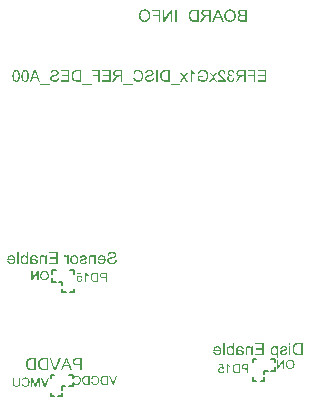
<source format=gbo>
G04*
G04 #@! TF.GenerationSoftware,Altium Limited,Altium Designer,19.0.15 (446)*
G04*
G04 Layer_Color=32896*
%FSLAX25Y25*%
%MOIN*%
G70*
G01*
G75*
%ADD93C,0.00600*%
G36*
X56158Y170669D02*
X55647D01*
Y173833D01*
X53532Y170669D01*
X52981D01*
Y174703D01*
X53492D01*
Y171535D01*
X55612Y174703D01*
X56158D01*
Y170669D01*
D02*
G37*
G36*
X80905D02*
X79372D01*
X79232Y170674D01*
X79105Y170678D01*
X78996Y170691D01*
X78943Y170695D01*
X78900Y170704D01*
X78860Y170709D01*
X78825Y170713D01*
X78795Y170722D01*
X78769Y170726D01*
X78747Y170730D01*
X78734D01*
X78725Y170735D01*
X78720D01*
X78624Y170761D01*
X78537Y170792D01*
X78463Y170827D01*
X78401Y170857D01*
X78349Y170888D01*
X78310Y170910D01*
X78288Y170927D01*
X78279Y170931D01*
X78214Y170988D01*
X78157Y171049D01*
X78104Y171111D01*
X78065Y171172D01*
X78030Y171224D01*
X78004Y171268D01*
X77995Y171285D01*
X77986Y171299D01*
X77982Y171303D01*
Y171307D01*
X77943Y171399D01*
X77912Y171495D01*
X77890Y171583D01*
X77873Y171666D01*
X77864Y171736D01*
Y171762D01*
X77860Y171788D01*
Y171810D01*
Y171823D01*
Y171832D01*
Y171836D01*
Y171902D01*
X77868Y171963D01*
X77890Y172081D01*
X77925Y172186D01*
X77960Y172273D01*
X77978Y172312D01*
X77995Y172347D01*
X78013Y172378D01*
X78030Y172404D01*
X78043Y172422D01*
X78052Y172435D01*
X78056Y172443D01*
X78061Y172448D01*
X78139Y172540D01*
X78231Y172614D01*
X78323Y172679D01*
X78415Y172728D01*
X78493Y172767D01*
X78528Y172780D01*
X78559Y172793D01*
X78585Y172802D01*
X78602Y172811D01*
X78616Y172815D01*
X78620D01*
X78519Y172872D01*
X78436Y172933D01*
X78362Y172994D01*
X78305Y173051D01*
X78257Y173103D01*
X78227Y173143D01*
X78214Y173160D01*
X78205Y173173D01*
X78201Y173178D01*
Y173182D01*
X78152Y173269D01*
X78117Y173353D01*
X78091Y173435D01*
X78074Y173510D01*
X78065Y173575D01*
X78056Y173623D01*
Y173641D01*
Y173654D01*
Y173663D01*
Y173667D01*
X78065Y173772D01*
X78083Y173868D01*
X78109Y173960D01*
X78135Y174039D01*
X78166Y174104D01*
X78179Y174135D01*
X78192Y174156D01*
X78205Y174174D01*
X78209Y174187D01*
X78218Y174196D01*
Y174200D01*
X78284Y174288D01*
X78353Y174366D01*
X78423Y174432D01*
X78493Y174484D01*
X78559Y174524D01*
X78607Y174554D01*
X78629Y174563D01*
X78642Y174572D01*
X78651Y174576D01*
X78655D01*
X78769Y174620D01*
X78887Y174650D01*
X79013Y174672D01*
X79127Y174685D01*
X79184Y174694D01*
X79232Y174698D01*
X79280D01*
X79319Y174703D01*
X80905D01*
Y170669D01*
D02*
G37*
G36*
X73179D02*
X72616D01*
X72179Y171888D01*
X70483D01*
X70016Y170669D01*
X69408D01*
X71060Y174703D01*
X71637D01*
X73179Y170669D01*
D02*
G37*
G36*
X68975D02*
X68442D01*
Y172461D01*
X67756D01*
X67695Y172457D01*
X67643Y172452D01*
X67599D01*
X67568Y172448D01*
X67546Y172443D01*
X67533Y172439D01*
X67529D01*
X67481Y172426D01*
X67437Y172408D01*
X67398Y172391D01*
X67358Y172374D01*
X67328Y172356D01*
X67306Y172343D01*
X67289Y172334D01*
X67284Y172330D01*
X67241Y172299D01*
X67192Y172256D01*
X67144Y172212D01*
X67105Y172168D01*
X67066Y172129D01*
X67040Y172094D01*
X67022Y172072D01*
X67013Y172068D01*
Y172063D01*
X66952Y171985D01*
X66887Y171897D01*
X66825Y171806D01*
X66764Y171714D01*
X66712Y171635D01*
X66685Y171600D01*
X66668Y171570D01*
X66651Y171543D01*
X66637Y171526D01*
X66633Y171513D01*
X66629Y171508D01*
X66096Y170669D01*
X65427D01*
X66126Y171766D01*
X66205Y171880D01*
X66284Y171985D01*
X66358Y172076D01*
X66423Y172155D01*
X66480Y172216D01*
X66506Y172242D01*
X66528Y172264D01*
X66546Y172282D01*
X66559Y172295D01*
X66563Y172299D01*
X66567Y172304D01*
X66611Y172339D01*
X66664Y172378D01*
X66716Y172408D01*
X66769Y172439D01*
X66817Y172465D01*
X66856Y172487D01*
X66882Y172500D01*
X66887Y172505D01*
X66891D01*
X66786Y172522D01*
X66685Y172544D01*
X66594Y172570D01*
X66511Y172597D01*
X66432Y172627D01*
X66362Y172658D01*
X66301Y172688D01*
X66244Y172719D01*
X66192Y172749D01*
X66148Y172780D01*
X66113Y172806D01*
X66083Y172828D01*
X66061Y172850D01*
X66043Y172863D01*
X66034Y172872D01*
X66030Y172876D01*
X65982Y172933D01*
X65938Y172990D01*
X65899Y173051D01*
X65868Y173112D01*
X65842Y173173D01*
X65820Y173234D01*
X65785Y173348D01*
X65772Y173400D01*
X65763Y173449D01*
X65759Y173492D01*
X65755Y173532D01*
X65750Y173558D01*
Y173584D01*
Y173597D01*
Y173602D01*
X65759Y173724D01*
X65777Y173837D01*
X65803Y173938D01*
X65833Y174030D01*
X65851Y174069D01*
X65868Y174104D01*
X65881Y174135D01*
X65895Y174161D01*
X65903Y174183D01*
X65912Y174196D01*
X65921Y174205D01*
Y174209D01*
X65986Y174305D01*
X66061Y174384D01*
X66135Y174454D01*
X66209Y174506D01*
X66270Y174546D01*
X66323Y174572D01*
X66345Y174580D01*
X66358Y174589D01*
X66366Y174594D01*
X66371D01*
X66428Y174611D01*
X66484Y174628D01*
X66616Y174655D01*
X66751Y174677D01*
X66882Y174690D01*
X66948Y174694D01*
X67005Y174698D01*
X67053D01*
X67101Y174703D01*
X68975D01*
Y170669D01*
D02*
G37*
G36*
X64916D02*
X63460D01*
X63329Y170674D01*
X63207Y170678D01*
X63098Y170691D01*
X63002Y170704D01*
X62962Y170709D01*
X62927Y170713D01*
X62892Y170722D01*
X62866Y170726D01*
X62844Y170730D01*
X62831D01*
X62823Y170735D01*
X62818D01*
X62718Y170765D01*
X62621Y170796D01*
X62538Y170831D01*
X62468Y170862D01*
X62412Y170892D01*
X62368Y170914D01*
X62342Y170931D01*
X62337Y170936D01*
X62333D01*
X62259Y170993D01*
X62189Y171049D01*
X62128Y171111D01*
X62075Y171172D01*
X62027Y171224D01*
X61997Y171264D01*
X61983Y171281D01*
X61975Y171294D01*
X61966Y171299D01*
Y171303D01*
X61905Y171395D01*
X61852Y171491D01*
X61804Y171591D01*
X61765Y171683D01*
X61734Y171766D01*
X61721Y171801D01*
X61708Y171832D01*
X61704Y171854D01*
X61695Y171871D01*
X61691Y171884D01*
Y171888D01*
X61656Y172028D01*
X61629Y172168D01*
X61608Y172304D01*
X61594Y172430D01*
X61590Y172487D01*
X61586Y172540D01*
Y172588D01*
X61581Y172627D01*
Y172662D01*
Y172684D01*
Y172701D01*
Y172706D01*
X61590Y172902D01*
X61594Y172994D01*
X61608Y173082D01*
X61621Y173165D01*
X61634Y173243D01*
X61647Y173318D01*
X61660Y173387D01*
X61677Y173449D01*
X61691Y173501D01*
X61704Y173549D01*
X61717Y173588D01*
X61730Y173619D01*
X61734Y173645D01*
X61743Y173658D01*
Y173663D01*
X61809Y173811D01*
X61883Y173947D01*
X61922Y174008D01*
X61962Y174065D01*
X62001Y174117D01*
X62040Y174165D01*
X62075Y174209D01*
X62110Y174244D01*
X62141Y174279D01*
X62167Y174305D01*
X62189Y174327D01*
X62206Y174340D01*
X62215Y174349D01*
X62219Y174353D01*
X62315Y174427D01*
X62416Y174489D01*
X62512Y174537D01*
X62604Y174576D01*
X62687Y174607D01*
X62722Y174615D01*
X62752Y174624D01*
X62774Y174633D01*
X62792Y174637D01*
X62805Y174642D01*
X62809D01*
X62857Y174650D01*
X62910Y174663D01*
X63028Y174677D01*
X63146Y174690D01*
X63264Y174694D01*
X63316Y174698D01*
X63369D01*
X63412Y174703D01*
X64916D01*
Y170669D01*
D02*
G37*
G36*
X57626D02*
X57093D01*
Y174703D01*
X57626D01*
Y170669D01*
D02*
G37*
G36*
X52055Y170669D02*
X51522D01*
Y172500D01*
X49629D01*
Y172977D01*
X51522D01*
Y174226D01*
X49337D01*
Y174703D01*
X52055D01*
Y170669D01*
D02*
G37*
G36*
X75513Y174768D02*
X75661Y174747D01*
X75801Y174720D01*
X75932Y174685D01*
X76059Y174642D01*
X76173Y174594D01*
X76278Y174541D01*
X76374Y174489D01*
X76461Y174436D01*
X76535Y174384D01*
X76597Y174336D01*
X76653Y174292D01*
X76693Y174257D01*
X76723Y174231D01*
X76745Y174209D01*
X76750Y174205D01*
X76846Y174095D01*
X76929Y173973D01*
X76999Y173851D01*
X77060Y173720D01*
X77112Y173588D01*
X77156Y173457D01*
X77191Y173331D01*
X77222Y173204D01*
X77243Y173086D01*
X77257Y172981D01*
X77270Y172880D01*
X77278Y172798D01*
X77283Y172728D01*
Y172701D01*
X77287Y172675D01*
Y172658D01*
Y172644D01*
Y172636D01*
Y172631D01*
X77283Y172535D01*
X77278Y172435D01*
X77252Y172251D01*
X77235Y172164D01*
X77217Y172081D01*
X77195Y172002D01*
X77174Y171932D01*
X77152Y171862D01*
X77130Y171806D01*
X77112Y171753D01*
X77095Y171709D01*
X77082Y171674D01*
X77069Y171648D01*
X77064Y171631D01*
X77060Y171626D01*
X77012Y171539D01*
X76964Y171456D01*
X76911Y171382D01*
X76854Y171307D01*
X76798Y171242D01*
X76741Y171181D01*
X76688Y171124D01*
X76632Y171071D01*
X76579Y171028D01*
X76531Y170988D01*
X76487Y170953D01*
X76452Y170927D01*
X76422Y170905D01*
X76396Y170888D01*
X76383Y170879D01*
X76378Y170875D01*
X76291Y170827D01*
X76203Y170787D01*
X76116Y170748D01*
X76029Y170717D01*
X75941Y170691D01*
X75858Y170669D01*
X75775Y170652D01*
X75701Y170639D01*
X75626Y170626D01*
X75565Y170617D01*
X75504Y170613D01*
X75456Y170608D01*
X75417Y170604D01*
X75360D01*
X75264Y170608D01*
X75168Y170613D01*
X74984Y170643D01*
X74901Y170660D01*
X74818Y170682D01*
X74744Y170704D01*
X74674Y170726D01*
X74608Y170748D01*
X74551Y170770D01*
X74503Y170792D01*
X74460Y170809D01*
X74425Y170827D01*
X74403Y170840D01*
X74385Y170844D01*
X74381Y170849D01*
X74298Y170896D01*
X74219Y170953D01*
X74145Y171010D01*
X74080Y171067D01*
X74018Y171128D01*
X73957Y171189D01*
X73905Y171250D01*
X73857Y171307D01*
X73817Y171364D01*
X73778Y171417D01*
X73747Y171465D01*
X73721Y171504D01*
X73704Y171535D01*
X73691Y171561D01*
X73682Y171578D01*
X73677Y171583D01*
X73634Y171674D01*
X73594Y171771D01*
X73564Y171862D01*
X73533Y171958D01*
X73507Y172050D01*
X73490Y172142D01*
X73472Y172229D01*
X73459Y172312D01*
X73450Y172391D01*
X73441Y172461D01*
X73437Y172522D01*
X73433Y172575D01*
X73428Y172618D01*
Y172653D01*
Y172671D01*
Y172679D01*
X73433Y172793D01*
X73437Y172898D01*
X73450Y173003D01*
X73463Y173103D01*
X73481Y173195D01*
X73503Y173287D01*
X73525Y173370D01*
X73546Y173444D01*
X73568Y173514D01*
X73590Y173575D01*
X73608Y173632D01*
X73629Y173676D01*
X73643Y173711D01*
X73656Y173737D01*
X73660Y173755D01*
X73664Y173759D01*
X73712Y173846D01*
X73761Y173929D01*
X73817Y174008D01*
X73870Y174078D01*
X73927Y174143D01*
X73983Y174205D01*
X74040Y174261D01*
X74097Y174314D01*
X74150Y174358D01*
X74198Y174397D01*
X74237Y174432D01*
X74276Y174458D01*
X74307Y174480D01*
X74329Y174493D01*
X74346Y174502D01*
X74351Y174506D01*
X74438Y174554D01*
X74521Y174594D01*
X74608Y174628D01*
X74696Y174659D01*
X74783Y174685D01*
X74866Y174707D01*
X74945Y174725D01*
X75024Y174738D01*
X75093Y174751D01*
X75155Y174760D01*
X75211Y174764D01*
X75264Y174768D01*
X75303Y174773D01*
X75356D01*
X75513Y174768D01*
D02*
G37*
G36*
X47034Y174768D02*
X47182Y174747D01*
X47322Y174720D01*
X47453Y174685D01*
X47580Y174642D01*
X47693Y174593D01*
X47798Y174541D01*
X47894Y174489D01*
X47982Y174436D01*
X48056Y174384D01*
X48117Y174336D01*
X48174Y174292D01*
X48213Y174257D01*
X48244Y174231D01*
X48266Y174209D01*
X48270Y174205D01*
X48366Y174095D01*
X48450Y173973D01*
X48519Y173851D01*
X48581Y173720D01*
X48633Y173588D01*
X48677Y173457D01*
X48712Y173331D01*
X48742Y173204D01*
X48764Y173086D01*
X48777Y172981D01*
X48790Y172880D01*
X48799Y172798D01*
X48803Y172728D01*
Y172701D01*
X48808Y172675D01*
Y172658D01*
Y172644D01*
Y172636D01*
Y172631D01*
X48803Y172535D01*
X48799Y172435D01*
X48773Y172251D01*
X48755Y172164D01*
X48738Y172081D01*
X48716Y172002D01*
X48694Y171932D01*
X48672Y171862D01*
X48651Y171806D01*
X48633Y171753D01*
X48616Y171709D01*
X48603Y171674D01*
X48589Y171648D01*
X48585Y171631D01*
X48581Y171626D01*
X48533Y171539D01*
X48485Y171456D01*
X48432Y171382D01*
X48375Y171307D01*
X48318Y171242D01*
X48262Y171181D01*
X48209Y171124D01*
X48152Y171071D01*
X48100Y171028D01*
X48052Y170988D01*
X48008Y170953D01*
X47973Y170927D01*
X47943Y170905D01*
X47916Y170888D01*
X47903Y170879D01*
X47899Y170875D01*
X47811Y170827D01*
X47724Y170787D01*
X47637Y170748D01*
X47549Y170717D01*
X47462Y170691D01*
X47379Y170669D01*
X47296Y170652D01*
X47222Y170639D01*
X47147Y170626D01*
X47086Y170617D01*
X47025Y170613D01*
X46977Y170608D01*
X46938Y170604D01*
X46881D01*
X46785Y170608D01*
X46688Y170613D01*
X46505Y170643D01*
X46422Y170660D01*
X46339Y170682D01*
X46264Y170704D01*
X46195Y170726D01*
X46129Y170748D01*
X46072Y170770D01*
X46024Y170792D01*
X45981Y170809D01*
X45946Y170827D01*
X45924Y170840D01*
X45906Y170844D01*
X45902Y170849D01*
X45819Y170896D01*
X45740Y170953D01*
X45666Y171010D01*
X45600Y171067D01*
X45539Y171128D01*
X45478Y171189D01*
X45426Y171250D01*
X45377Y171307D01*
X45338Y171364D01*
X45299Y171417D01*
X45268Y171465D01*
X45242Y171504D01*
X45224Y171535D01*
X45211Y171561D01*
X45203Y171578D01*
X45198Y171583D01*
X45155Y171674D01*
X45115Y171771D01*
X45085Y171862D01*
X45054Y171958D01*
X45028Y172050D01*
X45010Y172142D01*
X44993Y172229D01*
X44980Y172312D01*
X44971Y172391D01*
X44962Y172461D01*
X44958Y172522D01*
X44954Y172575D01*
X44949Y172618D01*
Y172653D01*
Y172671D01*
Y172679D01*
X44954Y172793D01*
X44958Y172898D01*
X44971Y173003D01*
X44984Y173103D01*
X45002Y173195D01*
X45023Y173287D01*
X45045Y173370D01*
X45067Y173444D01*
X45089Y173514D01*
X45111Y173575D01*
X45128Y173632D01*
X45150Y173676D01*
X45163Y173711D01*
X45176Y173737D01*
X45181Y173755D01*
X45185Y173759D01*
X45233Y173846D01*
X45281Y173929D01*
X45338Y174008D01*
X45390Y174078D01*
X45447Y174143D01*
X45504Y174205D01*
X45561Y174261D01*
X45618Y174314D01*
X45670Y174358D01*
X45718Y174397D01*
X45758Y174432D01*
X45797Y174458D01*
X45827Y174480D01*
X45849Y174493D01*
X45867Y174502D01*
X45871Y174506D01*
X45959Y174554D01*
X46042Y174593D01*
X46129Y174628D01*
X46216Y174659D01*
X46304Y174685D01*
X46387Y174707D01*
X46466Y174725D01*
X46544Y174738D01*
X46614Y174751D01*
X46675Y174760D01*
X46732Y174764D01*
X46785Y174768D01*
X46824Y174773D01*
X46876D01*
X47034Y174768D01*
D02*
G37*
G36*
X74658Y56462D02*
X74707Y56390D01*
X74763Y56321D01*
X74819Y56262D01*
X74868Y56206D01*
X74891Y56186D01*
X74907Y56167D01*
X74924Y56150D01*
X74937Y56140D01*
X74943Y56134D01*
X74947Y56131D01*
X75035Y56055D01*
X75130Y55989D01*
X75222Y55927D01*
X75307Y55875D01*
X75343Y55855D01*
X75380Y55835D01*
X75412Y55816D01*
X75439Y55803D01*
X75462Y55793D01*
X75478Y55783D01*
X75488Y55780D01*
X75491Y55776D01*
Y55419D01*
X75425Y55445D01*
X75357Y55475D01*
X75291Y55507D01*
X75232Y55537D01*
X75179Y55566D01*
X75156Y55576D01*
X75137Y55589D01*
X75120Y55596D01*
X75111Y55603D01*
X75104Y55609D01*
X75101D01*
X75022Y55658D01*
X74953Y55704D01*
X74891Y55747D01*
X74842Y55786D01*
X74799Y55819D01*
X74769Y55842D01*
X74753Y55858D01*
X74747Y55865D01*
Y53500D01*
X74376D01*
Y56537D01*
X74615D01*
X74658Y56462D01*
D02*
G37*
G36*
X73356Y54933D02*
X73008Y54884D01*
X72975Y54930D01*
X72939Y54973D01*
X72900Y55009D01*
X72867Y55042D01*
X72834Y55065D01*
X72808Y55084D01*
X72792Y55094D01*
X72785Y55097D01*
X72729Y55127D01*
X72673Y55147D01*
X72618Y55163D01*
X72565Y55173D01*
X72523Y55179D01*
X72487Y55183D01*
X72457D01*
X72405Y55179D01*
X72355Y55176D01*
X72306Y55166D01*
X72263Y55153D01*
X72181Y55124D01*
X72149Y55107D01*
X72116Y55091D01*
X72086Y55071D01*
X72063Y55055D01*
X72040Y55038D01*
X72024Y55025D01*
X72011Y55012D01*
X71998Y55002D01*
X71995Y54999D01*
X71991Y54996D01*
X71959Y54960D01*
X71932Y54920D01*
X71906Y54881D01*
X71886Y54842D01*
X71854Y54756D01*
X71834Y54677D01*
X71827Y54638D01*
X71821Y54605D01*
X71817Y54573D01*
X71814Y54546D01*
X71811Y54523D01*
Y54507D01*
Y54497D01*
Y54494D01*
X71814Y54431D01*
X71817Y54376D01*
X71827Y54320D01*
X71840Y54268D01*
X71854Y54222D01*
X71870Y54176D01*
X71886Y54136D01*
X71903Y54100D01*
X71922Y54067D01*
X71939Y54038D01*
X71955Y54015D01*
X71968Y53992D01*
X71981Y53976D01*
X71991Y53966D01*
X71995Y53959D01*
X71998Y53956D01*
X72034Y53920D01*
X72070Y53890D01*
X72106Y53864D01*
X72145Y53841D01*
X72185Y53821D01*
X72221Y53805D01*
X72293Y53782D01*
X72355Y53766D01*
X72382Y53762D01*
X72405Y53759D01*
X72424Y53756D01*
X72451D01*
X72493Y53759D01*
X72532Y53762D01*
X72605Y53779D01*
X72670Y53802D01*
X72726Y53828D01*
X72772Y53851D01*
X72805Y53874D01*
X72818Y53884D01*
X72828Y53890D01*
X72831Y53897D01*
X72834D01*
X72860Y53926D01*
X72887Y53956D01*
X72929Y54022D01*
X72965Y54094D01*
X72992Y54163D01*
X73008Y54225D01*
X73018Y54254D01*
X73021Y54277D01*
X73024Y54297D01*
X73028Y54310D01*
X73031Y54320D01*
Y54323D01*
X73421Y54294D01*
X73412Y54225D01*
X73398Y54156D01*
X73382Y54094D01*
X73359Y54035D01*
X73336Y53982D01*
X73313Y53930D01*
X73287Y53884D01*
X73261Y53844D01*
X73234Y53805D01*
X73211Y53772D01*
X73189Y53746D01*
X73166Y53723D01*
X73149Y53703D01*
X73136Y53690D01*
X73129Y53684D01*
X73126Y53680D01*
X73074Y53641D01*
X73021Y53605D01*
X72965Y53575D01*
X72910Y53549D01*
X72854Y53526D01*
X72798Y53507D01*
X72742Y53490D01*
X72690Y53480D01*
X72641Y53470D01*
X72595Y53464D01*
X72555Y53457D01*
X72519Y53454D01*
X72490Y53451D01*
X72451D01*
X72359Y53454D01*
X72273Y53467D01*
X72191Y53484D01*
X72116Y53510D01*
X72044Y53536D01*
X71978Y53566D01*
X71919Y53602D01*
X71867Y53635D01*
X71817Y53667D01*
X71775Y53703D01*
X71739Y53733D01*
X71709Y53762D01*
X71686Y53785D01*
X71670Y53802D01*
X71660Y53815D01*
X71657Y53818D01*
X71614Y53874D01*
X71578Y53933D01*
X71545Y53995D01*
X71519Y54054D01*
X71496Y54113D01*
X71476Y54172D01*
X71460Y54231D01*
X71447Y54284D01*
X71437Y54336D01*
X71430Y54382D01*
X71424Y54422D01*
X71421Y54458D01*
X71417Y54487D01*
Y54507D01*
Y54523D01*
Y54527D01*
X71421Y54605D01*
X71430Y54681D01*
X71443Y54753D01*
X71460Y54819D01*
X71480Y54884D01*
X71506Y54940D01*
X71529Y54996D01*
X71555Y55045D01*
X71581Y55088D01*
X71604Y55124D01*
X71627Y55160D01*
X71650Y55186D01*
X71667Y55206D01*
X71680Y55222D01*
X71689Y55232D01*
X71693Y55235D01*
X71745Y55284D01*
X71801Y55327D01*
X71857Y55363D01*
X71913Y55396D01*
X71968Y55422D01*
X72024Y55445D01*
X72077Y55461D01*
X72129Y55478D01*
X72175Y55488D01*
X72221Y55497D01*
X72260Y55501D01*
X72293Y55507D01*
X72319D01*
X72342Y55511D01*
X72359D01*
X72414Y55507D01*
X72470Y55504D01*
X72523Y55494D01*
X72575Y55481D01*
X72670Y55452D01*
X72716Y55432D01*
X72755Y55415D01*
X72795Y55399D01*
X72828Y55379D01*
X72857Y55363D01*
X72883Y55350D01*
X72903Y55337D01*
X72916Y55330D01*
X72926Y55324D01*
X72929Y55320D01*
X72769Y56134D01*
X71558D01*
Y56488D01*
X73064D01*
X73356Y54933D01*
D02*
G37*
G36*
X81500Y53500D02*
X81100D01*
Y54730D01*
X80326D01*
X80208Y54733D01*
X80103Y54743D01*
X80004Y54756D01*
X79913Y54773D01*
X79834Y54792D01*
X79758Y54815D01*
X79696Y54838D01*
X79637Y54865D01*
X79588Y54887D01*
X79545Y54910D01*
X79509Y54933D01*
X79483Y54953D01*
X79460Y54973D01*
X79447Y54986D01*
X79437Y54992D01*
X79434Y54996D01*
X79391Y55048D01*
X79352Y55101D01*
X79319Y55156D01*
X79293Y55212D01*
X79266Y55268D01*
X79247Y55320D01*
X79230Y55373D01*
X79217Y55422D01*
X79207Y55471D01*
X79201Y55514D01*
X79194Y55550D01*
X79191Y55583D01*
X79188Y55612D01*
Y55632D01*
Y55645D01*
Y55648D01*
X79191Y55730D01*
X79201Y55809D01*
X79217Y55878D01*
X79233Y55940D01*
X79253Y55989D01*
X79260Y56012D01*
X79266Y56029D01*
X79273Y56042D01*
X79279Y56052D01*
X79283Y56058D01*
Y56062D01*
X79319Y56131D01*
X79358Y56186D01*
X79401Y56239D01*
X79437Y56278D01*
X79473Y56311D01*
X79499Y56334D01*
X79519Y56350D01*
X79522Y56354D01*
X79525D01*
X79584Y56390D01*
X79647Y56419D01*
X79709Y56445D01*
X79768Y56465D01*
X79821Y56481D01*
X79844Y56485D01*
X79863Y56491D01*
X79876Y56495D01*
X79890D01*
X79896Y56498D01*
X79899D01*
X79929Y56504D01*
X79965Y56508D01*
X80037Y56514D01*
X80113Y56521D01*
X80188Y56524D01*
X80254Y56527D01*
X81500D01*
Y53500D01*
D02*
G37*
G36*
X78679D02*
X77587D01*
X77489Y53503D01*
X77397Y53507D01*
X77315Y53516D01*
X77243Y53526D01*
X77213Y53530D01*
X77187Y53533D01*
X77161Y53539D01*
X77141Y53543D01*
X77125Y53546D01*
X77115D01*
X77108Y53549D01*
X77105D01*
X77029Y53572D01*
X76957Y53595D01*
X76895Y53621D01*
X76842Y53644D01*
X76800Y53667D01*
X76767Y53684D01*
X76747Y53697D01*
X76744Y53700D01*
X76741D01*
X76685Y53743D01*
X76632Y53785D01*
X76587Y53831D01*
X76547Y53877D01*
X76511Y53917D01*
X76488Y53946D01*
X76478Y53959D01*
X76472Y53969D01*
X76465Y53972D01*
Y53976D01*
X76419Y54045D01*
X76380Y54117D01*
X76344Y54192D01*
X76314Y54261D01*
X76291Y54323D01*
X76281Y54349D01*
X76272Y54373D01*
X76268Y54389D01*
X76262Y54402D01*
X76259Y54412D01*
Y54415D01*
X76232Y54520D01*
X76213Y54625D01*
X76196Y54727D01*
X76186Y54822D01*
X76183Y54865D01*
X76180Y54904D01*
Y54940D01*
X76177Y54969D01*
Y54996D01*
Y55012D01*
Y55025D01*
Y55028D01*
X76183Y55176D01*
X76186Y55245D01*
X76196Y55311D01*
X76206Y55373D01*
X76216Y55432D01*
X76226Y55488D01*
X76236Y55540D01*
X76249Y55586D01*
X76259Y55625D01*
X76268Y55661D01*
X76278Y55691D01*
X76288Y55714D01*
X76291Y55734D01*
X76298Y55743D01*
Y55747D01*
X76347Y55858D01*
X76403Y55960D01*
X76432Y56006D01*
X76462Y56049D01*
X76491Y56088D01*
X76521Y56124D01*
X76547Y56157D01*
X76573Y56183D01*
X76596Y56209D01*
X76616Y56229D01*
X76632Y56245D01*
X76646Y56255D01*
X76652Y56262D01*
X76655Y56265D01*
X76728Y56321D01*
X76803Y56367D01*
X76875Y56403D01*
X76944Y56432D01*
X77006Y56455D01*
X77033Y56462D01*
X77056Y56468D01*
X77072Y56475D01*
X77085Y56478D01*
X77095Y56481D01*
X77098D01*
X77134Y56488D01*
X77174Y56498D01*
X77262Y56508D01*
X77351Y56518D01*
X77439Y56521D01*
X77479Y56524D01*
X77518D01*
X77551Y56527D01*
X78679D01*
Y53500D01*
D02*
G37*
G36*
X93442Y54921D02*
X93059D01*
Y57296D01*
X91471Y54921D01*
X91058D01*
Y57949D01*
X91442D01*
Y55571D01*
X93032Y57949D01*
X93442D01*
Y54921D01*
D02*
G37*
G36*
X95519Y57998D02*
X95630Y57981D01*
X95735Y57962D01*
X95834Y57936D01*
X95929Y57903D01*
X96014Y57867D01*
X96093Y57827D01*
X96165Y57788D01*
X96231Y57749D01*
X96286Y57709D01*
X96332Y57673D01*
X96375Y57640D01*
X96404Y57614D01*
X96427Y57594D01*
X96444Y57578D01*
X96447Y57575D01*
X96519Y57493D01*
X96581Y57401D01*
X96634Y57309D01*
X96680Y57211D01*
X96719Y57112D01*
X96752Y57014D01*
X96778Y56919D01*
X96801Y56824D01*
X96818Y56735D01*
X96827Y56656D01*
X96837Y56581D01*
X96844Y56519D01*
X96847Y56466D01*
Y56446D01*
X96850Y56427D01*
Y56414D01*
Y56404D01*
Y56397D01*
Y56394D01*
X96847Y56322D01*
X96844Y56246D01*
X96824Y56109D01*
X96811Y56043D01*
X96798Y55981D01*
X96781Y55922D01*
X96765Y55869D01*
X96749Y55817D01*
X96732Y55774D01*
X96719Y55735D01*
X96706Y55702D01*
X96696Y55676D01*
X96686Y55656D01*
X96683Y55643D01*
X96680Y55640D01*
X96644Y55574D01*
X96608Y55512D01*
X96568Y55456D01*
X96526Y55400D01*
X96483Y55351D01*
X96440Y55305D01*
X96401Y55262D01*
X96358Y55223D01*
X96319Y55190D01*
X96283Y55161D01*
X96250Y55134D01*
X96224Y55115D01*
X96201Y55098D01*
X96181Y55085D01*
X96171Y55079D01*
X96168Y55075D01*
X96103Y55039D01*
X96037Y55010D01*
X95971Y54980D01*
X95906Y54957D01*
X95840Y54938D01*
X95778Y54921D01*
X95715Y54908D01*
X95660Y54898D01*
X95604Y54888D01*
X95558Y54882D01*
X95512Y54879D01*
X95476Y54875D01*
X95447Y54872D01*
X95404D01*
X95332Y54875D01*
X95260Y54879D01*
X95122Y54902D01*
X95060Y54915D01*
X94997Y54931D01*
X94941Y54948D01*
X94889Y54964D01*
X94840Y54980D01*
X94797Y54997D01*
X94761Y55013D01*
X94728Y55026D01*
X94702Y55039D01*
X94686Y55049D01*
X94673Y55052D01*
X94669Y55056D01*
X94607Y55092D01*
X94548Y55134D01*
X94492Y55177D01*
X94443Y55220D01*
X94397Y55266D01*
X94351Y55312D01*
X94312Y55357D01*
X94276Y55400D01*
X94246Y55443D01*
X94217Y55482D01*
X94194Y55518D01*
X94174Y55548D01*
X94161Y55571D01*
X94151Y55590D01*
X94144Y55603D01*
X94141Y55607D01*
X94108Y55676D01*
X94079Y55748D01*
X94056Y55817D01*
X94033Y55889D01*
X94013Y55958D01*
X94000Y56027D01*
X93987Y56092D01*
X93977Y56155D01*
X93971Y56214D01*
X93964Y56266D01*
X93961Y56312D01*
X93957Y56351D01*
X93954Y56384D01*
Y56410D01*
Y56423D01*
Y56430D01*
X93957Y56515D01*
X93961Y56594D01*
X93971Y56673D01*
X93980Y56748D01*
X93994Y56817D01*
X94010Y56886D01*
X94026Y56948D01*
X94043Y57004D01*
X94059Y57056D01*
X94076Y57102D01*
X94089Y57145D01*
X94105Y57178D01*
X94115Y57204D01*
X94125Y57224D01*
X94128Y57237D01*
X94131Y57240D01*
X94167Y57306D01*
X94203Y57368D01*
X94246Y57427D01*
X94285Y57480D01*
X94328Y57529D01*
X94371Y57575D01*
X94413Y57617D01*
X94456Y57657D01*
X94495Y57690D01*
X94531Y57719D01*
X94561Y57745D01*
X94591Y57765D01*
X94613Y57781D01*
X94630Y57791D01*
X94643Y57798D01*
X94646Y57801D01*
X94712Y57837D01*
X94774Y57867D01*
X94840Y57893D01*
X94905Y57916D01*
X94971Y57936D01*
X95033Y57952D01*
X95092Y57965D01*
X95151Y57975D01*
X95204Y57985D01*
X95250Y57991D01*
X95292Y57995D01*
X95332Y57998D01*
X95361Y58001D01*
X95401D01*
X95519Y57998D01*
D02*
G37*
G36*
X95496Y63017D02*
X95002D01*
Y63581D01*
X95496D01*
Y63017D01*
D02*
G37*
G36*
X76714Y59547D02*
X76255D01*
Y59910D01*
X76198Y59836D01*
X76137Y59770D01*
X76072Y59713D01*
X76006Y59661D01*
X75936Y59622D01*
X75871Y59587D01*
X75805Y59556D01*
X75739Y59534D01*
X75683Y59517D01*
X75626Y59504D01*
X75573Y59495D01*
X75530Y59490D01*
X75495Y59486D01*
X75468Y59482D01*
X75447D01*
X75350Y59486D01*
X75259Y59499D01*
X75171Y59521D01*
X75088Y59547D01*
X75010Y59578D01*
X74935Y59608D01*
X74870Y59648D01*
X74804Y59687D01*
X74752Y59722D01*
X74699Y59761D01*
X74656Y59792D01*
X74621Y59827D01*
X74594Y59849D01*
X74573Y59871D01*
X74560Y59884D01*
X74555Y59888D01*
X74490Y59971D01*
X74433Y60054D01*
X74380Y60146D01*
X74337Y60242D01*
X74302Y60338D01*
X74271Y60439D01*
X74245Y60531D01*
X74227Y60622D01*
X74210Y60710D01*
X74201Y60793D01*
X74193Y60863D01*
X74184Y60928D01*
Y60981D01*
X74179Y61016D01*
Y61042D01*
Y61050D01*
X74184Y61168D01*
X74193Y61278D01*
X74210Y61378D01*
X74223Y61466D01*
X74232Y61505D01*
X74240Y61540D01*
X74249Y61571D01*
X74258Y61597D01*
X74262Y61619D01*
X74267Y61632D01*
X74271Y61641D01*
Y61645D01*
X74306Y61745D01*
X74345Y61837D01*
X74385Y61920D01*
X74424Y61990D01*
X74463Y62042D01*
X74490Y62086D01*
X74507Y62112D01*
X74516Y62121D01*
X74577Y62191D01*
X74643Y62252D01*
X74708Y62305D01*
X74769Y62348D01*
X74826Y62383D01*
X74870Y62405D01*
X74887Y62414D01*
X74900Y62423D01*
X74905Y62427D01*
X74909D01*
X75001Y62462D01*
X75088Y62488D01*
X75176Y62510D01*
X75254Y62523D01*
X75320Y62532D01*
X75350D01*
X75372Y62536D01*
X75420D01*
X75508Y62532D01*
X75595Y62519D01*
X75674Y62501D01*
X75753Y62475D01*
X75823Y62445D01*
X75888Y62414D01*
X75949Y62375D01*
X76002Y62340D01*
X76054Y62305D01*
X76098Y62270D01*
X76133Y62235D01*
X76163Y62204D01*
X76190Y62178D01*
X76207Y62160D01*
X76216Y62147D01*
X76220Y62143D01*
Y63581D01*
X76714D01*
Y59547D01*
D02*
G37*
G36*
X78742Y62532D02*
X78868Y62519D01*
X78982Y62501D01*
X79034Y62493D01*
X79078Y62484D01*
X79122Y62475D01*
X79161Y62466D01*
X79192Y62458D01*
X79218Y62449D01*
X79240Y62440D01*
X79257Y62436D01*
X79266Y62431D01*
X79270D01*
X79371Y62388D01*
X79458Y62340D01*
X79533Y62292D01*
X79594Y62243D01*
X79642Y62200D01*
X79677Y62165D01*
X79699Y62143D01*
X79707Y62139D01*
Y62134D01*
X79760Y62060D01*
X79804Y61977D01*
X79839Y61894D01*
X79869Y61815D01*
X79891Y61745D01*
X79900Y61715D01*
X79908Y61689D01*
X79913Y61667D01*
X79917Y61649D01*
X79922Y61641D01*
Y61636D01*
X79436Y61571D01*
X79419Y61627D01*
X79401Y61680D01*
X79366Y61767D01*
X79323Y61846D01*
X79283Y61903D01*
X79249Y61946D01*
X79218Y61981D01*
X79201Y61999D01*
X79192Y62003D01*
X79122Y62042D01*
X79039Y62073D01*
X78956Y62095D01*
X78873Y62112D01*
X78794Y62121D01*
X78764D01*
X78733Y62125D01*
X78676D01*
X78545Y62117D01*
X78431Y62099D01*
X78335Y62073D01*
X78257Y62042D01*
X78195Y62008D01*
X78174Y61994D01*
X78152Y61981D01*
X78134Y61973D01*
X78126Y61964D01*
X78117Y61955D01*
X78069Y61903D01*
X78034Y61837D01*
X78008Y61767D01*
X77990Y61697D01*
X77981Y61632D01*
X77973Y61579D01*
Y61562D01*
Y61544D01*
Y61536D01*
Y61531D01*
Y61518D01*
Y61501D01*
Y61457D01*
X77977Y61439D01*
Y61422D01*
Y61409D01*
Y61405D01*
X78034Y61387D01*
X78095Y61370D01*
X78165Y61352D01*
X78235Y61335D01*
X78379Y61304D01*
X78523Y61278D01*
X78593Y61269D01*
X78654Y61260D01*
X78711Y61251D01*
X78764Y61243D01*
X78803Y61238D01*
X78833Y61234D01*
X78851Y61230D01*
X78860D01*
X78965Y61217D01*
X79052Y61203D01*
X79131Y61190D01*
X79192Y61182D01*
X79240Y61168D01*
X79275Y61164D01*
X79292Y61155D01*
X79301D01*
X79371Y61134D01*
X79441Y61107D01*
X79502Y61081D01*
X79554Y61055D01*
X79598Y61033D01*
X79629Y61011D01*
X79651Y60998D01*
X79659Y60994D01*
X79716Y60950D01*
X79764Y60906D01*
X79808Y60858D01*
X79843Y60814D01*
X79874Y60771D01*
X79895Y60740D01*
X79908Y60718D01*
X79913Y60710D01*
X79943Y60640D01*
X79970Y60574D01*
X79987Y60509D01*
X79996Y60448D01*
X80005Y60395D01*
X80009Y60351D01*
Y60325D01*
Y60321D01*
Y60316D01*
X80005Y60251D01*
X79996Y60185D01*
X79987Y60124D01*
X79970Y60067D01*
X79926Y59962D01*
X79878Y59879D01*
X79856Y59840D01*
X79834Y59809D01*
X79812Y59779D01*
X79790Y59757D01*
X79773Y59740D01*
X79764Y59726D01*
X79756Y59718D01*
X79751Y59713D01*
X79699Y59674D01*
X79646Y59639D01*
X79585Y59604D01*
X79528Y59578D01*
X79406Y59539D01*
X79283Y59512D01*
X79231Y59499D01*
X79179Y59495D01*
X79131Y59490D01*
X79091Y59486D01*
X79061Y59482D01*
X79013D01*
X78903Y59486D01*
X78803Y59495D01*
X78711Y59512D01*
X78628Y59530D01*
X78562Y59547D01*
X78532Y59556D01*
X78510Y59565D01*
X78493Y59569D01*
X78479Y59574D01*
X78471Y59578D01*
X78466D01*
X78370Y59622D01*
X78274Y59670D01*
X78187Y59726D01*
X78104Y59783D01*
X78034Y59831D01*
X78008Y59857D01*
X77981Y59875D01*
X77959Y59892D01*
X77946Y59906D01*
X77938Y59910D01*
X77933Y59914D01*
X77925Y59836D01*
X77911Y59766D01*
X77894Y59705D01*
X77876Y59652D01*
X77863Y59608D01*
X77850Y59574D01*
X77841Y59556D01*
X77837Y59547D01*
X77321D01*
X77352Y59608D01*
X77378Y59674D01*
X77400Y59731D01*
X77417Y59783D01*
X77431Y59831D01*
X77439Y59866D01*
X77444Y59888D01*
Y59897D01*
X77448Y59936D01*
X77452Y59989D01*
X77457Y60045D01*
X77461Y60111D01*
X77466Y60181D01*
Y60255D01*
X77470Y60404D01*
Y60474D01*
X77474Y60544D01*
Y60605D01*
Y60662D01*
Y60705D01*
Y60740D01*
Y60762D01*
Y60771D01*
Y61431D01*
Y61492D01*
Y61544D01*
X77479Y61592D01*
Y61641D01*
X77483Y61719D01*
X77487Y61780D01*
X77492Y61828D01*
X77496Y61859D01*
X77501Y61881D01*
Y61885D01*
X77518Y61959D01*
X77544Y62025D01*
X77570Y62082D01*
X77597Y62130D01*
X77619Y62169D01*
X77640Y62200D01*
X77653Y62217D01*
X77658Y62222D01*
X77706Y62270D01*
X77758Y62313D01*
X77815Y62353D01*
X77872Y62383D01*
X77925Y62410D01*
X77964Y62427D01*
X77981Y62436D01*
X77994Y62440D01*
X77999Y62445D01*
X78003D01*
X78095Y62475D01*
X78195Y62497D01*
X78296Y62515D01*
X78392Y62523D01*
X78475Y62532D01*
X78514D01*
X78545Y62536D01*
X78606D01*
X78742Y62532D01*
D02*
G37*
G36*
X71238D02*
X71348Y62519D01*
X71444Y62497D01*
X71540Y62471D01*
X71627Y62440D01*
X71710Y62405D01*
X71785Y62370D01*
X71850Y62331D01*
X71911Y62292D01*
X71964Y62257D01*
X72012Y62222D01*
X72047Y62191D01*
X72077Y62165D01*
X72099Y62143D01*
X72112Y62130D01*
X72117Y62125D01*
X72182Y62047D01*
X72239Y61959D01*
X72291Y61868D01*
X72335Y61776D01*
X72370Y61680D01*
X72401Y61584D01*
X72427Y61492D01*
X72444Y61400D01*
X72462Y61317D01*
X72471Y61234D01*
X72479Y61164D01*
X72488Y61103D01*
Y61050D01*
X72492Y61011D01*
Y60989D01*
Y60981D01*
X72488Y60849D01*
X72475Y60727D01*
X72458Y60614D01*
X72436Y60509D01*
X72405Y60408D01*
X72374Y60316D01*
X72340Y60233D01*
X72305Y60159D01*
X72274Y60093D01*
X72239Y60037D01*
X72208Y59989D01*
X72178Y59949D01*
X72156Y59914D01*
X72139Y59892D01*
X72126Y59879D01*
X72121Y59875D01*
X72047Y59805D01*
X71968Y59744D01*
X71890Y59691D01*
X71802Y59648D01*
X71719Y59608D01*
X71632Y59578D01*
X71549Y59552D01*
X71470Y59530D01*
X71396Y59517D01*
X71326Y59504D01*
X71265Y59495D01*
X71208Y59486D01*
X71164D01*
X71129Y59482D01*
X71103D01*
X71011Y59486D01*
X70919Y59490D01*
X70836Y59504D01*
X70758Y59521D01*
X70683Y59539D01*
X70618Y59560D01*
X70552Y59582D01*
X70495Y59604D01*
X70443Y59626D01*
X70399Y59648D01*
X70360Y59670D01*
X70325Y59687D01*
X70303Y59705D01*
X70281Y59718D01*
X70273Y59722D01*
X70268Y59726D01*
X70207Y59775D01*
X70155Y59827D01*
X70107Y59884D01*
X70059Y59940D01*
X69980Y60058D01*
X69919Y60168D01*
X69897Y60220D01*
X69875Y60268D01*
X69857Y60312D01*
X69844Y60351D01*
X69831Y60382D01*
X69823Y60404D01*
X69818Y60421D01*
Y60426D01*
X70334Y60491D01*
X70377Y60382D01*
X70430Y60286D01*
X70482Y60203D01*
X70530Y60141D01*
X70574Y60089D01*
X70609Y60054D01*
X70631Y60037D01*
X70635Y60028D01*
X70640D01*
X70714Y59980D01*
X70793Y59949D01*
X70871Y59923D01*
X70941Y59906D01*
X71007Y59897D01*
X71059Y59892D01*
X71077Y59888D01*
X71103D01*
X71168Y59892D01*
X71234Y59901D01*
X71295Y59910D01*
X71352Y59927D01*
X71457Y59967D01*
X71544Y60015D01*
X71584Y60037D01*
X71618Y60063D01*
X71645Y60085D01*
X71671Y60102D01*
X71688Y60120D01*
X71702Y60133D01*
X71710Y60137D01*
X71715Y60142D01*
X71758Y60194D01*
X71798Y60246D01*
X71828Y60308D01*
X71859Y60364D01*
X71907Y60491D01*
X71942Y60609D01*
X71955Y60666D01*
X71964Y60718D01*
X71973Y60762D01*
X71977Y60806D01*
X71981Y60836D01*
X71986Y60863D01*
Y60880D01*
Y60884D01*
X69805Y60884D01*
X69801Y60941D01*
Y60985D01*
Y61007D01*
Y61015D01*
X69805Y61147D01*
X69818Y61269D01*
X69836Y61387D01*
X69857Y61496D01*
X69888Y61597D01*
X69919Y61689D01*
X69954Y61772D01*
X69984Y61846D01*
X70019Y61911D01*
X70054Y61973D01*
X70085Y62021D01*
X70115Y62060D01*
X70137Y62095D01*
X70155Y62117D01*
X70168Y62130D01*
X70172Y62134D01*
X70242Y62204D01*
X70321Y62265D01*
X70399Y62322D01*
X70478Y62366D01*
X70557Y62405D01*
X70640Y62440D01*
X70714Y62466D01*
X70788Y62488D01*
X70858Y62501D01*
X70924Y62515D01*
X70981Y62523D01*
X71033Y62532D01*
X71072D01*
X71103Y62536D01*
X71129D01*
X71238Y62532D01*
D02*
G37*
G36*
X99508Y59547D02*
X98053D01*
X97922Y59552D01*
X97799Y59556D01*
X97690Y59569D01*
X97594Y59582D01*
X97554Y59587D01*
X97519Y59591D01*
X97485Y59600D01*
X97458Y59604D01*
X97436Y59608D01*
X97423D01*
X97415Y59613D01*
X97410D01*
X97310Y59643D01*
X97214Y59674D01*
X97131Y59709D01*
X97061Y59740D01*
X97004Y59770D01*
X96960Y59792D01*
X96934Y59809D01*
X96930Y59814D01*
X96925D01*
X96851Y59871D01*
X96781Y59927D01*
X96720Y59989D01*
X96667Y60050D01*
X96619Y60102D01*
X96589Y60142D01*
X96576Y60159D01*
X96567Y60172D01*
X96558Y60176D01*
Y60181D01*
X96497Y60273D01*
X96444Y60369D01*
X96396Y60469D01*
X96357Y60561D01*
X96327Y60644D01*
X96313Y60679D01*
X96300Y60710D01*
X96296Y60732D01*
X96287Y60749D01*
X96283Y60762D01*
Y60767D01*
X96248Y60906D01*
X96222Y61046D01*
X96200Y61182D01*
X96187Y61308D01*
X96182Y61365D01*
X96178Y61418D01*
Y61466D01*
X96174Y61505D01*
Y61540D01*
Y61562D01*
Y61579D01*
Y61584D01*
X96182Y61780D01*
X96187Y61872D01*
X96200Y61959D01*
X96213Y62042D01*
X96226Y62121D01*
X96239Y62195D01*
X96252Y62265D01*
X96270Y62327D01*
X96283Y62379D01*
X96296Y62427D01*
X96309Y62466D01*
X96322Y62497D01*
X96327Y62523D01*
X96335Y62536D01*
Y62541D01*
X96401Y62689D01*
X96475Y62825D01*
X96514Y62886D01*
X96554Y62943D01*
X96593Y62995D01*
X96632Y63043D01*
X96667Y63087D01*
X96702Y63122D01*
X96733Y63157D01*
X96759Y63183D01*
X96781Y63205D01*
X96798Y63218D01*
X96807Y63227D01*
X96812Y63231D01*
X96908Y63305D01*
X97008Y63367D01*
X97104Y63415D01*
X97196Y63454D01*
X97279Y63485D01*
X97314Y63493D01*
X97345Y63502D01*
X97367Y63511D01*
X97384Y63515D01*
X97397Y63520D01*
X97401D01*
X97450Y63528D01*
X97502Y63541D01*
X97620Y63555D01*
X97738Y63568D01*
X97856Y63572D01*
X97909Y63576D01*
X97961D01*
X98005Y63581D01*
X99508D01*
Y59547D01*
D02*
G37*
G36*
X95496D02*
X95002D01*
Y62471D01*
X95496D01*
Y59547D01*
D02*
G37*
G36*
X86660D02*
X83649D01*
Y60024D01*
X86127D01*
Y61396D01*
X83894D01*
Y61872D01*
X86127D01*
Y63104D01*
X83741D01*
Y63581D01*
X86660D01*
Y59547D01*
D02*
G37*
G36*
X81713Y62532D02*
X81818Y62515D01*
X81914Y62493D01*
X82006Y62462D01*
X82089Y62423D01*
X82163Y62383D01*
X82233Y62340D01*
X82294Y62296D01*
X82351Y62248D01*
X82399Y62204D01*
X82439Y62165D01*
X82469Y62125D01*
X82495Y62095D01*
X82517Y62073D01*
X82526Y62056D01*
X82530Y62051D01*
Y62471D01*
X82976D01*
Y59547D01*
X82482D01*
Y61142D01*
X82478Y61243D01*
X82474Y61339D01*
X82460Y61422D01*
X82447Y61501D01*
X82430Y61571D01*
X82412Y61632D01*
X82391Y61689D01*
X82369Y61737D01*
X82347Y61780D01*
X82325Y61815D01*
X82308Y61841D01*
X82290Y61868D01*
X82277Y61885D01*
X82264Y61898D01*
X82260Y61903D01*
X82255Y61907D01*
X82211Y61942D01*
X82163Y61973D01*
X82072Y62025D01*
X81980Y62060D01*
X81897Y62082D01*
X81823Y62099D01*
X81788Y62104D01*
X81761D01*
X81739Y62108D01*
X81709D01*
X81635Y62104D01*
X81569Y62095D01*
X81512Y62077D01*
X81460Y62064D01*
X81420Y62047D01*
X81390Y62029D01*
X81368Y62021D01*
X81364Y62016D01*
X81311Y61981D01*
X81267Y61942D01*
X81233Y61903D01*
X81206Y61863D01*
X81185Y61828D01*
X81171Y61802D01*
X81163Y61785D01*
X81158Y61776D01*
X81136Y61715D01*
X81123Y61645D01*
X81110Y61571D01*
X81106Y61496D01*
X81101Y61431D01*
X81097Y61400D01*
Y61374D01*
Y61356D01*
Y61339D01*
Y61330D01*
Y61326D01*
Y59547D01*
X80603D01*
Y61343D01*
Y61405D01*
Y61461D01*
X80608Y61518D01*
Y61566D01*
X80612Y61610D01*
Y61649D01*
X80616Y61715D01*
X80625Y61763D01*
X80629Y61798D01*
X80634Y61820D01*
Y61824D01*
X80651Y61903D01*
X80677Y61973D01*
X80699Y62034D01*
X80726Y62086D01*
X80752Y62130D01*
X80769Y62165D01*
X80782Y62182D01*
X80787Y62191D01*
X80831Y62248D01*
X80883Y62296D01*
X80940Y62335D01*
X80992Y62375D01*
X81045Y62401D01*
X81084Y62423D01*
X81110Y62436D01*
X81115Y62440D01*
X81119D01*
X81202Y62471D01*
X81285Y62497D01*
X81368Y62515D01*
X81442Y62523D01*
X81508Y62532D01*
X81534D01*
X81560Y62536D01*
X81604D01*
X81713Y62532D01*
D02*
G37*
G36*
X73589Y59547D02*
X73096D01*
Y63581D01*
X73589D01*
Y59547D01*
D02*
G37*
G36*
X93372Y62532D02*
X93451Y62528D01*
X93525Y62519D01*
X93586Y62506D01*
X93643Y62493D01*
X93683Y62484D01*
X93709Y62480D01*
X93713Y62475D01*
X93718D01*
X93787Y62453D01*
X93853Y62427D01*
X93906Y62401D01*
X93949Y62379D01*
X93984Y62362D01*
X94010Y62344D01*
X94028Y62335D01*
X94032Y62331D01*
X94089Y62287D01*
X94137Y62243D01*
X94181Y62195D01*
X94211Y62152D01*
X94242Y62112D01*
X94260Y62082D01*
X94273Y62064D01*
X94277Y62056D01*
X94308Y61994D01*
X94329Y61929D01*
X94342Y61868D01*
X94351Y61811D01*
X94360Y61763D01*
X94364Y61728D01*
Y61702D01*
Y61697D01*
Y61693D01*
X94360Y61614D01*
X94347Y61540D01*
X94329Y61474D01*
X94312Y61418D01*
X94295Y61370D01*
X94277Y61330D01*
X94264Y61308D01*
X94260Y61300D01*
X94216Y61238D01*
X94163Y61182D01*
X94111Y61138D01*
X94059Y61099D01*
X94010Y61064D01*
X93976Y61042D01*
X93949Y61029D01*
X93945Y61024D01*
X93941D01*
X93897Y61007D01*
X93844Y60985D01*
X93792Y60963D01*
X93731Y60946D01*
X93604Y60906D01*
X93482Y60867D01*
X93420Y60849D01*
X93364Y60832D01*
X93311Y60819D01*
X93268Y60806D01*
X93233Y60797D01*
X93202Y60788D01*
X93185Y60784D01*
X93180D01*
X93110Y60767D01*
X93045Y60749D01*
X92984Y60732D01*
X92931Y60714D01*
X92883Y60701D01*
X92844Y60688D01*
X92809Y60675D01*
X92774Y60662D01*
X92747Y60653D01*
X92726Y60644D01*
X92695Y60631D01*
X92678Y60622D01*
X92673Y60618D01*
X92625Y60579D01*
X92586Y60535D01*
X92560Y60491D01*
X92542Y60448D01*
X92533Y60413D01*
X92525Y60378D01*
Y60360D01*
Y60351D01*
X92533Y60281D01*
X92551Y60220D01*
X92577Y60163D01*
X92608Y60115D01*
X92638Y60076D01*
X92664Y60050D01*
X92682Y60028D01*
X92691Y60024D01*
X92761Y59980D01*
X92839Y59945D01*
X92927Y59923D01*
X93010Y59906D01*
X93084Y59897D01*
X93115Y59892D01*
X93145D01*
X93167Y59888D01*
X93202D01*
X93320Y59897D01*
X93425Y59914D01*
X93517Y59936D01*
X93591Y59967D01*
X93652Y59993D01*
X93696Y60019D01*
X93722Y60037D01*
X93726Y60041D01*
X93731D01*
X93796Y60107D01*
X93844Y60176D01*
X93884Y60255D01*
X93914Y60330D01*
X93936Y60395D01*
X93945Y60421D01*
X93949Y60448D01*
X93954Y60469D01*
Y60482D01*
X93958Y60491D01*
Y60496D01*
X94447Y60417D01*
X94430Y60334D01*
X94408Y60251D01*
X94382Y60176D01*
X94356Y60111D01*
X94325Y60045D01*
X94295Y59989D01*
X94264Y59936D01*
X94229Y59888D01*
X94198Y59849D01*
X94168Y59814D01*
X94142Y59783D01*
X94120Y59757D01*
X94098Y59740D01*
X94085Y59726D01*
X94076Y59718D01*
X94072Y59713D01*
X94010Y59674D01*
X93949Y59639D01*
X93879Y59604D01*
X93809Y59578D01*
X93661Y59539D01*
X93521Y59512D01*
X93455Y59499D01*
X93394Y59495D01*
X93337Y59490D01*
X93294Y59486D01*
X93254Y59482D01*
X93198D01*
X93071Y59486D01*
X92957Y59499D01*
X92852Y59521D01*
X92761Y59543D01*
X92721Y59552D01*
X92686Y59560D01*
X92656Y59574D01*
X92629Y59582D01*
X92608Y59591D01*
X92594Y59595D01*
X92586Y59600D01*
X92581D01*
X92485Y59648D01*
X92402Y59700D01*
X92332Y59757D01*
X92271Y59814D01*
X92228Y59862D01*
X92193Y59901D01*
X92175Y59927D01*
X92166Y59932D01*
Y59936D01*
X92118Y60019D01*
X92079Y60102D01*
X92053Y60181D01*
X92035Y60251D01*
X92026Y60312D01*
X92018Y60360D01*
Y60378D01*
Y60391D01*
Y60399D01*
Y60404D01*
X92022Y60496D01*
X92035Y60579D01*
X92057Y60649D01*
X92079Y60710D01*
X92101Y60762D01*
X92123Y60797D01*
X92136Y60819D01*
X92140Y60828D01*
X92188Y60889D01*
X92241Y60941D01*
X92297Y60985D01*
X92350Y61020D01*
X92393Y61050D01*
X92433Y61068D01*
X92459Y61081D01*
X92463Y61085D01*
X92468D01*
X92511Y61103D01*
X92560Y61120D01*
X92612Y61142D01*
X92669Y61160D01*
X92787Y61199D01*
X92909Y61234D01*
X92966Y61251D01*
X93023Y61269D01*
X93071Y61282D01*
X93110Y61295D01*
X93150Y61304D01*
X93176Y61313D01*
X93193Y61317D01*
X93198D01*
X93263Y61335D01*
X93320Y61352D01*
X93372Y61365D01*
X93420Y61378D01*
X93460Y61391D01*
X93495Y61400D01*
X93525Y61409D01*
X93552Y61418D01*
X93591Y61431D01*
X93617Y61439D01*
X93630Y61444D01*
X93635D01*
X93678Y61466D01*
X93718Y61488D01*
X93753Y61509D01*
X93779Y61531D01*
X93801Y61549D01*
X93814Y61562D01*
X93822Y61571D01*
X93827Y61575D01*
X93844Y61606D01*
X93858Y61636D01*
X93875Y61693D01*
X93879Y61715D01*
X93884Y61732D01*
Y61745D01*
Y61750D01*
X93879Y61806D01*
X93862Y61855D01*
X93840Y61903D01*
X93809Y61942D01*
X93783Y61973D01*
X93761Y61994D01*
X93744Y62012D01*
X93739Y62016D01*
X93709Y62038D01*
X93678Y62056D01*
X93604Y62082D01*
X93521Y62104D01*
X93442Y62117D01*
X93368Y62125D01*
X93337D01*
X93311Y62130D01*
X93254D01*
X93150Y62125D01*
X93062Y62108D01*
X92984Y62091D01*
X92918Y62064D01*
X92870Y62042D01*
X92835Y62021D01*
X92813Y62003D01*
X92804Y61999D01*
X92752Y61946D01*
X92708Y61890D01*
X92673Y61833D01*
X92647Y61776D01*
X92629Y61728D01*
X92621Y61684D01*
X92612Y61658D01*
Y61654D01*
Y61649D01*
X92127Y61715D01*
X92149Y61815D01*
X92175Y61903D01*
X92201Y61981D01*
X92232Y62047D01*
X92258Y62095D01*
X92280Y62134D01*
X92297Y62156D01*
X92302Y62165D01*
X92354Y62226D01*
X92415Y62278D01*
X92476Y62327D01*
X92538Y62366D01*
X92599Y62397D01*
X92643Y62418D01*
X92660Y62427D01*
X92673Y62431D01*
X92682Y62436D01*
X92686D01*
X92787Y62471D01*
X92887Y62493D01*
X92992Y62510D01*
X93084Y62523D01*
X93167Y62532D01*
X93202D01*
X93233Y62536D01*
X93289D01*
X93372Y62532D01*
D02*
G37*
G36*
X90239D02*
X90335Y62519D01*
X90418Y62501D01*
X90488Y62480D01*
X90545Y62458D01*
X90589Y62440D01*
X90615Y62427D01*
X90619Y62423D01*
X90624D01*
X90698Y62375D01*
X90763Y62322D01*
X90825Y62265D01*
X90877Y62213D01*
X90921Y62165D01*
X90956Y62121D01*
X90973Y62095D01*
X90982Y62091D01*
Y62471D01*
X91432D01*
Y58429D01*
X90938D01*
Y59849D01*
X90890Y59792D01*
X90838Y59740D01*
X90785Y59691D01*
X90733Y59657D01*
X90689Y59626D01*
X90650Y59600D01*
X90628Y59587D01*
X90619Y59582D01*
X90545Y59547D01*
X90466Y59525D01*
X90392Y59508D01*
X90322Y59495D01*
X90261Y59486D01*
X90217Y59482D01*
X90174D01*
X90108Y59486D01*
X90047Y59490D01*
X89929Y59512D01*
X89820Y59543D01*
X89723Y59578D01*
X89680Y59595D01*
X89640Y59608D01*
X89610Y59626D01*
X89579Y59639D01*
X89557Y59652D01*
X89540Y59661D01*
X89531Y59670D01*
X89527D01*
X89418Y59748D01*
X89326Y59836D01*
X89243Y59927D01*
X89177Y60019D01*
X89125Y60098D01*
X89107Y60133D01*
X89090Y60163D01*
X89077Y60185D01*
X89068Y60203D01*
X89059Y60216D01*
Y60220D01*
X89007Y60360D01*
X88967Y60500D01*
X88937Y60635D01*
X88919Y60758D01*
X88911Y60814D01*
X88906Y60867D01*
X88902Y60915D01*
Y60954D01*
X88898Y60985D01*
Y61007D01*
Y61024D01*
Y61029D01*
X88902Y61182D01*
X88919Y61326D01*
X88946Y61457D01*
X88959Y61514D01*
X88972Y61571D01*
X88985Y61619D01*
X88998Y61667D01*
X89011Y61706D01*
X89024Y61737D01*
X89033Y61763D01*
X89042Y61780D01*
X89046Y61793D01*
Y61798D01*
X89107Y61920D01*
X89173Y62029D01*
X89247Y62121D01*
X89317Y62200D01*
X89378Y62261D01*
X89431Y62305D01*
X89452Y62318D01*
X89466Y62331D01*
X89474Y62340D01*
X89479D01*
X89531Y62375D01*
X89588Y62405D01*
X89702Y62453D01*
X89811Y62488D01*
X89916Y62510D01*
X89964Y62519D01*
X90003Y62528D01*
X90043Y62532D01*
X90077D01*
X90104Y62536D01*
X90139D01*
X90239Y62532D01*
D02*
G37*
G36*
X8049Y89862D02*
X7590D01*
Y90225D01*
X7533Y90151D01*
X7472Y90085D01*
X7406Y90028D01*
X7341Y89976D01*
X7271Y89937D01*
X7205Y89902D01*
X7140Y89871D01*
X7074Y89849D01*
X7017Y89832D01*
X6960Y89819D01*
X6908Y89810D01*
X6864Y89805D01*
X6829Y89801D01*
X6803Y89797D01*
X6781D01*
X6685Y89801D01*
X6593Y89814D01*
X6506Y89836D01*
X6423Y89862D01*
X6344Y89893D01*
X6270Y89923D01*
X6204Y89963D01*
X6139Y90002D01*
X6086Y90037D01*
X6034Y90076D01*
X5990Y90107D01*
X5955Y90142D01*
X5929Y90164D01*
X5907Y90186D01*
X5894Y90199D01*
X5890Y90203D01*
X5824Y90286D01*
X5767Y90369D01*
X5715Y90461D01*
X5671Y90557D01*
X5636Y90653D01*
X5606Y90754D01*
X5579Y90845D01*
X5562Y90937D01*
X5545Y91025D01*
X5536Y91108D01*
X5527Y91178D01*
X5518Y91243D01*
Y91296D01*
X5514Y91330D01*
Y91357D01*
Y91365D01*
X5518Y91483D01*
X5527Y91593D01*
X5545Y91693D01*
X5558Y91781D01*
X5566Y91820D01*
X5575Y91855D01*
X5584Y91886D01*
X5593Y91912D01*
X5597Y91934D01*
X5601Y91947D01*
X5606Y91955D01*
Y91960D01*
X5641Y92060D01*
X5680Y92152D01*
X5719Y92235D01*
X5759Y92305D01*
X5798Y92357D01*
X5824Y92401D01*
X5842Y92427D01*
X5850Y92436D01*
X5912Y92506D01*
X5977Y92567D01*
X6043Y92620D01*
X6104Y92663D01*
X6161Y92698D01*
X6204Y92720D01*
X6222Y92729D01*
X6235Y92738D01*
X6239Y92742D01*
X6244D01*
X6335Y92777D01*
X6423Y92803D01*
X6510Y92825D01*
X6589Y92838D01*
X6655Y92847D01*
X6685D01*
X6707Y92851D01*
X6755D01*
X6842Y92847D01*
X6930Y92834D01*
X7008Y92816D01*
X7087Y92790D01*
X7157Y92760D01*
X7223Y92729D01*
X7284Y92690D01*
X7336Y92655D01*
X7389Y92620D01*
X7432Y92585D01*
X7467Y92550D01*
X7498Y92519D01*
X7524Y92493D01*
X7542Y92475D01*
X7550Y92462D01*
X7555Y92458D01*
Y93896D01*
X8049D01*
Y89862D01*
D02*
G37*
G36*
X10076Y92847D02*
X10203Y92834D01*
X10317Y92816D01*
X10369Y92808D01*
X10413Y92799D01*
X10456Y92790D01*
X10496Y92781D01*
X10526Y92773D01*
X10553Y92764D01*
X10574Y92755D01*
X10592Y92751D01*
X10601Y92746D01*
X10605D01*
X10706Y92703D01*
X10793Y92655D01*
X10867Y92607D01*
X10928Y92558D01*
X10976Y92515D01*
X11011Y92480D01*
X11033Y92458D01*
X11042Y92454D01*
Y92449D01*
X11094Y92375D01*
X11138Y92292D01*
X11173Y92209D01*
X11204Y92130D01*
X11225Y92060D01*
X11234Y92030D01*
X11243Y92004D01*
X11247Y91982D01*
X11252Y91964D01*
X11256Y91955D01*
Y91951D01*
X10771Y91886D01*
X10753Y91942D01*
X10736Y91995D01*
X10701Y92082D01*
X10657Y92161D01*
X10618Y92218D01*
X10583Y92261D01*
X10553Y92296D01*
X10535Y92314D01*
X10526Y92318D01*
X10456Y92357D01*
X10373Y92388D01*
X10290Y92410D01*
X10207Y92427D01*
X10129Y92436D01*
X10098D01*
X10067Y92440D01*
X10011D01*
X9879Y92432D01*
X9766Y92414D01*
X9670Y92388D01*
X9591Y92357D01*
X9530Y92322D01*
X9508Y92309D01*
X9486Y92296D01*
X9469Y92287D01*
X9460Y92279D01*
X9451Y92270D01*
X9403Y92218D01*
X9368Y92152D01*
X9342Y92082D01*
X9324Y92012D01*
X9316Y91947D01*
X9307Y91894D01*
Y91877D01*
Y91859D01*
Y91851D01*
Y91846D01*
Y91833D01*
Y91816D01*
Y91772D01*
X9311Y91754D01*
Y91737D01*
Y91724D01*
Y91719D01*
X9368Y91702D01*
X9429Y91685D01*
X9499Y91667D01*
X9569Y91650D01*
X9713Y91619D01*
X9858Y91593D01*
X9928Y91584D01*
X9989Y91575D01*
X10046Y91566D01*
X10098Y91558D01*
X10137Y91553D01*
X10168Y91549D01*
X10185Y91545D01*
X10194D01*
X10299Y91531D01*
X10386Y91518D01*
X10465Y91505D01*
X10526Y91497D01*
X10574Y91483D01*
X10609Y91479D01*
X10627Y91470D01*
X10635D01*
X10706Y91448D01*
X10775Y91422D01*
X10836Y91396D01*
X10889Y91370D01*
X10933Y91348D01*
X10963Y91326D01*
X10985Y91313D01*
X10994Y91309D01*
X11051Y91265D01*
X11099Y91221D01*
X11142Y91173D01*
X11177Y91129D01*
X11208Y91086D01*
X11230Y91055D01*
X11243Y91033D01*
X11247Y91025D01*
X11278Y90955D01*
X11304Y90889D01*
X11322Y90824D01*
X11330Y90762D01*
X11339Y90710D01*
X11344Y90666D01*
Y90640D01*
Y90636D01*
Y90631D01*
X11339Y90566D01*
X11330Y90500D01*
X11322Y90439D01*
X11304Y90382D01*
X11260Y90277D01*
X11212Y90194D01*
X11191Y90155D01*
X11169Y90124D01*
X11147Y90094D01*
X11125Y90072D01*
X11107Y90055D01*
X11099Y90041D01*
X11090Y90033D01*
X11086Y90028D01*
X11033Y89989D01*
X10981Y89954D01*
X10920Y89919D01*
X10863Y89893D01*
X10740Y89854D01*
X10618Y89827D01*
X10566Y89814D01*
X10513Y89810D01*
X10465Y89805D01*
X10426Y89801D01*
X10395Y89797D01*
X10347D01*
X10238Y89801D01*
X10137Y89810D01*
X10046Y89827D01*
X9963Y89845D01*
X9897Y89862D01*
X9866Y89871D01*
X9845Y89880D01*
X9827Y89884D01*
X9814Y89888D01*
X9805Y89893D01*
X9801D01*
X9705Y89937D01*
X9609Y89985D01*
X9521Y90041D01*
X9438Y90098D01*
X9368Y90146D01*
X9342Y90172D01*
X9316Y90190D01*
X9294Y90207D01*
X9281Y90220D01*
X9272Y90225D01*
X9268Y90229D01*
X9259Y90151D01*
X9246Y90081D01*
X9228Y90020D01*
X9211Y89967D01*
X9198Y89923D01*
X9185Y89888D01*
X9176Y89871D01*
X9172Y89862D01*
X8656Y89862D01*
X8687Y89923D01*
X8713Y89989D01*
X8735Y90046D01*
X8752Y90098D01*
X8765Y90146D01*
X8774Y90181D01*
X8778Y90203D01*
Y90212D01*
X8783Y90251D01*
X8787Y90304D01*
X8791Y90360D01*
X8796Y90426D01*
X8800Y90496D01*
Y90570D01*
X8805Y90719D01*
Y90789D01*
X8809Y90859D01*
Y90920D01*
Y90977D01*
Y91020D01*
Y91055D01*
Y91077D01*
Y91086D01*
Y91746D01*
Y91807D01*
Y91859D01*
X8813Y91907D01*
Y91955D01*
X8818Y92034D01*
X8822Y92095D01*
X8826Y92143D01*
X8831Y92174D01*
X8835Y92196D01*
Y92200D01*
X8853Y92274D01*
X8879Y92340D01*
X8905Y92397D01*
X8931Y92445D01*
X8953Y92484D01*
X8975Y92515D01*
X8988Y92532D01*
X8992Y92537D01*
X9041Y92585D01*
X9093Y92628D01*
X9150Y92668D01*
X9206Y92698D01*
X9259Y92725D01*
X9298Y92742D01*
X9316Y92751D01*
X9329Y92755D01*
X9333Y92760D01*
X9338D01*
X9429Y92790D01*
X9530Y92812D01*
X9630Y92829D01*
X9727Y92838D01*
X9810Y92847D01*
X9849D01*
X9879Y92851D01*
X9941D01*
X10076Y92847D01*
D02*
G37*
G36*
X32638D02*
X32748Y92834D01*
X32844Y92812D01*
X32940Y92786D01*
X33027Y92755D01*
X33110Y92720D01*
X33185Y92685D01*
X33250Y92646D01*
X33312Y92607D01*
X33364Y92572D01*
X33412Y92537D01*
X33447Y92506D01*
X33478Y92480D01*
X33499Y92458D01*
X33512Y92445D01*
X33517Y92440D01*
X33582Y92362D01*
X33639Y92274D01*
X33692Y92183D01*
X33735Y92091D01*
X33770Y91995D01*
X33801Y91899D01*
X33827Y91807D01*
X33845Y91715D01*
X33862Y91632D01*
X33871Y91549D01*
X33880Y91479D01*
X33888Y91418D01*
Y91365D01*
X33893Y91326D01*
Y91304D01*
Y91296D01*
X33888Y91164D01*
X33875Y91042D01*
X33858Y90929D01*
X33836Y90824D01*
X33805Y90723D01*
X33775Y90631D01*
X33740Y90548D01*
X33705Y90474D01*
X33674Y90408D01*
X33639Y90352D01*
X33609Y90304D01*
X33578Y90264D01*
X33556Y90229D01*
X33539Y90207D01*
X33526Y90194D01*
X33521Y90190D01*
X33447Y90120D01*
X33368Y90059D01*
X33290Y90006D01*
X33202Y89963D01*
X33119Y89923D01*
X33032Y89893D01*
X32949Y89867D01*
X32870Y89845D01*
X32796Y89832D01*
X32726Y89819D01*
X32665Y89810D01*
X32608Y89801D01*
X32564D01*
X32529Y89797D01*
X32503D01*
X32411Y89801D01*
X32320Y89805D01*
X32236Y89819D01*
X32158Y89836D01*
X32083Y89854D01*
X32018Y89875D01*
X31952Y89897D01*
X31896Y89919D01*
X31843Y89941D01*
X31799Y89963D01*
X31760Y89985D01*
X31725Y90002D01*
X31703Y90020D01*
X31681Y90033D01*
X31673Y90037D01*
X31668Y90041D01*
X31607Y90089D01*
X31555Y90142D01*
X31507Y90199D01*
X31459Y90255D01*
X31380Y90373D01*
X31319Y90483D01*
X31297Y90535D01*
X31275Y90583D01*
X31258Y90627D01*
X31245Y90666D01*
X31231Y90697D01*
X31223Y90719D01*
X31218Y90736D01*
Y90741D01*
X31734Y90806D01*
X31778Y90697D01*
X31830Y90601D01*
X31883Y90518D01*
X31931Y90456D01*
X31974Y90404D01*
X32009Y90369D01*
X32031Y90352D01*
X32035Y90343D01*
X32040D01*
X32114Y90295D01*
X32193Y90264D01*
X32271Y90238D01*
X32341Y90220D01*
X32407Y90212D01*
X32459Y90207D01*
X32477Y90203D01*
X32503D01*
X32569Y90207D01*
X32634Y90216D01*
X32695Y90225D01*
X32752Y90242D01*
X32857Y90282D01*
X32944Y90330D01*
X32984Y90352D01*
X33019Y90378D01*
X33045Y90400D01*
X33071Y90417D01*
X33089Y90435D01*
X33102Y90448D01*
X33110Y90452D01*
X33115Y90456D01*
X33158Y90509D01*
X33198Y90561D01*
X33228Y90623D01*
X33259Y90679D01*
X33307Y90806D01*
X33342Y90924D01*
X33355Y90981D01*
X33364Y91033D01*
X33373Y91077D01*
X33377Y91121D01*
X33381Y91151D01*
X33386Y91178D01*
Y91195D01*
Y91199D01*
X31205D01*
X31201Y91256D01*
Y91300D01*
Y91322D01*
Y91330D01*
X31205Y91462D01*
X31218Y91584D01*
X31236Y91702D01*
X31258Y91811D01*
X31288Y91912D01*
X31319Y92004D01*
X31354Y92086D01*
X31384Y92161D01*
X31419Y92226D01*
X31454Y92287D01*
X31485Y92336D01*
X31515Y92375D01*
X31537Y92410D01*
X31555Y92432D01*
X31568Y92445D01*
X31572Y92449D01*
X31642Y92519D01*
X31721Y92580D01*
X31799Y92637D01*
X31878Y92681D01*
X31957Y92720D01*
X32040Y92755D01*
X32114Y92781D01*
X32188Y92803D01*
X32258Y92816D01*
X32324Y92829D01*
X32381Y92838D01*
X32433Y92847D01*
X32472D01*
X32503Y92851D01*
X32529D01*
X32638Y92847D01*
D02*
G37*
G36*
X2573Y92847D02*
X2682Y92834D01*
X2778Y92812D01*
X2874Y92786D01*
X2962Y92755D01*
X3045Y92720D01*
X3119Y92685D01*
X3185Y92646D01*
X3246Y92607D01*
X3298Y92572D01*
X3346Y92537D01*
X3381Y92506D01*
X3412Y92480D01*
X3434Y92458D01*
X3447Y92445D01*
X3451Y92440D01*
X3517Y92362D01*
X3574Y92274D01*
X3626Y92183D01*
X3670Y92091D01*
X3705Y91995D01*
X3735Y91899D01*
X3762Y91807D01*
X3779Y91715D01*
X3796Y91632D01*
X3805Y91549D01*
X3814Y91479D01*
X3823Y91418D01*
Y91365D01*
X3827Y91326D01*
Y91304D01*
Y91296D01*
X3823Y91164D01*
X3810Y91042D01*
X3792Y90929D01*
X3770Y90824D01*
X3740Y90723D01*
X3709Y90631D01*
X3674Y90548D01*
X3639Y90474D01*
X3609Y90408D01*
X3574Y90352D01*
X3543Y90304D01*
X3512Y90264D01*
X3491Y90229D01*
X3473Y90207D01*
X3460Y90194D01*
X3456Y90190D01*
X3381Y90120D01*
X3303Y90059D01*
X3224Y90006D01*
X3137Y89963D01*
X3054Y89923D01*
X2966Y89893D01*
X2883Y89867D01*
X2805Y89845D01*
X2730Y89832D01*
X2660Y89819D01*
X2599Y89810D01*
X2542Y89801D01*
X2499D01*
X2464Y89797D01*
X2437D01*
X2346Y89801D01*
X2254Y89805D01*
X2171Y89819D01*
X2092Y89836D01*
X2018Y89853D01*
X1952Y89875D01*
X1887Y89897D01*
X1830Y89919D01*
X1777Y89941D01*
X1734Y89963D01*
X1695Y89985D01*
X1660Y90002D01*
X1638Y90020D01*
X1616Y90033D01*
X1607Y90037D01*
X1603Y90041D01*
X1542Y90089D01*
X1489Y90142D01*
X1441Y90199D01*
X1393Y90255D01*
X1314Y90373D01*
X1253Y90483D01*
X1231Y90535D01*
X1209Y90583D01*
X1192Y90627D01*
X1179Y90666D01*
X1166Y90697D01*
X1157Y90719D01*
X1153Y90736D01*
Y90741D01*
X1668Y90806D01*
X1712Y90697D01*
X1764Y90601D01*
X1817Y90518D01*
X1865Y90456D01*
X1909Y90404D01*
X1944Y90369D01*
X1965Y90352D01*
X1970Y90343D01*
X1974D01*
X2049Y90295D01*
X2127Y90264D01*
X2206Y90238D01*
X2276Y90220D01*
X2341Y90212D01*
X2394Y90207D01*
X2411Y90203D01*
X2437D01*
X2503Y90207D01*
X2568Y90216D01*
X2630Y90225D01*
X2686Y90242D01*
X2791Y90282D01*
X2879Y90330D01*
X2918Y90352D01*
X2953Y90378D01*
X2979Y90400D01*
X3005Y90417D01*
X3023Y90435D01*
X3036Y90448D01*
X3045Y90452D01*
X3049Y90456D01*
X3093Y90509D01*
X3132Y90561D01*
X3163Y90623D01*
X3193Y90679D01*
X3241Y90806D01*
X3276Y90924D01*
X3290Y90981D01*
X3298Y91033D01*
X3307Y91077D01*
X3311Y91121D01*
X3316Y91151D01*
X3320Y91178D01*
Y91195D01*
Y91199D01*
X1139D01*
X1135Y91256D01*
Y91300D01*
Y91322D01*
Y91330D01*
X1139Y91462D01*
X1153Y91584D01*
X1170Y91702D01*
X1192Y91811D01*
X1223Y91912D01*
X1253Y92004D01*
X1288Y92086D01*
X1319Y92161D01*
X1354Y92226D01*
X1389Y92287D01*
X1419Y92336D01*
X1450Y92375D01*
X1472Y92410D01*
X1489Y92432D01*
X1502Y92445D01*
X1507Y92449D01*
X1577Y92519D01*
X1655Y92580D01*
X1734Y92637D01*
X1812Y92681D01*
X1891Y92720D01*
X1974Y92755D01*
X2049Y92781D01*
X2123Y92803D01*
X2193Y92816D01*
X2258Y92829D01*
X2315Y92838D01*
X2368Y92847D01*
X2407D01*
X2437Y92851D01*
X2464D01*
X2573Y92847D01*
D02*
G37*
G36*
X29330Y92847D02*
X29435Y92829D01*
X29531Y92808D01*
X29623Y92777D01*
X29706Y92738D01*
X29781Y92698D01*
X29850Y92655D01*
X29912Y92611D01*
X29968Y92563D01*
X30016Y92519D01*
X30056Y92480D01*
X30086Y92440D01*
X30113Y92410D01*
X30134Y92388D01*
X30143Y92371D01*
X30148Y92366D01*
Y92786D01*
X30593D01*
Y89862D01*
X30099D01*
Y91457D01*
X30095Y91558D01*
X30091Y91654D01*
X30078Y91737D01*
X30065Y91816D01*
X30047Y91886D01*
X30030Y91947D01*
X30008Y92004D01*
X29986Y92052D01*
X29964Y92095D01*
X29942Y92130D01*
X29925Y92156D01*
X29907Y92183D01*
X29894Y92200D01*
X29881Y92213D01*
X29877Y92218D01*
X29872Y92222D01*
X29829Y92257D01*
X29781Y92287D01*
X29689Y92340D01*
X29597Y92375D01*
X29514Y92397D01*
X29440Y92414D01*
X29405Y92419D01*
X29379D01*
X29357Y92423D01*
X29326D01*
X29252Y92419D01*
X29186Y92410D01*
X29129Y92392D01*
X29077Y92379D01*
X29038Y92362D01*
X29007Y92344D01*
X28985Y92336D01*
X28981Y92331D01*
X28928Y92296D01*
X28885Y92257D01*
X28850Y92218D01*
X28824Y92178D01*
X28802Y92143D01*
X28789Y92117D01*
X28780Y92100D01*
X28775Y92091D01*
X28754Y92030D01*
X28740Y91960D01*
X28727Y91886D01*
X28723Y91811D01*
X28719Y91746D01*
X28714Y91715D01*
Y91689D01*
Y91671D01*
Y91654D01*
Y91645D01*
Y91641D01*
Y89862D01*
X28220D01*
Y91658D01*
Y91719D01*
Y91776D01*
X28225Y91833D01*
Y91881D01*
X28229Y91925D01*
Y91964D01*
X28234Y92030D01*
X28242Y92078D01*
X28247Y92113D01*
X28251Y92135D01*
Y92139D01*
X28269Y92218D01*
X28295Y92287D01*
X28317Y92349D01*
X28343Y92401D01*
X28369Y92445D01*
X28387Y92480D01*
X28400Y92497D01*
X28404Y92506D01*
X28448Y92563D01*
X28500Y92611D01*
X28557Y92650D01*
X28609Y92690D01*
X28662Y92716D01*
X28701Y92738D01*
X28727Y92751D01*
X28732Y92755D01*
X28736D01*
X28819Y92786D01*
X28902Y92812D01*
X28985Y92829D01*
X29059Y92838D01*
X29125Y92847D01*
X29151D01*
X29177Y92851D01*
X29221D01*
X29330Y92847D01*
D02*
G37*
G36*
X20499D02*
X20560Y92834D01*
X20612Y92821D01*
X20660Y92803D01*
X20695Y92781D01*
X20726Y92768D01*
X20743Y92755D01*
X20752Y92751D01*
X20778Y92729D01*
X20809Y92703D01*
X20861Y92646D01*
X20914Y92576D01*
X20962Y92506D01*
X21005Y92445D01*
X21036Y92388D01*
X21049Y92371D01*
X21058Y92353D01*
X21067Y92344D01*
Y92786D01*
X21512D01*
Y89862D01*
X21019D01*
Y91392D01*
X21014Y91505D01*
X21005Y91615D01*
X20992Y91711D01*
X20979Y91798D01*
X20966Y91868D01*
X20957Y91899D01*
X20953Y91925D01*
X20949Y91942D01*
X20944Y91955D01*
X20940Y91964D01*
Y91969D01*
X20914Y92030D01*
X20888Y92086D01*
X20857Y92130D01*
X20826Y92170D01*
X20800Y92200D01*
X20778Y92222D01*
X20761Y92235D01*
X20756Y92239D01*
X20704Y92274D01*
X20656Y92296D01*
X20608Y92314D01*
X20560Y92327D01*
X20520Y92336D01*
X20490Y92340D01*
X20464D01*
X20394Y92336D01*
X20328Y92322D01*
X20267Y92305D01*
X20215Y92287D01*
X20166Y92266D01*
X20132Y92248D01*
X20110Y92235D01*
X20101Y92231D01*
X19926Y92690D01*
X20022Y92742D01*
X20118Y92781D01*
X20201Y92812D01*
X20280Y92829D01*
X20346Y92843D01*
X20372Y92847D01*
X20394D01*
X20411Y92851D01*
X20437D01*
X20499Y92847D01*
D02*
G37*
G36*
X17995Y89862D02*
X14984D01*
Y90338D01*
X17461D01*
Y91711D01*
X15228D01*
Y92187D01*
X17461D01*
Y93419D01*
X15076D01*
Y93896D01*
X17995D01*
Y89862D01*
D02*
G37*
G36*
X13048Y92847D02*
X13153Y92829D01*
X13249Y92808D01*
X13341Y92777D01*
X13424Y92738D01*
X13498Y92698D01*
X13568Y92655D01*
X13629Y92611D01*
X13686Y92563D01*
X13734Y92519D01*
X13773Y92480D01*
X13804Y92440D01*
X13830Y92410D01*
X13852Y92388D01*
X13861Y92371D01*
X13865Y92366D01*
Y92786D01*
X14311D01*
Y89862D01*
X13817D01*
Y91457D01*
X13813Y91558D01*
X13808Y91654D01*
X13795Y91737D01*
X13782Y91816D01*
X13764Y91886D01*
X13747Y91947D01*
X13725Y92004D01*
X13703Y92052D01*
X13681Y92095D01*
X13660Y92130D01*
X13642Y92156D01*
X13625Y92183D01*
X13611Y92200D01*
X13598Y92213D01*
X13594Y92218D01*
X13590Y92222D01*
X13546Y92257D01*
X13498Y92287D01*
X13406Y92340D01*
X13314Y92375D01*
X13231Y92397D01*
X13157Y92414D01*
X13122Y92419D01*
X13096D01*
X13074Y92423D01*
X13043D01*
X12969Y92419D01*
X12904Y92410D01*
X12847Y92392D01*
X12794Y92379D01*
X12755Y92362D01*
X12724Y92344D01*
X12702Y92336D01*
X12698Y92331D01*
X12646Y92296D01*
X12602Y92257D01*
X12567Y92218D01*
X12541Y92178D01*
X12519Y92143D01*
X12506Y92117D01*
X12497Y92100D01*
X12493Y92091D01*
X12471Y92030D01*
X12458Y91960D01*
X12445Y91886D01*
X12440Y91811D01*
X12436Y91746D01*
X12432Y91715D01*
Y91689D01*
Y91671D01*
Y91654D01*
Y91645D01*
Y91641D01*
Y89862D01*
X11938D01*
Y91658D01*
Y91719D01*
Y91776D01*
X11942Y91833D01*
Y91881D01*
X11947Y91925D01*
Y91964D01*
X11951Y92030D01*
X11960Y92078D01*
X11964Y92113D01*
X11968Y92135D01*
Y92139D01*
X11986Y92218D01*
X12012Y92287D01*
X12034Y92349D01*
X12060Y92401D01*
X12086Y92445D01*
X12104Y92480D01*
X12117Y92497D01*
X12121Y92506D01*
X12165Y92563D01*
X12218Y92611D01*
X12274Y92650D01*
X12327Y92690D01*
X12379Y92716D01*
X12419Y92738D01*
X12445Y92751D01*
X12449Y92755D01*
X12453D01*
X12537Y92786D01*
X12619Y92812D01*
X12702Y92829D01*
X12777Y92838D01*
X12842Y92847D01*
X12869D01*
X12895Y92851D01*
X12938D01*
X13048Y92847D01*
D02*
G37*
G36*
X4924Y89862D02*
X4430D01*
Y93896D01*
X4924D01*
Y89862D01*
D02*
G37*
G36*
X36178Y93961D02*
X36318Y93944D01*
X36440Y93922D01*
X36497Y93909D01*
X36550Y93896D01*
X36598Y93883D01*
X36641Y93870D01*
X36681Y93856D01*
X36711Y93848D01*
X36733Y93839D01*
X36755Y93830D01*
X36764Y93826D01*
X36768D01*
X36886Y93769D01*
X36987Y93703D01*
X37074Y93638D01*
X37144Y93572D01*
X37201Y93511D01*
X37244Y93463D01*
X37258Y93446D01*
X37266Y93432D01*
X37275Y93424D01*
Y93419D01*
X37332Y93319D01*
X37376Y93218D01*
X37402Y93127D01*
X37424Y93039D01*
X37437Y92961D01*
X37441Y92930D01*
Y92904D01*
X37446Y92882D01*
Y92864D01*
Y92856D01*
Y92851D01*
X37441Y92751D01*
X37424Y92655D01*
X37402Y92567D01*
X37376Y92493D01*
X37349Y92432D01*
X37328Y92384D01*
X37319Y92366D01*
X37310Y92353D01*
X37306Y92349D01*
Y92344D01*
X37249Y92266D01*
X37179Y92191D01*
X37109Y92130D01*
X37035Y92073D01*
X36974Y92030D01*
X36921Y91999D01*
X36899Y91990D01*
X36886Y91982D01*
X36877Y91973D01*
X36873D01*
X36829Y91951D01*
X36777Y91929D01*
X36720Y91907D01*
X36659Y91886D01*
X36532Y91842D01*
X36401Y91803D01*
X36340Y91785D01*
X36287Y91768D01*
X36235Y91754D01*
X36187Y91741D01*
X36152Y91733D01*
X36121Y91724D01*
X36104Y91719D01*
X36099D01*
X35999Y91698D01*
X35907Y91671D01*
X35829Y91654D01*
X35754Y91632D01*
X35689Y91615D01*
X35628Y91602D01*
X35579Y91584D01*
X35531Y91571D01*
X35497Y91562D01*
X35462Y91549D01*
X35435Y91540D01*
X35418Y91536D01*
X35400Y91531D01*
X35392Y91527D01*
X35383Y91523D01*
X35295Y91483D01*
X35221Y91444D01*
X35156Y91405D01*
X35107Y91370D01*
X35068Y91335D01*
X35042Y91309D01*
X35024Y91291D01*
X35020Y91287D01*
X34981Y91234D01*
X34955Y91178D01*
X34933Y91121D01*
X34920Y91068D01*
X34911Y91025D01*
X34907Y90985D01*
Y90963D01*
Y90959D01*
Y90955D01*
X34911Y90889D01*
X34924Y90824D01*
X34946Y90767D01*
X34963Y90714D01*
X34985Y90671D01*
X35007Y90636D01*
X35020Y90618D01*
X35024Y90610D01*
X35073Y90553D01*
X35125Y90505D01*
X35186Y90461D01*
X35243Y90426D01*
X35295Y90400D01*
X35335Y90378D01*
X35352Y90369D01*
X35365Y90365D01*
X35370Y90360D01*
X35374D01*
X35462Y90330D01*
X35553Y90308D01*
X35645Y90295D01*
X35728Y90286D01*
X35798Y90277D01*
X35829D01*
X35855Y90273D01*
X35907D01*
X36034Y90277D01*
X36148Y90290D01*
X36257Y90312D01*
X36349Y90334D01*
X36388Y90343D01*
X36423Y90352D01*
X36454Y90365D01*
X36480Y90373D01*
X36502Y90382D01*
X36515Y90387D01*
X36523Y90391D01*
X36528D01*
X36624Y90439D01*
X36707Y90491D01*
X36777Y90539D01*
X36834Y90592D01*
X36877Y90636D01*
X36908Y90671D01*
X36930Y90693D01*
X36934Y90701D01*
X36978Y90780D01*
X37013Y90863D01*
X37039Y90946D01*
X37061Y91025D01*
X37078Y91099D01*
X37083Y91125D01*
X37087Y91151D01*
X37091Y91173D01*
X37096Y91191D01*
Y91199D01*
Y91204D01*
X37598Y91160D01*
X37594Y91086D01*
X37585Y91012D01*
X37559Y90876D01*
X37524Y90749D01*
X37507Y90693D01*
X37485Y90644D01*
X37467Y90596D01*
X37446Y90553D01*
X37428Y90518D01*
X37411Y90487D01*
X37397Y90461D01*
X37389Y90443D01*
X37384Y90435D01*
X37380Y90430D01*
X37297Y90317D01*
X37201Y90220D01*
X37105Y90137D01*
X37013Y90072D01*
X36930Y90020D01*
X36895Y90002D01*
X36864Y89985D01*
X36838Y89972D01*
X36821Y89963D01*
X36808Y89954D01*
X36803D01*
X36654Y89902D01*
X36502Y89862D01*
X36349Y89836D01*
X36204Y89819D01*
X36134Y89810D01*
X36073Y89805D01*
X36021Y89801D01*
X35973D01*
X35934Y89797D01*
X35881D01*
X35724Y89805D01*
X35579Y89823D01*
X35448Y89845D01*
X35387Y89862D01*
X35335Y89875D01*
X35282Y89888D01*
X35239Y89906D01*
X35199Y89919D01*
X35169Y89928D01*
X35142Y89941D01*
X35125Y89945D01*
X35112Y89954D01*
X35107D01*
X34985Y90020D01*
X34880Y90089D01*
X34789Y90164D01*
X34714Y90234D01*
X34653Y90299D01*
X34614Y90347D01*
X34596Y90369D01*
X34587Y90382D01*
X34579Y90391D01*
Y90395D01*
X34544Y90448D01*
X34518Y90505D01*
X34470Y90610D01*
X34435Y90710D01*
X34413Y90802D01*
X34400Y90885D01*
X34395Y90915D01*
Y90946D01*
X34391Y90968D01*
Y90985D01*
Y90994D01*
Y90998D01*
X34400Y91116D01*
X34417Y91226D01*
X34443Y91322D01*
X34474Y91405D01*
X34509Y91475D01*
X34522Y91505D01*
X34535Y91527D01*
X34544Y91545D01*
X34552Y91558D01*
X34561Y91566D01*
Y91571D01*
X34596Y91615D01*
X34631Y91658D01*
X34714Y91741D01*
X34797Y91811D01*
X34885Y91868D01*
X34959Y91916D01*
X34994Y91938D01*
X35024Y91951D01*
X35046Y91964D01*
X35064Y91973D01*
X35077Y91982D01*
X35081D01*
X35129Y92004D01*
X35191Y92025D01*
X35252Y92047D01*
X35322Y92069D01*
X35470Y92108D01*
X35619Y92148D01*
X35689Y92170D01*
X35754Y92183D01*
X35816Y92200D01*
X35868Y92209D01*
X35912Y92222D01*
X35942Y92231D01*
X35964Y92235D01*
X35973D01*
X36091Y92261D01*
X36196Y92292D01*
X36287Y92318D01*
X36375Y92344D01*
X36449Y92371D01*
X36515Y92392D01*
X36571Y92414D01*
X36619Y92436D01*
X36659Y92458D01*
X36694Y92475D01*
X36720Y92489D01*
X36742Y92502D01*
X36759Y92515D01*
X36768Y92523D01*
X36777Y92528D01*
X36829Y92585D01*
X36864Y92642D01*
X36891Y92703D01*
X36912Y92760D01*
X36921Y92808D01*
X36926Y92847D01*
X36930Y92873D01*
Y92878D01*
Y92882D01*
X36926Y92930D01*
X36921Y92974D01*
X36895Y93052D01*
X36860Y93127D01*
X36821Y93188D01*
X36781Y93240D01*
X36746Y93279D01*
X36720Y93301D01*
X36716Y93310D01*
X36711D01*
X36668Y93341D01*
X36615Y93371D01*
X36506Y93415D01*
X36392Y93446D01*
X36274Y93467D01*
X36222Y93476D01*
X36169Y93481D01*
X36126Y93485D01*
X36086D01*
X36051Y93489D01*
X35925D01*
X35846Y93481D01*
X35772Y93472D01*
X35702Y93459D01*
X35641Y93446D01*
X35584Y93428D01*
X35531Y93411D01*
X35483Y93393D01*
X35444Y93371D01*
X35409Y93354D01*
X35379Y93336D01*
X35352Y93323D01*
X35335Y93310D01*
X35317Y93301D01*
X35313Y93297D01*
X35309Y93293D01*
X35265Y93253D01*
X35225Y93214D01*
X35164Y93122D01*
X35112Y93026D01*
X35077Y92934D01*
X35051Y92851D01*
X35042Y92816D01*
X35033Y92781D01*
X35029Y92755D01*
Y92738D01*
X35024Y92725D01*
Y92720D01*
X34513Y92760D01*
X34526Y92891D01*
X34552Y93009D01*
X34583Y93118D01*
X34618Y93210D01*
X34640Y93249D01*
X34653Y93288D01*
X34670Y93319D01*
X34684Y93345D01*
X34697Y93367D01*
X34705Y93380D01*
X34710Y93389D01*
X34714Y93393D01*
X34789Y93494D01*
X34872Y93577D01*
X34959Y93651D01*
X35046Y93712D01*
X35121Y93756D01*
X35156Y93773D01*
X35182Y93791D01*
X35204Y93804D01*
X35225Y93808D01*
X35234Y93817D01*
X35239D01*
X35370Y93865D01*
X35505Y93904D01*
X35641Y93931D01*
X35763Y93948D01*
X35820Y93953D01*
X35868Y93957D01*
X35916Y93961D01*
X35955Y93966D01*
X36030D01*
X36178Y93961D01*
D02*
G37*
G36*
X26582Y92847D02*
X26660Y92843D01*
X26735Y92834D01*
X26796Y92821D01*
X26853Y92808D01*
X26892Y92799D01*
X26918Y92795D01*
X26923Y92790D01*
X26927D01*
X26997Y92768D01*
X27062Y92742D01*
X27115Y92716D01*
X27158Y92694D01*
X27193Y92677D01*
X27220Y92659D01*
X27237Y92650D01*
X27242Y92646D01*
X27298Y92602D01*
X27346Y92558D01*
X27390Y92510D01*
X27421Y92467D01*
X27451Y92427D01*
X27469Y92397D01*
X27482Y92379D01*
X27486Y92371D01*
X27517Y92309D01*
X27539Y92244D01*
X27552Y92183D01*
X27560Y92126D01*
X27569Y92078D01*
X27574Y92043D01*
Y92017D01*
Y92012D01*
Y92008D01*
X27569Y91929D01*
X27556Y91855D01*
X27539Y91789D01*
X27521Y91733D01*
X27504Y91685D01*
X27486Y91645D01*
X27473Y91623D01*
X27469Y91615D01*
X27425Y91553D01*
X27373Y91497D01*
X27320Y91453D01*
X27268Y91413D01*
X27220Y91379D01*
X27185Y91357D01*
X27158Y91344D01*
X27154Y91339D01*
X27150D01*
X27106Y91322D01*
X27054Y91300D01*
X27001Y91278D01*
X26940Y91261D01*
X26813Y91221D01*
X26691Y91182D01*
X26630Y91164D01*
X26573Y91147D01*
X26520Y91134D01*
X26477Y91121D01*
X26442Y91112D01*
X26411Y91103D01*
X26394Y91099D01*
X26389D01*
X26320Y91081D01*
X26254Y91064D01*
X26193Y91047D01*
X26140Y91029D01*
X26092Y91016D01*
X26053Y91003D01*
X26018Y90990D01*
X25983Y90977D01*
X25957Y90968D01*
X25935Y90959D01*
X25904Y90946D01*
X25887Y90937D01*
X25883Y90933D01*
X25834Y90894D01*
X25795Y90850D01*
X25769Y90806D01*
X25751Y90762D01*
X25743Y90728D01*
X25734Y90693D01*
Y90675D01*
Y90666D01*
X25743Y90596D01*
X25760Y90535D01*
X25786Y90478D01*
X25817Y90430D01*
X25848Y90391D01*
X25874Y90365D01*
X25891Y90343D01*
X25900Y90338D01*
X25970Y90295D01*
X26048Y90260D01*
X26136Y90238D01*
X26219Y90220D01*
X26293Y90212D01*
X26324Y90207D01*
X26354D01*
X26376Y90203D01*
X26411D01*
X26529Y90212D01*
X26634Y90229D01*
X26726Y90251D01*
X26800Y90282D01*
X26861Y90308D01*
X26905Y90334D01*
X26931Y90352D01*
X26936Y90356D01*
X26940D01*
X27005Y90422D01*
X27054Y90491D01*
X27093Y90570D01*
X27123Y90644D01*
X27145Y90710D01*
X27154Y90736D01*
X27158Y90762D01*
X27163Y90784D01*
Y90797D01*
X27167Y90806D01*
Y90811D01*
X27657Y90732D01*
X27639Y90649D01*
X27617Y90566D01*
X27591Y90491D01*
X27565Y90426D01*
X27534Y90360D01*
X27504Y90304D01*
X27473Y90251D01*
X27438Y90203D01*
X27408Y90164D01*
X27377Y90129D01*
X27351Y90098D01*
X27329Y90072D01*
X27307Y90055D01*
X27294Y90041D01*
X27285Y90033D01*
X27281Y90028D01*
X27220Y89989D01*
X27158Y89954D01*
X27089Y89919D01*
X27019Y89893D01*
X26870Y89854D01*
X26730Y89827D01*
X26665Y89814D01*
X26603Y89810D01*
X26547Y89805D01*
X26503Y89801D01*
X26464Y89797D01*
X26407D01*
X26280Y89801D01*
X26166Y89814D01*
X26062Y89836D01*
X25970Y89858D01*
X25931Y89867D01*
X25896Y89875D01*
X25865Y89888D01*
X25839Y89897D01*
X25817Y89906D01*
X25804Y89910D01*
X25795Y89915D01*
X25791D01*
X25695Y89963D01*
X25611Y90015D01*
X25542Y90072D01*
X25480Y90129D01*
X25437Y90177D01*
X25402Y90216D01*
X25384Y90242D01*
X25376Y90247D01*
Y90251D01*
X25328Y90334D01*
X25288Y90417D01*
X25262Y90496D01*
X25244Y90566D01*
X25236Y90627D01*
X25227Y90675D01*
Y90693D01*
Y90706D01*
Y90714D01*
Y90719D01*
X25231Y90811D01*
X25244Y90894D01*
X25266Y90963D01*
X25288Y91025D01*
X25310Y91077D01*
X25332Y91112D01*
X25345Y91134D01*
X25349Y91143D01*
X25397Y91204D01*
X25450Y91256D01*
X25507Y91300D01*
X25559Y91335D01*
X25603Y91365D01*
X25642Y91383D01*
X25668Y91396D01*
X25673Y91400D01*
X25677D01*
X25721Y91418D01*
X25769Y91435D01*
X25821Y91457D01*
X25878Y91475D01*
X25996Y91514D01*
X26118Y91549D01*
X26175Y91566D01*
X26232Y91584D01*
X26280Y91597D01*
X26320Y91610D01*
X26359Y91619D01*
X26385Y91628D01*
X26403Y91632D01*
X26407D01*
X26472Y91650D01*
X26529Y91667D01*
X26582Y91680D01*
X26630Y91693D01*
X26669Y91706D01*
X26704Y91715D01*
X26735Y91724D01*
X26761Y91733D01*
X26800Y91746D01*
X26826Y91754D01*
X26840Y91759D01*
X26844D01*
X26888Y91781D01*
X26927Y91803D01*
X26962Y91824D01*
X26988Y91846D01*
X27010Y91864D01*
X27023Y91877D01*
X27032Y91886D01*
X27036Y91890D01*
X27054Y91921D01*
X27067Y91951D01*
X27084Y92008D01*
X27089Y92030D01*
X27093Y92047D01*
Y92060D01*
Y92065D01*
X27089Y92121D01*
X27071Y92170D01*
X27049Y92218D01*
X27019Y92257D01*
X26992Y92287D01*
X26971Y92309D01*
X26953Y92327D01*
X26949Y92331D01*
X26918Y92353D01*
X26888Y92371D01*
X26813Y92397D01*
X26730Y92419D01*
X26652Y92432D01*
X26577Y92440D01*
X26547D01*
X26520Y92445D01*
X26464D01*
X26359Y92440D01*
X26271Y92423D01*
X26193Y92405D01*
X26127Y92379D01*
X26079Y92357D01*
X26044Y92336D01*
X26022Y92318D01*
X26014Y92314D01*
X25961Y92261D01*
X25917Y92204D01*
X25883Y92148D01*
X25856Y92091D01*
X25839Y92043D01*
X25830Y91999D01*
X25821Y91973D01*
Y91969D01*
Y91964D01*
X25336Y92030D01*
X25358Y92130D01*
X25384Y92218D01*
X25411Y92296D01*
X25441Y92362D01*
X25467Y92410D01*
X25489Y92449D01*
X25507Y92471D01*
X25511Y92480D01*
X25563Y92541D01*
X25625Y92593D01*
X25686Y92642D01*
X25747Y92681D01*
X25808Y92711D01*
X25852Y92733D01*
X25869Y92742D01*
X25883Y92746D01*
X25891Y92751D01*
X25896D01*
X25996Y92786D01*
X26097Y92808D01*
X26202Y92825D01*
X26293Y92838D01*
X26376Y92847D01*
X26411D01*
X26442Y92851D01*
X26499D01*
X26582Y92847D01*
D02*
G37*
G36*
X23558D02*
X23654Y92838D01*
X23741Y92821D01*
X23829Y92799D01*
X23912Y92777D01*
X23986Y92746D01*
X24056Y92720D01*
X24117Y92690D01*
X24178Y92659D01*
X24226Y92628D01*
X24270Y92598D01*
X24309Y92576D01*
X24336Y92554D01*
X24357Y92537D01*
X24370Y92528D01*
X24375Y92523D01*
X24453Y92445D01*
X24523Y92362D01*
X24585Y92270D01*
X24637Y92174D01*
X24676Y92073D01*
X24716Y91973D01*
X24746Y91872D01*
X24768Y91776D01*
X24786Y91685D01*
X24803Y91602D01*
X24812Y91523D01*
X24816Y91453D01*
X24821Y91400D01*
X24825Y91357D01*
Y91330D01*
Y91326D01*
Y91322D01*
X24821Y91186D01*
X24807Y91060D01*
X24790Y90942D01*
X24768Y90832D01*
X24737Y90732D01*
X24707Y90640D01*
X24672Y90557D01*
X24637Y90478D01*
X24602Y90413D01*
X24567Y90352D01*
X24536Y90304D01*
X24506Y90264D01*
X24484Y90229D01*
X24467Y90207D01*
X24453Y90194D01*
X24449Y90190D01*
X24375Y90120D01*
X24296Y90059D01*
X24217Y90006D01*
X24135Y89963D01*
X24051Y89923D01*
X23968Y89893D01*
X23890Y89867D01*
X23811Y89845D01*
X23737Y89832D01*
X23671Y89819D01*
X23610Y89810D01*
X23558Y89801D01*
X23514D01*
X23483Y89797D01*
X23457D01*
X23317Y89805D01*
X23186Y89823D01*
X23068Y89854D01*
X23011Y89867D01*
X22963Y89884D01*
X22915Y89902D01*
X22876Y89915D01*
X22841Y89932D01*
X22810Y89945D01*
X22784Y89954D01*
X22767Y89963D01*
X22758Y89972D01*
X22753D01*
X22640Y90046D01*
X22539Y90124D01*
X22456Y90207D01*
X22387Y90290D01*
X22330Y90360D01*
X22308Y90395D01*
X22290Y90422D01*
X22277Y90443D01*
X22268Y90461D01*
X22260Y90470D01*
Y90474D01*
X22229Y90539D01*
X22203Y90605D01*
X22159Y90749D01*
X22129Y90898D01*
X22111Y91038D01*
X22102Y91103D01*
X22098Y91164D01*
X22094Y91221D01*
Y91269D01*
X22089Y91309D01*
Y91335D01*
Y91357D01*
Y91361D01*
X22094Y91488D01*
X22107Y91610D01*
X22124Y91724D01*
X22151Y91829D01*
X22177Y91925D01*
X22212Y92012D01*
X22247Y92095D01*
X22282Y92170D01*
X22317Y92235D01*
X22352Y92292D01*
X22387Y92340D01*
X22413Y92379D01*
X22439Y92414D01*
X22456Y92436D01*
X22469Y92449D01*
X22474Y92454D01*
X22548Y92523D01*
X22627Y92585D01*
X22705Y92637D01*
X22788Y92685D01*
X22872Y92720D01*
X22950Y92755D01*
X23033Y92781D01*
X23108Y92803D01*
X23182Y92816D01*
X23247Y92829D01*
X23304Y92838D01*
X23357Y92847D01*
X23400D01*
X23431Y92851D01*
X23457D01*
X23558Y92847D01*
D02*
G37*
G36*
X11553Y84547D02*
X11169D01*
Y86922D01*
X9581Y84547D01*
X9168D01*
Y87575D01*
X9552D01*
Y85197D01*
X11143Y87575D01*
X11553D01*
Y84547D01*
D02*
G37*
G36*
X13629Y87624D02*
X13740Y87608D01*
X13845Y87588D01*
X13944Y87562D01*
X14039Y87529D01*
X14124Y87493D01*
X14203Y87453D01*
X14275Y87414D01*
X14341Y87375D01*
X14397Y87335D01*
X14442Y87299D01*
X14485Y87266D01*
X14514Y87240D01*
X14537Y87220D01*
X14554Y87204D01*
X14557Y87201D01*
X14629Y87119D01*
X14692Y87027D01*
X14744Y86935D01*
X14790Y86837D01*
X14829Y86738D01*
X14862Y86640D01*
X14888Y86545D01*
X14911Y86450D01*
X14928Y86361D01*
X14938Y86282D01*
X14947Y86207D01*
X14954Y86145D01*
X14957Y86092D01*
Y86072D01*
X14961Y86053D01*
Y86040D01*
Y86030D01*
Y86023D01*
Y86020D01*
X14957Y85948D01*
X14954Y85872D01*
X14934Y85735D01*
X14921Y85669D01*
X14908Y85607D01*
X14892Y85548D01*
X14875Y85495D01*
X14859Y85443D01*
X14842Y85400D01*
X14829Y85361D01*
X14816Y85328D01*
X14807Y85302D01*
X14797Y85282D01*
X14793Y85269D01*
X14790Y85266D01*
X14754Y85200D01*
X14718Y85138D01*
X14679Y85082D01*
X14636Y85026D01*
X14593Y84977D01*
X14551Y84931D01*
X14511Y84888D01*
X14469Y84849D01*
X14429Y84816D01*
X14393Y84787D01*
X14360Y84760D01*
X14334Y84741D01*
X14311Y84724D01*
X14291Y84711D01*
X14282Y84705D01*
X14278Y84701D01*
X14213Y84665D01*
X14147Y84636D01*
X14082Y84606D01*
X14016Y84583D01*
X13950Y84564D01*
X13888Y84547D01*
X13826Y84534D01*
X13770Y84524D01*
X13714Y84514D01*
X13668Y84508D01*
X13622Y84505D01*
X13586Y84501D01*
X13557Y84498D01*
X13514D01*
X13442Y84501D01*
X13370Y84505D01*
X13232Y84528D01*
X13170Y84541D01*
X13107Y84557D01*
X13052Y84574D01*
X12999Y84590D01*
X12950Y84606D01*
X12907Y84623D01*
X12871Y84639D01*
X12839Y84652D01*
X12812Y84665D01*
X12796Y84675D01*
X12783Y84678D01*
X12779Y84682D01*
X12717Y84718D01*
X12658Y84760D01*
X12602Y84803D01*
X12553Y84846D01*
X12507Y84892D01*
X12461Y84938D01*
X12422Y84983D01*
X12386Y85026D01*
X12356Y85069D01*
X12327Y85108D01*
X12304Y85144D01*
X12284Y85174D01*
X12271Y85197D01*
X12261Y85216D01*
X12255Y85229D01*
X12251Y85233D01*
X12219Y85302D01*
X12189Y85374D01*
X12166Y85443D01*
X12143Y85515D01*
X12123Y85584D01*
X12110Y85653D01*
X12097Y85718D01*
X12087Y85781D01*
X12081Y85840D01*
X12074Y85892D01*
X12071Y85938D01*
X12068Y85977D01*
X12064Y86010D01*
Y86036D01*
Y86049D01*
Y86056D01*
X12068Y86141D01*
X12071Y86220D01*
X12081Y86299D01*
X12091Y86374D01*
X12104Y86443D01*
X12120Y86512D01*
X12137Y86574D01*
X12153Y86630D01*
X12169Y86682D01*
X12186Y86728D01*
X12199Y86771D01*
X12215Y86804D01*
X12225Y86830D01*
X12235Y86850D01*
X12238Y86863D01*
X12241Y86866D01*
X12278Y86932D01*
X12314Y86994D01*
X12356Y87053D01*
X12396Y87106D01*
X12438Y87155D01*
X12481Y87201D01*
X12524Y87243D01*
X12566Y87283D01*
X12606Y87316D01*
X12642Y87345D01*
X12671Y87371D01*
X12701Y87391D01*
X12724Y87407D01*
X12740Y87417D01*
X12753Y87424D01*
X12756Y87427D01*
X12822Y87463D01*
X12884Y87493D01*
X12950Y87519D01*
X13016Y87542D01*
X13081Y87562D01*
X13144Y87578D01*
X13203Y87591D01*
X13262Y87601D01*
X13314Y87611D01*
X13360Y87617D01*
X13403Y87621D01*
X13442Y87624D01*
X13472Y87627D01*
X13511D01*
X13629Y87624D01*
D02*
G37*
G36*
X27410Y86918D02*
X27459Y86846D01*
X27515Y86778D01*
X27571Y86718D01*
X27620Y86663D01*
X27643Y86643D01*
X27659Y86623D01*
X27676Y86607D01*
X27689Y86597D01*
X27695Y86590D01*
X27698Y86587D01*
X27787Y86512D01*
X27882Y86446D01*
X27974Y86384D01*
X28059Y86331D01*
X28095Y86312D01*
X28131Y86292D01*
X28164Y86272D01*
X28190Y86259D01*
X28214Y86249D01*
X28230Y86240D01*
X28240Y86236D01*
X28243Y86233D01*
Y85875D01*
X28177Y85902D01*
X28109Y85931D01*
X28043Y85964D01*
X27984Y85994D01*
X27931Y86023D01*
X27908Y86033D01*
X27889Y86046D01*
X27872Y86053D01*
X27863Y86059D01*
X27856Y86066D01*
X27853D01*
X27774Y86115D01*
X27705Y86161D01*
X27643Y86203D01*
X27594Y86243D01*
X27551Y86276D01*
X27521Y86299D01*
X27505Y86315D01*
X27498Y86322D01*
Y83957D01*
X27128D01*
Y86994D01*
X27367D01*
X27410Y86918D01*
D02*
G37*
G36*
X26108Y85390D02*
X25760Y85341D01*
X25727Y85387D01*
X25691Y85429D01*
X25652Y85466D01*
X25619Y85498D01*
X25586Y85521D01*
X25560Y85541D01*
X25544Y85551D01*
X25537Y85554D01*
X25481Y85584D01*
X25425Y85603D01*
X25370Y85620D01*
X25317Y85629D01*
X25275Y85636D01*
X25238Y85639D01*
X25209D01*
X25157Y85636D01*
X25107Y85633D01*
X25058Y85623D01*
X25016Y85610D01*
X24934Y85580D01*
X24901Y85564D01*
X24868Y85548D01*
X24838Y85528D01*
X24815Y85511D01*
X24792Y85495D01*
X24776Y85482D01*
X24763Y85469D01*
X24750Y85459D01*
X24746Y85456D01*
X24743Y85452D01*
X24711Y85416D01*
X24684Y85377D01*
X24658Y85338D01*
X24638Y85298D01*
X24606Y85213D01*
X24586Y85134D01*
X24579Y85095D01*
X24573Y85062D01*
X24569Y85029D01*
X24566Y85003D01*
X24563Y84980D01*
Y84964D01*
Y84954D01*
Y84951D01*
X24566Y84888D01*
X24569Y84832D01*
X24579Y84777D01*
X24592Y84724D01*
X24606Y84678D01*
X24622Y84632D01*
X24638Y84593D01*
X24655Y84557D01*
X24674Y84524D01*
X24691Y84495D01*
X24707Y84472D01*
X24720Y84449D01*
X24733Y84432D01*
X24743Y84422D01*
X24746Y84416D01*
X24750Y84413D01*
X24786Y84377D01*
X24822Y84347D01*
X24858Y84321D01*
X24897Y84298D01*
X24937Y84278D01*
X24973Y84262D01*
X25045Y84239D01*
X25107Y84222D01*
X25134Y84219D01*
X25157Y84216D01*
X25176Y84212D01*
X25202D01*
X25245Y84216D01*
X25284Y84219D01*
X25357Y84236D01*
X25422Y84259D01*
X25478Y84285D01*
X25524Y84308D01*
X25557Y84331D01*
X25570Y84340D01*
X25580Y84347D01*
X25583Y84354D01*
X25586D01*
X25613Y84383D01*
X25639Y84413D01*
X25681Y84478D01*
X25717Y84550D01*
X25744Y84619D01*
X25760Y84682D01*
X25770Y84711D01*
X25773Y84734D01*
X25776Y84754D01*
X25780Y84767D01*
X25783Y84777D01*
Y84780D01*
X26173Y84750D01*
X26164Y84682D01*
X26150Y84613D01*
X26134Y84550D01*
X26111Y84491D01*
X26088Y84439D01*
X26065Y84386D01*
X26039Y84340D01*
X26013Y84301D01*
X25986Y84262D01*
X25963Y84229D01*
X25940Y84203D01*
X25918Y84180D01*
X25901Y84160D01*
X25888Y84147D01*
X25881Y84140D01*
X25878Y84137D01*
X25826Y84098D01*
X25773Y84062D01*
X25717Y84032D01*
X25662Y84006D01*
X25606Y83983D01*
X25550Y83963D01*
X25494Y83947D01*
X25442Y83937D01*
X25393Y83927D01*
X25347Y83921D01*
X25307Y83914D01*
X25271Y83911D01*
X25242Y83908D01*
X25202D01*
X25111Y83911D01*
X25025Y83924D01*
X24943Y83940D01*
X24868Y83966D01*
X24796Y83993D01*
X24730Y84022D01*
X24671Y84058D01*
X24619Y84091D01*
X24569Y84124D01*
X24527Y84160D01*
X24491Y84190D01*
X24461Y84219D01*
X24438Y84242D01*
X24422Y84259D01*
X24412Y84272D01*
X24409Y84275D01*
X24366Y84331D01*
X24330Y84390D01*
X24297Y84452D01*
X24271Y84511D01*
X24248Y84570D01*
X24228Y84629D01*
X24212Y84688D01*
X24199Y84741D01*
X24189Y84793D01*
X24182Y84839D01*
X24176Y84878D01*
X24172Y84914D01*
X24169Y84944D01*
Y84964D01*
Y84980D01*
Y84983D01*
X24172Y85062D01*
X24182Y85137D01*
X24195Y85210D01*
X24212Y85275D01*
X24232Y85341D01*
X24258Y85397D01*
X24281Y85452D01*
X24307Y85502D01*
X24333Y85544D01*
X24356Y85580D01*
X24379Y85616D01*
X24402Y85643D01*
X24419Y85662D01*
X24432Y85679D01*
X24442Y85689D01*
X24445Y85692D01*
X24497Y85741D01*
X24553Y85784D01*
X24609Y85820D01*
X24665Y85852D01*
X24720Y85879D01*
X24776Y85902D01*
X24828Y85918D01*
X24881Y85935D01*
X24927Y85944D01*
X24973Y85954D01*
X25012Y85957D01*
X25045Y85964D01*
X25071D01*
X25094Y85967D01*
X25111D01*
X25166Y85964D01*
X25222Y85961D01*
X25275Y85951D01*
X25327Y85938D01*
X25422Y85908D01*
X25468Y85889D01*
X25508Y85872D01*
X25547Y85856D01*
X25580Y85836D01*
X25609Y85820D01*
X25635Y85807D01*
X25655Y85794D01*
X25668Y85787D01*
X25678Y85780D01*
X25681Y85777D01*
X25521Y86590D01*
X24310D01*
Y86945D01*
X25816D01*
X26108Y85390D01*
D02*
G37*
G36*
X34252Y83957D02*
X33852D01*
Y85187D01*
X33078D01*
X32960Y85190D01*
X32855Y85200D01*
X32756Y85213D01*
X32664Y85229D01*
X32586Y85249D01*
X32510Y85272D01*
X32448Y85295D01*
X32389Y85321D01*
X32340Y85344D01*
X32297Y85367D01*
X32261Y85390D01*
X32235Y85410D01*
X32212Y85429D01*
X32199Y85443D01*
X32189Y85449D01*
X32186Y85452D01*
X32143Y85505D01*
X32104Y85557D01*
X32071Y85613D01*
X32045Y85669D01*
X32018Y85725D01*
X31999Y85777D01*
X31982Y85830D01*
X31969Y85879D01*
X31959Y85928D01*
X31953Y85971D01*
X31946Y86007D01*
X31943Y86040D01*
X31940Y86069D01*
Y86089D01*
Y86102D01*
Y86105D01*
X31943Y86187D01*
X31953Y86266D01*
X31969Y86335D01*
X31986Y86397D01*
X32005Y86446D01*
X32012Y86469D01*
X32018Y86486D01*
X32025Y86499D01*
X32031Y86509D01*
X32035Y86515D01*
Y86518D01*
X32071Y86587D01*
X32110Y86643D01*
X32153Y86695D01*
X32189Y86735D01*
X32225Y86768D01*
X32251Y86791D01*
X32271Y86807D01*
X32274Y86810D01*
X32277D01*
X32337Y86846D01*
X32399Y86876D01*
X32461Y86902D01*
X32520Y86922D01*
X32573Y86938D01*
X32596Y86941D01*
X32615Y86948D01*
X32628Y86951D01*
X32642D01*
X32648Y86955D01*
X32651D01*
X32681Y86961D01*
X32717Y86964D01*
X32789Y86971D01*
X32864Y86978D01*
X32940Y86981D01*
X33006Y86984D01*
X34252D01*
Y83957D01*
D02*
G37*
G36*
X31431D02*
X30339D01*
X30240Y83960D01*
X30149Y83963D01*
X30067Y83973D01*
X29994Y83983D01*
X29965Y83986D01*
X29939Y83990D01*
X29912Y83996D01*
X29893Y83999D01*
X29876Y84003D01*
X29867D01*
X29860Y84006D01*
X29857D01*
X29781Y84029D01*
X29709Y84052D01*
X29647Y84078D01*
X29594Y84101D01*
X29552Y84124D01*
X29519Y84140D01*
X29499Y84153D01*
X29496Y84157D01*
X29493D01*
X29437Y84199D01*
X29384Y84242D01*
X29338Y84288D01*
X29299Y84334D01*
X29263Y84373D01*
X29240Y84403D01*
X29230Y84416D01*
X29224Y84426D01*
X29217Y84429D01*
Y84432D01*
X29171Y84501D01*
X29132Y84573D01*
X29096Y84649D01*
X29066Y84718D01*
X29043Y84780D01*
X29033Y84806D01*
X29024Y84829D01*
X29020Y84846D01*
X29014Y84859D01*
X29010Y84869D01*
Y84872D01*
X28984Y84977D01*
X28965Y85082D01*
X28948Y85183D01*
X28938Y85278D01*
X28935Y85321D01*
X28932Y85360D01*
Y85397D01*
X28929Y85426D01*
Y85452D01*
Y85469D01*
Y85482D01*
Y85485D01*
X28935Y85633D01*
X28938Y85702D01*
X28948Y85767D01*
X28958Y85830D01*
X28968Y85889D01*
X28978Y85944D01*
X28988Y85997D01*
X29001Y86043D01*
X29010Y86082D01*
X29020Y86118D01*
X29030Y86148D01*
X29040Y86171D01*
X29043Y86190D01*
X29050Y86200D01*
Y86203D01*
X29099Y86315D01*
X29155Y86417D01*
X29184Y86463D01*
X29214Y86505D01*
X29243Y86545D01*
X29273Y86581D01*
X29299Y86614D01*
X29325Y86640D01*
X29348Y86666D01*
X29368Y86686D01*
X29384Y86702D01*
X29398Y86712D01*
X29404Y86718D01*
X29407Y86722D01*
X29480Y86778D01*
X29555Y86823D01*
X29627Y86860D01*
X29696Y86889D01*
X29758Y86912D01*
X29785Y86918D01*
X29808Y86925D01*
X29824Y86932D01*
X29837Y86935D01*
X29847Y86938D01*
X29850D01*
X29886Y86945D01*
X29926Y86955D01*
X30014Y86964D01*
X30103Y86974D01*
X30191Y86978D01*
X30231Y86981D01*
X30270D01*
X30303Y86984D01*
X31431D01*
Y83957D01*
D02*
G37*
G36*
X17314Y54528D02*
X16764D01*
X15190Y58561D01*
X15732D01*
X16820Y55629D01*
X16864Y55506D01*
X16908Y55388D01*
X16947Y55275D01*
X16978Y55174D01*
X16991Y55131D01*
X17004Y55091D01*
X17013Y55056D01*
X17021Y55026D01*
X17030Y55004D01*
X17034Y54982D01*
X17039Y54973D01*
Y54969D01*
X17074Y55087D01*
X17109Y55205D01*
X17144Y55314D01*
X17174Y55415D01*
X17192Y55463D01*
X17205Y55502D01*
X17218Y55537D01*
X17227Y55568D01*
X17235Y55594D01*
X17244Y55611D01*
X17249Y55624D01*
Y55629D01*
X18297Y58561D01*
X18879D01*
X17314Y54528D01*
D02*
G37*
G36*
X25984D02*
X25451D01*
Y56166D01*
X24420D01*
X24262Y56171D01*
X24123Y56184D01*
X23991Y56201D01*
X23869Y56223D01*
X23764Y56249D01*
X23664Y56280D01*
X23581Y56310D01*
X23502Y56345D01*
X23437Y56376D01*
X23380Y56407D01*
X23332Y56437D01*
X23297Y56463D01*
X23266Y56490D01*
X23249Y56507D01*
X23235Y56516D01*
X23231Y56520D01*
X23174Y56590D01*
X23122Y56660D01*
X23078Y56734D01*
X23043Y56809D01*
X23008Y56883D01*
X22982Y56953D01*
X22960Y57023D01*
X22943Y57088D01*
X22930Y57154D01*
X22921Y57211D01*
X22912Y57259D01*
X22908Y57302D01*
X22903Y57342D01*
Y57368D01*
Y57385D01*
Y57390D01*
X22908Y57499D01*
X22921Y57604D01*
X22943Y57696D01*
X22965Y57779D01*
X22991Y57844D01*
X22999Y57875D01*
X23008Y57897D01*
X23017Y57914D01*
X23026Y57927D01*
X23030Y57936D01*
Y57941D01*
X23078Y58032D01*
X23131Y58107D01*
X23188Y58176D01*
X23235Y58229D01*
X23284Y58273D01*
X23318Y58303D01*
X23345Y58325D01*
X23349Y58329D01*
X23354D01*
X23432Y58377D01*
X23515Y58417D01*
X23598Y58452D01*
X23677Y58478D01*
X23747Y58500D01*
X23777Y58504D01*
X23804Y58513D01*
X23821Y58517D01*
X23839D01*
X23847Y58522D01*
X23852D01*
X23891Y58530D01*
X23939Y58535D01*
X24035Y58544D01*
X24136Y58552D01*
X24236Y58557D01*
X24324Y58561D01*
X25984D01*
Y54528D01*
D02*
G37*
G36*
X22663D02*
X22099D01*
X21662Y55747D01*
X19967D01*
X19499Y54528D01*
X18892D01*
X20544Y58561D01*
X21120D01*
X22663Y54528D01*
D02*
G37*
G36*
X14710D02*
X13254D01*
X13123Y54532D01*
X13001Y54536D01*
X12892Y54549D01*
X12796Y54562D01*
X12756Y54567D01*
X12721Y54571D01*
X12686Y54580D01*
X12660Y54584D01*
X12638Y54589D01*
X12625D01*
X12616Y54593D01*
X12612D01*
X12512Y54624D01*
X12415Y54654D01*
X12332Y54689D01*
X12262Y54720D01*
X12206Y54750D01*
X12162Y54772D01*
X12136Y54790D01*
X12131Y54794D01*
X12127D01*
X12053Y54851D01*
X11983Y54908D01*
X11922Y54969D01*
X11869Y55030D01*
X11821Y55083D01*
X11790Y55122D01*
X11777Y55139D01*
X11769Y55152D01*
X11760Y55157D01*
Y55161D01*
X11699Y55253D01*
X11646Y55349D01*
X11598Y55450D01*
X11559Y55541D01*
X11528Y55624D01*
X11515Y55659D01*
X11502Y55690D01*
X11498Y55712D01*
X11489Y55729D01*
X11485Y55742D01*
Y55747D01*
X11450Y55887D01*
X11423Y56027D01*
X11402Y56162D01*
X11389Y56289D01*
X11384Y56345D01*
X11380Y56398D01*
Y56446D01*
X11375Y56485D01*
Y56520D01*
Y56542D01*
Y56560D01*
Y56564D01*
X11384Y56761D01*
X11389Y56852D01*
X11402Y56940D01*
X11415Y57023D01*
X11428Y57102D01*
X11441Y57176D01*
X11454Y57246D01*
X11472Y57307D01*
X11485Y57359D01*
X11498Y57407D01*
X11511Y57447D01*
X11524Y57477D01*
X11528Y57503D01*
X11537Y57517D01*
Y57521D01*
X11603Y57670D01*
X11677Y57805D01*
X11716Y57866D01*
X11755Y57923D01*
X11795Y57976D01*
X11834Y58024D01*
X11869Y58067D01*
X11904Y58102D01*
X11935Y58137D01*
X11961Y58163D01*
X11983Y58185D01*
X12000Y58198D01*
X12009Y58207D01*
X12013Y58211D01*
X12110Y58286D01*
X12210Y58347D01*
X12306Y58395D01*
X12398Y58434D01*
X12481Y58465D01*
X12516Y58474D01*
X12547Y58482D01*
X12568Y58491D01*
X12586Y58495D01*
X12599Y58500D01*
X12603D01*
X12651Y58509D01*
X12704Y58522D01*
X12822Y58535D01*
X12940Y58548D01*
X13058Y58552D01*
X13110Y58557D01*
X13163D01*
X13206Y58561D01*
X14710D01*
Y54528D01*
D02*
G37*
G36*
X10641D02*
X9186D01*
X9055Y54532D01*
X8933Y54536D01*
X8823Y54549D01*
X8727Y54562D01*
X8688Y54567D01*
X8653Y54571D01*
X8618Y54580D01*
X8592Y54584D01*
X8570Y54589D01*
X8557D01*
X8548Y54593D01*
X8544D01*
X8443Y54624D01*
X8347Y54654D01*
X8264Y54689D01*
X8194Y54720D01*
X8137Y54750D01*
X8094Y54772D01*
X8067Y54790D01*
X8063Y54794D01*
X8059D01*
X7984Y54851D01*
X7914Y54908D01*
X7853Y54969D01*
X7801Y55030D01*
X7753Y55083D01*
X7722Y55122D01*
X7709Y55139D01*
X7700Y55152D01*
X7691Y55157D01*
Y55161D01*
X7630Y55253D01*
X7578Y55349D01*
X7530Y55450D01*
X7490Y55541D01*
X7460Y55624D01*
X7447Y55659D01*
X7434Y55690D01*
X7429Y55712D01*
X7421Y55729D01*
X7416Y55742D01*
Y55747D01*
X7381Y55887D01*
X7355Y56027D01*
X7333Y56162D01*
X7320Y56289D01*
X7316Y56345D01*
X7311Y56398D01*
Y56446D01*
X7307Y56485D01*
Y56520D01*
Y56542D01*
Y56560D01*
Y56564D01*
X7316Y56761D01*
X7320Y56852D01*
X7333Y56940D01*
X7346Y57023D01*
X7359Y57102D01*
X7372Y57176D01*
X7385Y57246D01*
X7403Y57307D01*
X7416Y57359D01*
X7429Y57407D01*
X7442Y57447D01*
X7456Y57477D01*
X7460Y57503D01*
X7469Y57517D01*
Y57521D01*
X7534Y57670D01*
X7608Y57805D01*
X7648Y57866D01*
X7687Y57923D01*
X7726Y57976D01*
X7766Y58024D01*
X7801Y58067D01*
X7836Y58102D01*
X7866Y58137D01*
X7892Y58163D01*
X7914Y58185D01*
X7932Y58198D01*
X7941Y58207D01*
X7945Y58211D01*
X8041Y58286D01*
X8141Y58347D01*
X8238Y58395D01*
X8329Y58434D01*
X8412Y58465D01*
X8447Y58474D01*
X8478Y58482D01*
X8500Y58491D01*
X8517Y58495D01*
X8530Y58500D01*
X8535D01*
X8583Y58509D01*
X8635Y58522D01*
X8753Y58535D01*
X8871Y58548D01*
X8989Y58552D01*
X9042Y58557D01*
X9094D01*
X9138Y58561D01*
X10641D01*
Y54528D01*
D02*
G37*
G36*
X36624Y49606D02*
X36211D01*
X35030Y52634D01*
X35437D01*
X36254Y50433D01*
X36287Y50341D01*
X36319Y50252D01*
X36349Y50167D01*
X36372Y50092D01*
X36382Y50059D01*
X36391Y50029D01*
X36398Y50003D01*
X36405Y49980D01*
X36411Y49964D01*
X36414Y49947D01*
X36418Y49941D01*
Y49938D01*
X36444Y50026D01*
X36470Y50115D01*
X36496Y50197D01*
X36519Y50272D01*
X36533Y50308D01*
X36542Y50338D01*
X36552Y50364D01*
X36559Y50387D01*
X36565Y50407D01*
X36572Y50420D01*
X36575Y50430D01*
Y50433D01*
X37362Y52634D01*
X37799D01*
X36624Y49606D01*
D02*
G37*
G36*
X30379Y52683D02*
X30451Y52680D01*
X30586Y52657D01*
X30651Y52644D01*
X30711Y52627D01*
X30770Y52611D01*
X30822Y52594D01*
X30868Y52578D01*
X30911Y52562D01*
X30950Y52545D01*
X30979Y52532D01*
X31006Y52519D01*
X31022Y52509D01*
X31035Y52506D01*
X31038Y52503D01*
X31097Y52466D01*
X31157Y52427D01*
X31209Y52385D01*
X31258Y52342D01*
X31304Y52296D01*
X31347Y52253D01*
X31383Y52207D01*
X31419Y52168D01*
X31449Y52125D01*
X31475Y52089D01*
X31498Y52056D01*
X31517Y52027D01*
X31530Y52001D01*
X31540Y51984D01*
X31547Y51971D01*
X31550Y51968D01*
X31583Y51902D01*
X31609Y51830D01*
X31632Y51761D01*
X31655Y51692D01*
X31688Y51551D01*
X31698Y51486D01*
X31708Y51423D01*
X31714Y51364D01*
X31721Y51312D01*
X31724Y51263D01*
X31727Y51220D01*
X31731Y51187D01*
Y51161D01*
Y51148D01*
Y51141D01*
X31727Y51063D01*
X31724Y50984D01*
X31704Y50833D01*
X31694Y50761D01*
X31681Y50695D01*
X31665Y50633D01*
X31652Y50574D01*
X31635Y50521D01*
X31622Y50472D01*
X31609Y50433D01*
X31596Y50397D01*
X31586Y50371D01*
X31580Y50348D01*
X31576Y50335D01*
X31573Y50331D01*
X31540Y50262D01*
X31508Y50197D01*
X31471Y50138D01*
X31432Y50082D01*
X31393Y50029D01*
X31357Y49984D01*
X31317Y49941D01*
X31281Y49902D01*
X31245Y49865D01*
X31212Y49836D01*
X31183Y49813D01*
X31157Y49790D01*
X31137Y49774D01*
X31120Y49764D01*
X31111Y49757D01*
X31107Y49754D01*
X31048Y49718D01*
X30986Y49688D01*
X30920Y49662D01*
X30852Y49639D01*
X30786Y49623D01*
X30720Y49606D01*
X30655Y49593D01*
X30592Y49583D01*
X30533Y49573D01*
X30481Y49567D01*
X30432Y49564D01*
X30392Y49560D01*
X30356Y49557D01*
X30310D01*
X30222Y49560D01*
X30140Y49567D01*
X30061Y49580D01*
X29986Y49597D01*
X29913Y49616D01*
X29848Y49639D01*
X29789Y49662D01*
X29733Y49685D01*
X29681Y49708D01*
X29638Y49731D01*
X29599Y49754D01*
X29569Y49774D01*
X29543Y49790D01*
X29526Y49803D01*
X29513Y49810D01*
X29510Y49813D01*
X29451Y49865D01*
X29395Y49921D01*
X29346Y49980D01*
X29300Y50039D01*
X29257Y50102D01*
X29221Y50167D01*
X29189Y50226D01*
X29159Y50288D01*
X29133Y50344D01*
X29113Y50397D01*
X29093Y50446D01*
X29080Y50485D01*
X29067Y50521D01*
X29061Y50544D01*
X29054Y50561D01*
Y50567D01*
X29454Y50669D01*
X29471Y50600D01*
X29494Y50534D01*
X29517Y50472D01*
X29539Y50416D01*
X29566Y50364D01*
X29592Y50318D01*
X29618Y50275D01*
X29645Y50236D01*
X29671Y50203D01*
X29694Y50174D01*
X29717Y50147D01*
X29733Y50128D01*
X29749Y50111D01*
X29763Y50102D01*
X29769Y50095D01*
X29772Y50092D01*
X29818Y50059D01*
X29864Y50029D01*
X29910Y50003D01*
X29959Y49980D01*
X30009Y49961D01*
X30055Y49944D01*
X30146Y49921D01*
X30186Y49915D01*
X30225Y49908D01*
X30258Y49905D01*
X30287Y49902D01*
X30310Y49898D01*
X30343D01*
X30396Y49902D01*
X30445Y49905D01*
X30540Y49921D01*
X30628Y49944D01*
X30704Y49970D01*
X30737Y49984D01*
X30766Y49993D01*
X30792Y50007D01*
X30815Y50016D01*
X30835Y50026D01*
X30848Y50033D01*
X30855Y50039D01*
X30858D01*
X30901Y50069D01*
X30940Y50098D01*
X31012Y50167D01*
X31071Y50236D01*
X31120Y50308D01*
X31157Y50371D01*
X31173Y50397D01*
X31186Y50423D01*
X31193Y50443D01*
X31199Y50456D01*
X31206Y50466D01*
Y50469D01*
X31242Y50581D01*
X31271Y50695D01*
X31291Y50810D01*
X31298Y50862D01*
X31304Y50915D01*
X31307Y50964D01*
X31311Y51007D01*
X31314Y51046D01*
Y51079D01*
X31317Y51108D01*
Y51128D01*
Y51141D01*
Y51145D01*
X31314Y51256D01*
X31304Y51361D01*
X31288Y51459D01*
X31281Y51505D01*
X31271Y51548D01*
X31262Y51584D01*
X31255Y51620D01*
X31245Y51650D01*
X31239Y51676D01*
X31235Y51696D01*
X31229Y51712D01*
X31225Y51722D01*
Y51725D01*
X31183Y51827D01*
X31134Y51915D01*
X31081Y51991D01*
X31052Y52024D01*
X31025Y52056D01*
X30999Y52083D01*
X30976Y52106D01*
X30953Y52129D01*
X30937Y52145D01*
X30920Y52158D01*
X30907Y52168D01*
X30901Y52171D01*
X30897Y52175D01*
X30852Y52204D01*
X30806Y52230D01*
X30756Y52253D01*
X30707Y52273D01*
X30609Y52302D01*
X30514Y52325D01*
X30474Y52332D01*
X30435Y52335D01*
X30399Y52338D01*
X30369Y52342D01*
X30343Y52345D01*
X30255D01*
X30202Y52338D01*
X30104Y52322D01*
X30018Y52296D01*
X29982Y52283D01*
X29946Y52270D01*
X29913Y52257D01*
X29887Y52243D01*
X29864Y52230D01*
X29845Y52217D01*
X29828Y52207D01*
X29818Y52201D01*
X29812Y52197D01*
X29809Y52194D01*
X29772Y52165D01*
X29736Y52132D01*
X29677Y52056D01*
X29621Y51974D01*
X29579Y51896D01*
X29546Y51824D01*
X29530Y51794D01*
X29520Y51768D01*
X29510Y51745D01*
X29507Y51725D01*
X29500Y51715D01*
Y51712D01*
X29107Y51804D01*
X29133Y51879D01*
X29162Y51951D01*
X29192Y52020D01*
X29228Y52083D01*
X29261Y52142D01*
X29297Y52194D01*
X29333Y52243D01*
X29369Y52286D01*
X29405Y52325D01*
X29435Y52358D01*
X29464Y52388D01*
X29490Y52411D01*
X29510Y52430D01*
X29526Y52443D01*
X29536Y52450D01*
X29539Y52453D01*
X29599Y52496D01*
X29661Y52529D01*
X29723Y52562D01*
X29789Y52588D01*
X29854Y52611D01*
X29917Y52631D01*
X29979Y52644D01*
X30038Y52657D01*
X30094Y52666D01*
X30143Y52673D01*
X30189Y52680D01*
X30228Y52683D01*
X30261Y52686D01*
X30304D01*
X30379Y52683D01*
D02*
G37*
G36*
X24272D02*
X24344Y52680D01*
X24478Y52657D01*
X24544Y52644D01*
X24603Y52627D01*
X24662Y52611D01*
X24715Y52594D01*
X24761Y52578D01*
X24803Y52562D01*
X24843Y52545D01*
X24872Y52532D01*
X24898Y52519D01*
X24915Y52509D01*
X24928Y52506D01*
X24931Y52503D01*
X24990Y52466D01*
X25049Y52427D01*
X25102Y52385D01*
X25151Y52342D01*
X25197Y52296D01*
X25239Y52253D01*
X25275Y52207D01*
X25312Y52168D01*
X25341Y52125D01*
X25367Y52089D01*
X25390Y52056D01*
X25410Y52027D01*
X25423Y52001D01*
X25433Y51984D01*
X25440Y51971D01*
X25443Y51968D01*
X25476Y51902D01*
X25502Y51830D01*
X25525Y51761D01*
X25548Y51692D01*
X25581Y51551D01*
X25590Y51486D01*
X25600Y51423D01*
X25607Y51364D01*
X25613Y51312D01*
X25617Y51263D01*
X25620Y51220D01*
X25623Y51187D01*
Y51161D01*
Y51148D01*
Y51141D01*
X25620Y51063D01*
X25617Y50984D01*
X25597Y50833D01*
X25587Y50761D01*
X25574Y50695D01*
X25558Y50633D01*
X25545Y50574D01*
X25528Y50521D01*
X25515Y50472D01*
X25502Y50433D01*
X25489Y50397D01*
X25479Y50371D01*
X25472Y50348D01*
X25469Y50335D01*
X25466Y50331D01*
X25433Y50262D01*
X25400Y50197D01*
X25364Y50138D01*
X25325Y50082D01*
X25285Y50029D01*
X25249Y49984D01*
X25210Y49941D01*
X25174Y49902D01*
X25138Y49865D01*
X25105Y49836D01*
X25075Y49813D01*
X25049Y49790D01*
X25030Y49774D01*
X25013Y49764D01*
X25003Y49757D01*
X25000Y49754D01*
X24941Y49718D01*
X24879Y49688D01*
X24813Y49662D01*
X24744Y49639D01*
X24679Y49623D01*
X24613Y49606D01*
X24547Y49593D01*
X24485Y49583D01*
X24426Y49573D01*
X24374Y49567D01*
X24324Y49564D01*
X24285Y49560D01*
X24249Y49557D01*
X24203D01*
X24114Y49560D01*
X24032Y49567D01*
X23954Y49580D01*
X23878Y49597D01*
X23806Y49616D01*
X23741Y49639D01*
X23681Y49662D01*
X23626Y49685D01*
X23573Y49708D01*
X23531Y49731D01*
X23491Y49754D01*
X23462Y49774D01*
X23435Y49790D01*
X23419Y49803D01*
X23406Y49810D01*
X23403Y49813D01*
X23344Y49865D01*
X23288Y49921D01*
X23239Y49980D01*
X23193Y50039D01*
X23150Y50102D01*
X23114Y50167D01*
X23081Y50226D01*
X23052Y50288D01*
X23025Y50344D01*
X23006Y50397D01*
X22986Y50446D01*
X22973Y50485D01*
X22960Y50521D01*
X22953Y50544D01*
X22947Y50561D01*
Y50567D01*
X23347Y50669D01*
X23363Y50600D01*
X23386Y50534D01*
X23409Y50472D01*
X23432Y50416D01*
X23458Y50364D01*
X23485Y50318D01*
X23511Y50275D01*
X23537Y50236D01*
X23563Y50203D01*
X23586Y50174D01*
X23609Y50147D01*
X23626Y50128D01*
X23642Y50111D01*
X23655Y50102D01*
X23662Y50095D01*
X23665Y50092D01*
X23711Y50059D01*
X23757Y50029D01*
X23803Y50003D01*
X23852Y49980D01*
X23901Y49961D01*
X23947Y49944D01*
X24039Y49921D01*
X24078Y49915D01*
X24118Y49908D01*
X24150Y49905D01*
X24180Y49902D01*
X24203Y49898D01*
X24236D01*
X24288Y49902D01*
X24337Y49905D01*
X24433Y49921D01*
X24521Y49944D01*
X24597Y49970D01*
X24629Y49984D01*
X24659Y49993D01*
X24685Y50007D01*
X24708Y50016D01*
X24728Y50026D01*
X24741Y50033D01*
X24747Y50039D01*
X24751D01*
X24793Y50069D01*
X24833Y50098D01*
X24905Y50167D01*
X24964Y50236D01*
X25013Y50308D01*
X25049Y50371D01*
X25066Y50397D01*
X25079Y50423D01*
X25085Y50443D01*
X25092Y50456D01*
X25098Y50466D01*
Y50469D01*
X25135Y50581D01*
X25164Y50695D01*
X25184Y50810D01*
X25190Y50862D01*
X25197Y50915D01*
X25200Y50964D01*
X25203Y51007D01*
X25207Y51046D01*
Y51079D01*
X25210Y51108D01*
Y51128D01*
Y51141D01*
Y51145D01*
X25207Y51256D01*
X25197Y51361D01*
X25180Y51459D01*
X25174Y51505D01*
X25164Y51548D01*
X25154Y51584D01*
X25148Y51620D01*
X25138Y51650D01*
X25131Y51676D01*
X25128Y51696D01*
X25121Y51712D01*
X25118Y51722D01*
Y51725D01*
X25075Y51827D01*
X25026Y51915D01*
X24974Y51991D01*
X24944Y52024D01*
X24918Y52056D01*
X24892Y52083D01*
X24869Y52106D01*
X24846Y52129D01*
X24829Y52145D01*
X24813Y52158D01*
X24800Y52168D01*
X24793Y52171D01*
X24790Y52175D01*
X24744Y52204D01*
X24698Y52230D01*
X24649Y52253D01*
X24600Y52273D01*
X24501Y52302D01*
X24406Y52325D01*
X24367Y52332D01*
X24328Y52335D01*
X24292Y52338D01*
X24262Y52342D01*
X24236Y52345D01*
X24147D01*
X24095Y52338D01*
X23996Y52322D01*
X23911Y52296D01*
X23875Y52283D01*
X23839Y52270D01*
X23806Y52257D01*
X23780Y52243D01*
X23757Y52230D01*
X23737Y52217D01*
X23721Y52207D01*
X23711Y52201D01*
X23704Y52197D01*
X23701Y52194D01*
X23665Y52165D01*
X23629Y52132D01*
X23570Y52056D01*
X23514Y51974D01*
X23471Y51896D01*
X23439Y51824D01*
X23422Y51794D01*
X23413Y51768D01*
X23403Y51745D01*
X23399Y51725D01*
X23393Y51715D01*
Y51712D01*
X22999Y51804D01*
X23025Y51879D01*
X23055Y51951D01*
X23085Y52020D01*
X23121Y52083D01*
X23153Y52142D01*
X23189Y52194D01*
X23225Y52243D01*
X23262Y52286D01*
X23298Y52325D01*
X23327Y52358D01*
X23357Y52388D01*
X23383Y52411D01*
X23403Y52430D01*
X23419Y52443D01*
X23429Y52450D01*
X23432Y52453D01*
X23491Y52496D01*
X23553Y52529D01*
X23616Y52562D01*
X23681Y52588D01*
X23747Y52611D01*
X23809Y52631D01*
X23872Y52644D01*
X23931Y52657D01*
X23987Y52666D01*
X24036Y52673D01*
X24082Y52680D01*
X24121Y52683D01*
X24154Y52686D01*
X24196D01*
X24272Y52683D01*
D02*
G37*
G36*
X34669Y49606D02*
X33577D01*
X33479Y49610D01*
X33387Y49613D01*
X33305Y49623D01*
X33233Y49632D01*
X33203Y49636D01*
X33177Y49639D01*
X33151Y49646D01*
X33131Y49649D01*
X33115Y49652D01*
X33105D01*
X33098Y49656D01*
X33095D01*
X33020Y49679D01*
X32947Y49701D01*
X32885Y49728D01*
X32833Y49751D01*
X32790Y49774D01*
X32757Y49790D01*
X32737Y49803D01*
X32734Y49806D01*
X32731D01*
X32675Y49849D01*
X32623Y49892D01*
X32577Y49938D01*
X32537Y49984D01*
X32501Y50023D01*
X32478Y50052D01*
X32469Y50065D01*
X32462Y50075D01*
X32455Y50079D01*
Y50082D01*
X32410Y50151D01*
X32370Y50223D01*
X32334Y50298D01*
X32305Y50367D01*
X32282Y50430D01*
X32272Y50456D01*
X32262Y50479D01*
X32259Y50495D01*
X32252Y50508D01*
X32249Y50518D01*
Y50521D01*
X32223Y50626D01*
X32203Y50731D01*
X32186Y50833D01*
X32177Y50928D01*
X32173Y50971D01*
X32170Y51010D01*
Y51046D01*
X32167Y51076D01*
Y51102D01*
Y51118D01*
Y51131D01*
Y51135D01*
X32173Y51282D01*
X32177Y51351D01*
X32186Y51417D01*
X32196Y51479D01*
X32206Y51538D01*
X32216Y51594D01*
X32226Y51647D01*
X32239Y51692D01*
X32249Y51732D01*
X32259Y51768D01*
X32269Y51797D01*
X32278Y51820D01*
X32282Y51840D01*
X32288Y51850D01*
Y51853D01*
X32337Y51965D01*
X32393Y52066D01*
X32423Y52112D01*
X32452Y52155D01*
X32482Y52194D01*
X32511Y52230D01*
X32537Y52263D01*
X32564Y52289D01*
X32587Y52316D01*
X32606Y52335D01*
X32623Y52352D01*
X32636Y52362D01*
X32642Y52368D01*
X32646Y52371D01*
X32718Y52427D01*
X32793Y52473D01*
X32865Y52509D01*
X32934Y52539D01*
X32997Y52562D01*
X33023Y52568D01*
X33046Y52575D01*
X33062Y52581D01*
X33075Y52584D01*
X33085Y52588D01*
X33088D01*
X33125Y52594D01*
X33164Y52604D01*
X33253Y52614D01*
X33341Y52624D01*
X33430Y52627D01*
X33469Y52631D01*
X33508D01*
X33541Y52634D01*
X34669D01*
Y49606D01*
D02*
G37*
G36*
X28562D02*
X27470D01*
X27371Y49610D01*
X27280Y49613D01*
X27198Y49623D01*
X27125Y49632D01*
X27096Y49636D01*
X27070Y49639D01*
X27043Y49646D01*
X27024Y49649D01*
X27007Y49652D01*
X26998D01*
X26991Y49656D01*
X26988D01*
X26912Y49679D01*
X26840Y49701D01*
X26778Y49728D01*
X26725Y49751D01*
X26683Y49774D01*
X26650Y49790D01*
X26630Y49803D01*
X26627Y49806D01*
X26624D01*
X26568Y49849D01*
X26515Y49892D01*
X26469Y49938D01*
X26430Y49984D01*
X26394Y50023D01*
X26371Y50052D01*
X26361Y50065D01*
X26355Y50075D01*
X26348Y50079D01*
Y50082D01*
X26302Y50151D01*
X26263Y50223D01*
X26227Y50298D01*
X26197Y50367D01*
X26174Y50430D01*
X26164Y50456D01*
X26155Y50479D01*
X26151Y50495D01*
X26145Y50508D01*
X26141Y50518D01*
Y50521D01*
X26115Y50626D01*
X26096Y50731D01*
X26079Y50833D01*
X26069Y50928D01*
X26066Y50971D01*
X26063Y51010D01*
Y51046D01*
X26059Y51076D01*
Y51102D01*
Y51118D01*
Y51131D01*
Y51135D01*
X26066Y51282D01*
X26069Y51351D01*
X26079Y51417D01*
X26089Y51479D01*
X26099Y51538D01*
X26109Y51594D01*
X26118Y51647D01*
X26132Y51692D01*
X26141Y51732D01*
X26151Y51768D01*
X26161Y51797D01*
X26171Y51820D01*
X26174Y51840D01*
X26181Y51850D01*
Y51853D01*
X26230Y51965D01*
X26286Y52066D01*
X26315Y52112D01*
X26345Y52155D01*
X26374Y52194D01*
X26404Y52230D01*
X26430Y52263D01*
X26456Y52289D01*
X26479Y52316D01*
X26499Y52335D01*
X26515Y52352D01*
X26528Y52362D01*
X26535Y52368D01*
X26538Y52371D01*
X26610Y52427D01*
X26686Y52473D01*
X26758Y52509D01*
X26827Y52539D01*
X26889Y52562D01*
X26915Y52568D01*
X26939Y52575D01*
X26955Y52581D01*
X26968Y52584D01*
X26978Y52588D01*
X26981D01*
X27017Y52594D01*
X27057Y52604D01*
X27145Y52614D01*
X27234Y52624D01*
X27322Y52627D01*
X27362Y52631D01*
X27401D01*
X27434Y52634D01*
X28562D01*
Y49606D01*
D02*
G37*
G36*
X11946Y49016D02*
X11559D01*
Y51594D01*
X10687Y49016D01*
X10326D01*
X9440Y51551D01*
Y49016D01*
X9053D01*
Y52043D01*
X9595D01*
X10323Y49937D01*
X10342Y49878D01*
X10362Y49826D01*
X10379Y49773D01*
X10395Y49727D01*
X10408Y49682D01*
X10421Y49642D01*
X10434Y49606D01*
X10444Y49573D01*
X10454Y49547D01*
X10460Y49521D01*
X10467Y49501D01*
X10474Y49481D01*
X10477Y49468D01*
X10480Y49459D01*
X10484Y49455D01*
Y49452D01*
X10493Y49481D01*
X10503Y49514D01*
X10526Y49583D01*
X10549Y49659D01*
X10572Y49731D01*
X10595Y49796D01*
X10605Y49826D01*
X10611Y49849D01*
X10618Y49869D01*
X10625Y49885D01*
X10628Y49895D01*
Y49898D01*
X11346Y52043D01*
X11946D01*
Y49016D01*
D02*
G37*
G36*
X13888D02*
X13475D01*
X12294Y52043D01*
X12701D01*
X13518Y49842D01*
X13550Y49751D01*
X13583Y49662D01*
X13613Y49577D01*
X13635Y49501D01*
X13645Y49468D01*
X13655Y49439D01*
X13662Y49413D01*
X13668Y49390D01*
X13675Y49373D01*
X13678Y49357D01*
X13681Y49350D01*
Y49347D01*
X13708Y49436D01*
X13734Y49524D01*
X13760Y49606D01*
X13783Y49682D01*
X13796Y49718D01*
X13806Y49747D01*
X13816Y49773D01*
X13823Y49796D01*
X13829Y49816D01*
X13836Y49829D01*
X13839Y49839D01*
Y49842D01*
X14626Y52043D01*
X15062D01*
X13888Y49016D01*
D02*
G37*
G36*
X5350Y50295D02*
Y50206D01*
X5344Y50124D01*
X5340Y50046D01*
X5331Y49973D01*
X5324Y49905D01*
X5314Y49842D01*
X5304Y49786D01*
X5291Y49734D01*
X5281Y49688D01*
X5271Y49649D01*
X5262Y49613D01*
X5252Y49586D01*
X5245Y49564D01*
X5239Y49547D01*
X5235Y49537D01*
Y49534D01*
X5212Y49485D01*
X5186Y49436D01*
X5127Y49350D01*
X5065Y49278D01*
X4999Y49219D01*
X4970Y49193D01*
X4944Y49173D01*
X4917Y49154D01*
X4894Y49137D01*
X4878Y49127D01*
X4865Y49117D01*
X4855Y49114D01*
X4852Y49111D01*
X4799Y49085D01*
X4744Y49065D01*
X4629Y49029D01*
X4511Y49003D01*
X4399Y48986D01*
X4350Y48980D01*
X4301Y48973D01*
X4261Y48970D01*
X4225D01*
X4196Y48967D01*
X4153D01*
X4074Y48970D01*
X3999Y48973D01*
X3927Y48983D01*
X3858Y48993D01*
X3796Y49006D01*
X3737Y49019D01*
X3684Y49035D01*
X3638Y49052D01*
X3592Y49065D01*
X3556Y49081D01*
X3523Y49095D01*
X3497Y49108D01*
X3474Y49117D01*
X3461Y49127D01*
X3451Y49130D01*
X3448Y49134D01*
X3399Y49167D01*
X3353Y49199D01*
X3313Y49235D01*
X3274Y49272D01*
X3241Y49308D01*
X3208Y49347D01*
X3182Y49380D01*
X3159Y49416D01*
X3120Y49475D01*
X3107Y49501D01*
X3094Y49524D01*
X3084Y49544D01*
X3077Y49557D01*
X3074Y49567D01*
Y49570D01*
X3054Y49623D01*
X3038Y49678D01*
X3012Y49796D01*
X2995Y49918D01*
X2982Y50033D01*
X2979Y50088D01*
X2976Y50138D01*
X2972Y50180D01*
X2969Y50220D01*
Y50252D01*
Y50275D01*
Y50288D01*
Y50295D01*
Y52043D01*
X3369D01*
Y50295D01*
X3372Y50193D01*
X3376Y50098D01*
X3385Y50013D01*
X3399Y49934D01*
X3412Y49865D01*
X3428Y49803D01*
X3448Y49747D01*
X3464Y49698D01*
X3481Y49655D01*
X3500Y49619D01*
X3517Y49590D01*
X3530Y49567D01*
X3543Y49550D01*
X3550Y49537D01*
X3556Y49531D01*
X3559Y49527D01*
X3599Y49491D01*
X3641Y49462D01*
X3687Y49436D01*
X3737Y49413D01*
X3789Y49393D01*
X3841Y49376D01*
X3943Y49354D01*
X3992Y49344D01*
X4038Y49337D01*
X4081Y49334D01*
X4117Y49331D01*
X4146Y49327D01*
X4189D01*
X4281Y49331D01*
X4366Y49344D01*
X4442Y49360D01*
X4507Y49376D01*
X4533Y49386D01*
X4557Y49396D01*
X4580Y49403D01*
X4596Y49409D01*
X4609Y49416D01*
X4619Y49422D01*
X4625Y49426D01*
X4629D01*
X4691Y49468D01*
X4744Y49514D01*
X4786Y49560D01*
X4819Y49609D01*
X4845Y49649D01*
X4865Y49685D01*
X4871Y49698D01*
X4875Y49708D01*
X4878Y49711D01*
Y49714D01*
X4891Y49751D01*
X4901Y49793D01*
X4921Y49885D01*
X4934Y49980D01*
X4940Y50075D01*
X4944Y50118D01*
X4947Y50160D01*
Y50197D01*
X4950Y50229D01*
Y50259D01*
Y50279D01*
Y50292D01*
Y50295D01*
Y52043D01*
X5350D01*
Y50295D01*
D02*
G37*
G36*
X7174Y52092D02*
X7246Y52089D01*
X7381Y52066D01*
X7446Y52053D01*
X7505Y52037D01*
X7564Y52020D01*
X7617Y52004D01*
X7663Y51987D01*
X7705Y51971D01*
X7745Y51955D01*
X7774Y51942D01*
X7800Y51928D01*
X7817Y51919D01*
X7830Y51915D01*
X7833Y51912D01*
X7892Y51876D01*
X7951Y51837D01*
X8004Y51794D01*
X8053Y51751D01*
X8099Y51705D01*
X8141Y51663D01*
X8178Y51617D01*
X8214Y51577D01*
X8243Y51535D01*
X8269Y51499D01*
X8292Y51466D01*
X8312Y51436D01*
X8325Y51410D01*
X8335Y51394D01*
X8342Y51381D01*
X8345Y51377D01*
X8378Y51312D01*
X8404Y51240D01*
X8427Y51171D01*
X8450Y51102D01*
X8483Y50961D01*
X8493Y50895D01*
X8502Y50833D01*
X8509Y50774D01*
X8516Y50721D01*
X8519Y50672D01*
X8522Y50630D01*
X8525Y50597D01*
Y50570D01*
Y50557D01*
Y50551D01*
X8522Y50472D01*
X8519Y50393D01*
X8499Y50243D01*
X8489Y50170D01*
X8476Y50105D01*
X8460Y50042D01*
X8447Y49983D01*
X8430Y49931D01*
X8417Y49882D01*
X8404Y49842D01*
X8391Y49806D01*
X8381Y49780D01*
X8374Y49757D01*
X8371Y49744D01*
X8368Y49741D01*
X8335Y49672D01*
X8302Y49606D01*
X8266Y49547D01*
X8227Y49491D01*
X8187Y49439D01*
X8151Y49393D01*
X8112Y49350D01*
X8076Y49311D01*
X8040Y49275D01*
X8007Y49245D01*
X7977Y49222D01*
X7951Y49199D01*
X7932Y49183D01*
X7915Y49173D01*
X7905Y49167D01*
X7902Y49163D01*
X7843Y49127D01*
X7781Y49098D01*
X7715Y49071D01*
X7646Y49049D01*
X7581Y49032D01*
X7515Y49016D01*
X7450Y49003D01*
X7387Y48993D01*
X7328Y48983D01*
X7276Y48976D01*
X7226Y48973D01*
X7187Y48970D01*
X7151Y48967D01*
X7105D01*
X7017Y48970D01*
X6934Y48976D01*
X6856Y48989D01*
X6780Y49006D01*
X6708Y49026D01*
X6643Y49049D01*
X6583Y49071D01*
X6528Y49095D01*
X6475Y49117D01*
X6433Y49140D01*
X6393Y49163D01*
X6364Y49183D01*
X6338Y49199D01*
X6321Y49213D01*
X6308Y49219D01*
X6305Y49222D01*
X6246Y49275D01*
X6190Y49331D01*
X6141Y49390D01*
X6095Y49449D01*
X6052Y49511D01*
X6016Y49577D01*
X5983Y49636D01*
X5954Y49698D01*
X5928Y49754D01*
X5908Y49806D01*
X5888Y49855D01*
X5875Y49895D01*
X5862Y49931D01*
X5855Y49954D01*
X5849Y49970D01*
Y49977D01*
X6249Y50078D01*
X6265Y50010D01*
X6288Y49944D01*
X6311Y49882D01*
X6334Y49826D01*
X6361Y49773D01*
X6387Y49727D01*
X6413Y49685D01*
X6439Y49646D01*
X6465Y49613D01*
X6488Y49583D01*
X6511Y49557D01*
X6528Y49537D01*
X6544Y49521D01*
X6557Y49511D01*
X6564Y49505D01*
X6567Y49501D01*
X6613Y49468D01*
X6659Y49439D01*
X6705Y49413D01*
X6754Y49390D01*
X6803Y49370D01*
X6849Y49354D01*
X6941Y49331D01*
X6980Y49324D01*
X7020Y49317D01*
X7053Y49314D01*
X7082Y49311D01*
X7105Y49308D01*
X7138D01*
X7190Y49311D01*
X7239Y49314D01*
X7335Y49331D01*
X7423Y49354D01*
X7499Y49380D01*
X7531Y49393D01*
X7561Y49403D01*
X7587Y49416D01*
X7610Y49426D01*
X7630Y49436D01*
X7643Y49442D01*
X7649Y49449D01*
X7653D01*
X7695Y49478D01*
X7735Y49508D01*
X7807Y49577D01*
X7866Y49646D01*
X7915Y49718D01*
X7951Y49780D01*
X7968Y49806D01*
X7981Y49832D01*
X7987Y49852D01*
X7994Y49865D01*
X8000Y49875D01*
Y49878D01*
X8037Y49990D01*
X8066Y50105D01*
X8086Y50220D01*
X8092Y50272D01*
X8099Y50324D01*
X8102Y50374D01*
X8106Y50416D01*
X8109Y50456D01*
Y50489D01*
X8112Y50518D01*
Y50538D01*
Y50551D01*
Y50554D01*
X8109Y50666D01*
X8099Y50770D01*
X8083Y50869D01*
X8076Y50915D01*
X8066Y50958D01*
X8056Y50994D01*
X8050Y51030D01*
X8040Y51059D01*
X8033Y51085D01*
X8030Y51105D01*
X8023Y51121D01*
X8020Y51131D01*
Y51135D01*
X7977Y51236D01*
X7928Y51325D01*
X7876Y51400D01*
X7846Y51433D01*
X7820Y51466D01*
X7794Y51492D01*
X7771Y51515D01*
X7748Y51538D01*
X7732Y51555D01*
X7715Y51568D01*
X7702Y51577D01*
X7695Y51581D01*
X7692Y51584D01*
X7646Y51613D01*
X7600Y51640D01*
X7551Y51663D01*
X7502Y51682D01*
X7403Y51712D01*
X7308Y51735D01*
X7269Y51741D01*
X7230Y51745D01*
X7194Y51748D01*
X7164Y51751D01*
X7138Y51754D01*
X7049D01*
X6997Y51748D01*
X6898Y51732D01*
X6813Y51705D01*
X6777Y51692D01*
X6741Y51679D01*
X6708Y51666D01*
X6682Y51653D01*
X6659Y51640D01*
X6639Y51627D01*
X6623Y51617D01*
X6613Y51610D01*
X6606Y51607D01*
X6603Y51604D01*
X6567Y51574D01*
X6531Y51541D01*
X6472Y51466D01*
X6416Y51384D01*
X6374Y51305D01*
X6341Y51233D01*
X6324Y51204D01*
X6315Y51177D01*
X6305Y51154D01*
X6301Y51135D01*
X6295Y51125D01*
Y51121D01*
X5901Y51213D01*
X5928Y51289D01*
X5957Y51361D01*
X5987Y51430D01*
X6023Y51492D01*
X6055Y51551D01*
X6092Y51604D01*
X6128Y51653D01*
X6164Y51696D01*
X6200Y51735D01*
X6229Y51768D01*
X6259Y51797D01*
X6285Y51820D01*
X6305Y51840D01*
X6321Y51853D01*
X6331Y51859D01*
X6334Y51863D01*
X6393Y51905D01*
X6456Y51938D01*
X6518Y51971D01*
X6583Y51997D01*
X6649Y52020D01*
X6712Y52040D01*
X6774Y52053D01*
X6833Y52066D01*
X6889Y52076D01*
X6938Y52083D01*
X6984Y52089D01*
X7023Y52092D01*
X7056Y52096D01*
X7098D01*
X7174Y52092D01*
D02*
G37*
G36*
X75760Y154548D02*
X75839Y154540D01*
X75914Y154527D01*
X75989Y154511D01*
X76056Y154490D01*
X76118Y154469D01*
X76176Y154444D01*
X76226Y154423D01*
X76276Y154398D01*
X76318Y154373D01*
X76351Y154352D01*
X76384Y154332D01*
X76405Y154315D01*
X76426Y154303D01*
X76434Y154294D01*
X76438Y154290D01*
X76493Y154240D01*
X76542Y154182D01*
X76588Y154124D01*
X76630Y154065D01*
X76667Y154003D01*
X76696Y153945D01*
X76750Y153824D01*
X76771Y153770D01*
X76788Y153720D01*
X76800Y153674D01*
X76813Y153637D01*
X76821Y153604D01*
X76825Y153579D01*
X76829Y153562D01*
Y153558D01*
X76359Y153475D01*
X76334Y153595D01*
X76301Y153699D01*
X76264Y153791D01*
X76222Y153862D01*
X76189Y153920D01*
X76156Y153957D01*
X76135Y153982D01*
X76126Y153991D01*
X76051Y154049D01*
X75977Y154090D01*
X75898Y154124D01*
X75827Y154145D01*
X75760Y154157D01*
X75735Y154161D01*
X75710D01*
X75690Y154165D01*
X75665D01*
X75565Y154157D01*
X75477Y154140D01*
X75398Y154111D01*
X75332Y154082D01*
X75282Y154049D01*
X75244Y154020D01*
X75220Y154003D01*
X75211Y153995D01*
X75178Y153961D01*
X75153Y153928D01*
X75107Y153853D01*
X75074Y153783D01*
X75053Y153716D01*
X75041Y153654D01*
X75037Y153608D01*
X75032Y153587D01*
Y153575D01*
Y153566D01*
Y153562D01*
X75037Y153504D01*
X75045Y153450D01*
X75053Y153396D01*
X75070Y153350D01*
X75111Y153267D01*
X75153Y153200D01*
X75199Y153146D01*
X75240Y153109D01*
X75257Y153096D01*
X75265Y153088D01*
X75274Y153079D01*
X75278D01*
X75369Y153025D01*
X75465Y152988D01*
X75556Y152959D01*
X75640Y152942D01*
X75710Y152930D01*
X75740Y152926D01*
X75769D01*
X75789Y152921D01*
X75844D01*
X75868Y152926D01*
X75889Y152930D01*
X75898D01*
X75947Y152518D01*
X75877Y152535D01*
X75810Y152547D01*
X75756Y152555D01*
X75706Y152564D01*
X75669D01*
X75640Y152568D01*
X75615D01*
X75556Y152564D01*
X75498Y152559D01*
X75394Y152535D01*
X75303Y152501D01*
X75224Y152464D01*
X75161Y152422D01*
X75136Y152406D01*
X75116Y152389D01*
X75099Y152376D01*
X75086Y152364D01*
X75082Y152360D01*
X75078Y152356D01*
X75041Y152314D01*
X75007Y152272D01*
X74978Y152231D01*
X74953Y152185D01*
X74916Y152098D01*
X74887Y152010D01*
X74874Y151936D01*
X74870Y151906D01*
X74866Y151877D01*
X74862Y151857D01*
Y151836D01*
Y151827D01*
Y151823D01*
X74866Y151761D01*
X74870Y151703D01*
X74899Y151590D01*
X74932Y151495D01*
X74974Y151411D01*
X74999Y151374D01*
X75020Y151345D01*
X75037Y151316D01*
X75053Y151295D01*
X75070Y151278D01*
X75082Y151266D01*
X75086Y151257D01*
X75091Y151253D01*
X75136Y151212D01*
X75182Y151178D01*
X75228Y151149D01*
X75274Y151120D01*
X75369Y151079D01*
X75461Y151054D01*
X75536Y151037D01*
X75573Y151033D01*
X75598Y151029D01*
X75623Y151024D01*
X75656D01*
X75756Y151033D01*
X75852Y151054D01*
X75931Y151079D01*
X76002Y151112D01*
X76060Y151145D01*
X76101Y151170D01*
X76114Y151183D01*
X76126Y151191D01*
X76131Y151199D01*
X76135D01*
X76168Y151237D01*
X76201Y151274D01*
X76259Y151361D01*
X76305Y151457D01*
X76343Y151553D01*
X76372Y151640D01*
X76380Y151678D01*
X76389Y151711D01*
X76397Y151740D01*
X76401Y151761D01*
X76405Y151773D01*
Y151777D01*
X76875Y151715D01*
X76863Y151628D01*
X76846Y151544D01*
X76821Y151465D01*
X76796Y151391D01*
X76767Y151320D01*
X76734Y151257D01*
X76701Y151195D01*
X76667Y151145D01*
X76634Y151095D01*
X76605Y151054D01*
X76576Y151016D01*
X76551Y150987D01*
X76526Y150962D01*
X76509Y150945D01*
X76501Y150937D01*
X76497Y150933D01*
X76434Y150879D01*
X76363Y150833D01*
X76297Y150796D01*
X76226Y150758D01*
X76156Y150729D01*
X76085Y150708D01*
X76018Y150688D01*
X75952Y150671D01*
X75889Y150658D01*
X75835Y150650D01*
X75785Y150642D01*
X75740Y150638D01*
X75706D01*
X75677Y150633D01*
X75656D01*
X75552Y150638D01*
X75457Y150650D01*
X75365Y150667D01*
X75278Y150688D01*
X75195Y150713D01*
X75120Y150742D01*
X75049Y150775D01*
X74987Y150808D01*
X74928Y150837D01*
X74878Y150871D01*
X74833Y150900D01*
X74799Y150925D01*
X74770Y150945D01*
X74749Y150962D01*
X74737Y150975D01*
X74733Y150979D01*
X74666Y151045D01*
X74612Y151116D01*
X74562Y151187D01*
X74521Y151262D01*
X74483Y151332D01*
X74454Y151403D01*
X74429Y151470D01*
X74408Y151536D01*
X74392Y151599D01*
X74383Y151653D01*
X74375Y151703D01*
X74367Y151748D01*
Y151782D01*
X74363Y151811D01*
Y151827D01*
Y151831D01*
Y151898D01*
X74371Y151965D01*
X74392Y152085D01*
X74425Y152189D01*
X74442Y152235D01*
X74458Y152277D01*
X74475Y152318D01*
X74492Y152351D01*
X74508Y152381D01*
X74525Y152401D01*
X74537Y152422D01*
X74546Y152435D01*
X74550Y152443D01*
X74554Y152447D01*
X74629Y152535D01*
X74716Y152605D01*
X74804Y152659D01*
X74887Y152705D01*
X74966Y152738D01*
X74999Y152751D01*
X75024Y152759D01*
X75049Y152768D01*
X75066Y152772D01*
X75078Y152776D01*
X75082D01*
X74991Y152826D01*
X74912Y152876D01*
X74841Y152930D01*
X74787Y152984D01*
X74741Y153030D01*
X74712Y153067D01*
X74691Y153092D01*
X74687Y153096D01*
Y153100D01*
X74641Y153179D01*
X74608Y153258D01*
X74583Y153333D01*
X74566Y153404D01*
X74558Y153462D01*
X74550Y153512D01*
Y153529D01*
Y153541D01*
Y153550D01*
Y153554D01*
X74554Y153649D01*
X74571Y153741D01*
X74595Y153824D01*
X74620Y153899D01*
X74645Y153961D01*
X74658Y153986D01*
X74670Y154007D01*
X74679Y154024D01*
X74687Y154041D01*
X74691Y154045D01*
Y154049D01*
X74749Y154132D01*
X74816Y154203D01*
X74883Y154265D01*
X74949Y154319D01*
X75007Y154361D01*
X75053Y154390D01*
X75074Y154402D01*
X75086Y154411D01*
X75095Y154415D01*
X75099D01*
X75199Y154461D01*
X75299Y154494D01*
X75398Y154519D01*
X75486Y154535D01*
X75565Y154544D01*
X75594Y154548D01*
X75623Y154552D01*
X75677D01*
X75760Y154548D01*
D02*
G37*
G36*
X72724D02*
X72819Y154540D01*
X72907Y154527D01*
X72990Y154506D01*
X73069Y154486D01*
X73140Y154461D01*
X73206Y154436D01*
X73264Y154411D01*
X73318Y154382D01*
X73364Y154357D01*
X73406Y154332D01*
X73439Y154311D01*
X73464Y154290D01*
X73481Y154278D01*
X73493Y154269D01*
X73497Y154265D01*
X73555Y154211D01*
X73605Y154149D01*
X73651Y154086D01*
X73693Y154016D01*
X73726Y153949D01*
X73759Y153882D01*
X73784Y153812D01*
X73805Y153749D01*
X73826Y153687D01*
X73838Y153629D01*
X73851Y153575D01*
X73859Y153529D01*
X73863Y153491D01*
X73867Y153466D01*
X73872Y153450D01*
Y153441D01*
X73389Y153392D01*
X73385Y153458D01*
X73381Y153521D01*
X73356Y153629D01*
X73323Y153728D01*
X73306Y153770D01*
X73285Y153807D01*
X73269Y153841D01*
X73248Y153870D01*
X73231Y153895D01*
X73219Y153916D01*
X73202Y153932D01*
X73194Y153945D01*
X73189Y153949D01*
X73185Y153953D01*
X73144Y153991D01*
X73102Y154024D01*
X73056Y154049D01*
X73011Y154074D01*
X72919Y154111D01*
X72832Y154136D01*
X72757Y154149D01*
X72724Y154157D01*
X72694D01*
X72669Y154161D01*
X72578D01*
X72520Y154153D01*
X72416Y154132D01*
X72328Y154099D01*
X72249Y154065D01*
X72191Y154028D01*
X72166Y154011D01*
X72145Y153995D01*
X72129Y153982D01*
X72116Y153974D01*
X72112Y153970D01*
X72108Y153966D01*
X72070Y153928D01*
X72041Y153891D01*
X72012Y153853D01*
X71991Y153812D01*
X71954Y153733D01*
X71929Y153658D01*
X71917Y153595D01*
X71908Y153566D01*
Y153541D01*
X71904Y153525D01*
Y153508D01*
Y153500D01*
Y153496D01*
X71908Y153446D01*
X71912Y153396D01*
X71937Y153296D01*
X71975Y153200D01*
X72016Y153113D01*
X72058Y153038D01*
X72075Y153009D01*
X72095Y152980D01*
X72108Y152959D01*
X72120Y152942D01*
X72124Y152934D01*
X72129Y152930D01*
X72174Y152872D01*
X72228Y152809D01*
X72291Y152743D01*
X72357Y152676D01*
X72495Y152539D01*
X72636Y152410D01*
X72703Y152347D01*
X72769Y152293D01*
X72828Y152243D01*
X72877Y152202D01*
X72919Y152164D01*
X72948Y152139D01*
X72969Y152119D01*
X72977Y152114D01*
X73052Y152052D01*
X73119Y151994D01*
X73185Y151940D01*
X73243Y151886D01*
X73302Y151836D01*
X73352Y151786D01*
X73397Y151744D01*
X73439Y151703D01*
X73476Y151665D01*
X73506Y151632D01*
X73535Y151603D01*
X73555Y151582D01*
X73576Y151561D01*
X73589Y151549D01*
X73593Y151540D01*
X73597Y151536D01*
X73672Y151445D01*
X73734Y151353D01*
X73788Y151266D01*
X73830Y151187D01*
X73863Y151120D01*
X73876Y151091D01*
X73888Y151070D01*
X73897Y151049D01*
X73901Y151037D01*
X73905Y151029D01*
Y151024D01*
X73926Y150966D01*
X73938Y150908D01*
X73951Y150854D01*
X73955Y150804D01*
X73959Y150762D01*
Y150729D01*
Y150708D01*
Y150700D01*
X71417D01*
Y151153D01*
X73310D01*
X73243Y151245D01*
X73210Y151287D01*
X73177Y151324D01*
X73148Y151357D01*
X73127Y151382D01*
X73110Y151399D01*
X73106Y151403D01*
X73081Y151428D01*
X73048Y151461D01*
X73011Y151495D01*
X72969Y151532D01*
X72882Y151615D01*
X72790Y151694D01*
X72703Y151769D01*
X72665Y151802D01*
X72628Y151831D01*
X72603Y151857D01*
X72578Y151873D01*
X72565Y151886D01*
X72561Y151890D01*
X72470Y151969D01*
X72382Y152044D01*
X72303Y152110D01*
X72233Y152177D01*
X72166Y152235D01*
X72108Y152293D01*
X72054Y152343D01*
X72004Y152389D01*
X71962Y152426D01*
X71929Y152464D01*
X71900Y152493D01*
X71875Y152518D01*
X71858Y152539D01*
X71842Y152551D01*
X71837Y152559D01*
X71833Y152564D01*
X71754Y152655D01*
X71692Y152738D01*
X71638Y152817D01*
X71592Y152888D01*
X71559Y152946D01*
X71534Y152992D01*
X71525Y153009D01*
X71521Y153021D01*
X71517Y153025D01*
Y153030D01*
X71484Y153113D01*
X71463Y153196D01*
X71446Y153271D01*
X71434Y153342D01*
X71426Y153400D01*
X71421Y153446D01*
Y153462D01*
Y153475D01*
Y153479D01*
Y153483D01*
X71426Y153566D01*
X71434Y153645D01*
X71451Y153720D01*
X71471Y153795D01*
X71496Y153862D01*
X71525Y153924D01*
X71555Y153982D01*
X71584Y154032D01*
X71613Y154082D01*
X71642Y154124D01*
X71671Y154161D01*
X71696Y154190D01*
X71717Y154211D01*
X71733Y154232D01*
X71742Y154240D01*
X71746Y154244D01*
X71808Y154298D01*
X71875Y154344D01*
X71946Y154386D01*
X72021Y154423D01*
X72091Y154452D01*
X72166Y154477D01*
X72237Y154498D01*
X72307Y154515D01*
X72370Y154527D01*
X72432Y154535D01*
X72486Y154544D01*
X72532Y154548D01*
X72570Y154552D01*
X72624D01*
X72724Y154548D01*
D02*
G37*
G36*
X62640Y154456D02*
X62702Y154365D01*
X62773Y154278D01*
X62844Y154203D01*
X62906Y154132D01*
X62935Y154107D01*
X62956Y154082D01*
X62977Y154061D01*
X62993Y154049D01*
X63002Y154041D01*
X63006Y154036D01*
X63118Y153941D01*
X63239Y153857D01*
X63355Y153778D01*
X63463Y153712D01*
X63509Y153687D01*
X63555Y153662D01*
X63596Y153637D01*
X63630Y153620D01*
X63659Y153608D01*
X63680Y153595D01*
X63692Y153591D01*
X63696Y153587D01*
Y153134D01*
X63613Y153167D01*
X63526Y153204D01*
X63443Y153246D01*
X63368Y153283D01*
X63301Y153321D01*
X63272Y153333D01*
X63247Y153350D01*
X63226Y153358D01*
X63214Y153367D01*
X63205Y153375D01*
X63201D01*
X63101Y153437D01*
X63014Y153496D01*
X62935Y153550D01*
X62873Y153600D01*
X62819Y153641D01*
X62781Y153670D01*
X62760Y153691D01*
X62752Y153699D01*
Y150700D01*
X62282D01*
Y154552D01*
X62586D01*
X62640Y154456D01*
D02*
G37*
G36*
X70086Y152139D02*
X71101Y150700D01*
X70527D01*
X69787Y151769D01*
X69649Y151557D01*
X69075Y150700D01*
X68501D01*
X69512Y152139D01*
X68572Y153483D01*
X69138D01*
X69604Y152826D01*
X69678Y152722D01*
X69716Y152668D01*
X69749Y152622D01*
X69778Y152580D01*
X69799Y152547D01*
X69816Y152526D01*
X69820Y152518D01*
X69849Y152564D01*
X69878Y152618D01*
X69911Y152668D01*
X69941Y152713D01*
X69970Y152759D01*
X69990Y152793D01*
X70007Y152813D01*
X70011Y152822D01*
X70452Y153483D01*
X71026D01*
X70086Y152139D01*
D02*
G37*
G36*
X60248D02*
X61263Y150700D01*
X60689D01*
X59948Y151769D01*
X59811Y151557D01*
X59237Y150700D01*
X58663Y150700D01*
X59674Y152139D01*
X58733Y153483D01*
X59299Y153483D01*
X59765Y152826D01*
X59840Y152722D01*
X59877Y152668D01*
X59911Y152622D01*
X59940Y152580D01*
X59961Y152547D01*
X59977Y152526D01*
X59981Y152518D01*
X60011Y152564D01*
X60040Y152618D01*
X60073Y152668D01*
X60102Y152713D01*
X60131Y152759D01*
X60152Y152793D01*
X60169Y152813D01*
X60173Y152822D01*
X60614Y153483D01*
X61188D01*
X60248Y152139D01*
D02*
G37*
G36*
X66350Y154602D02*
X66454Y154598D01*
X66554Y154585D01*
X66646Y154569D01*
X66737Y154552D01*
X66821Y154531D01*
X66900Y154511D01*
X66970Y154490D01*
X67033Y154465D01*
X67091Y154444D01*
X67141Y154423D01*
X67182Y154407D01*
X67216Y154390D01*
X67241Y154377D01*
X67257Y154373D01*
X67261Y154369D01*
X67340Y154323D01*
X67415Y154269D01*
X67486Y154215D01*
X67549Y154157D01*
X67611Y154095D01*
X67665Y154036D01*
X67715Y153978D01*
X67761Y153920D01*
X67798Y153862D01*
X67835Y153812D01*
X67865Y153766D01*
X67890Y153724D01*
X67906Y153691D01*
X67919Y153666D01*
X67927Y153649D01*
X67931Y153645D01*
X67973Y153554D01*
X68006Y153462D01*
X68039Y153371D01*
X68064Y153279D01*
X68106Y153104D01*
X68123Y153021D01*
X68135Y152942D01*
X68143Y152872D01*
X68152Y152805D01*
X68156Y152747D01*
X68160Y152697D01*
X68164Y152655D01*
Y152626D01*
Y152609D01*
Y152601D01*
X68160Y152497D01*
X68156Y152393D01*
X68143Y152297D01*
X68127Y152202D01*
X68110Y152114D01*
X68089Y152027D01*
X68068Y151948D01*
X68048Y151877D01*
X68027Y151811D01*
X68006Y151752D01*
X67985Y151703D01*
X67969Y151657D01*
X67952Y151623D01*
X67940Y151599D01*
X67935Y151582D01*
X67931Y151578D01*
X67885Y151495D01*
X67831Y151416D01*
X67777Y151345D01*
X67723Y151274D01*
X67665Y151212D01*
X67607Y151158D01*
X67549Y151103D01*
X67494Y151058D01*
X67440Y151016D01*
X67390Y150979D01*
X67345Y150950D01*
X67307Y150925D01*
X67278Y150904D01*
X67253Y150891D01*
X67237Y150883D01*
X67232Y150879D01*
X67145Y150837D01*
X67053Y150800D01*
X66966Y150767D01*
X66879Y150742D01*
X66787Y150717D01*
X66704Y150696D01*
X66621Y150679D01*
X66546Y150667D01*
X66475Y150658D01*
X66409Y150650D01*
X66350Y150646D01*
X66300Y150642D01*
X66259Y150638D01*
X66205D01*
X66051Y150646D01*
X65901Y150663D01*
X65764Y150683D01*
X65701Y150700D01*
X65639Y150713D01*
X65585Y150725D01*
X65539Y150742D01*
X65493Y150754D01*
X65460Y150762D01*
X65427Y150775D01*
X65406Y150779D01*
X65394Y150787D01*
X65389D01*
X65240Y150850D01*
X65098Y150920D01*
X64969Y150995D01*
X64907Y151033D01*
X64853Y151066D01*
X64803Y151099D01*
X64757Y151133D01*
X64715Y151158D01*
X64682Y151183D01*
X64653Y151203D01*
X64632Y151220D01*
X64620Y151228D01*
X64616Y151233D01*
Y152659D01*
X66242D01*
Y152206D01*
X65115D01*
Y151486D01*
X65181Y151432D01*
X65256Y151386D01*
X65335Y151341D01*
X65414Y151299D01*
X65485Y151266D01*
X65514Y151249D01*
X65539Y151237D01*
X65564Y151228D01*
X65581Y151220D01*
X65589Y151216D01*
X65593D01*
X65710Y151174D01*
X65826Y151145D01*
X65934Y151120D01*
X66030Y151108D01*
X66076Y151103D01*
X66113Y151099D01*
X66147Y151095D01*
X66176D01*
X66201Y151091D01*
X66234D01*
X66375Y151099D01*
X66509Y151116D01*
X66629Y151145D01*
X66687Y151158D01*
X66737Y151174D01*
X66783Y151191D01*
X66825Y151203D01*
X66862Y151220D01*
X66895Y151233D01*
X66920Y151241D01*
X66937Y151249D01*
X66949Y151257D01*
X66954D01*
X67016Y151291D01*
X67074Y151328D01*
X67174Y151407D01*
X67261Y151495D01*
X67336Y151578D01*
X67390Y151653D01*
X67415Y151686D01*
X67432Y151711D01*
X67449Y151736D01*
X67457Y151752D01*
X67461Y151765D01*
X67465Y151769D01*
X67523Y151906D01*
X67565Y152052D01*
X67598Y152193D01*
X67619Y152331D01*
X67623Y152393D01*
X67632Y152451D01*
X67636Y152501D01*
Y152547D01*
X67640Y152580D01*
Y152609D01*
Y152626D01*
Y152630D01*
X67632Y152784D01*
X67615Y152930D01*
X67594Y153059D01*
X67582Y153121D01*
X67565Y153175D01*
X67553Y153225D01*
X67540Y153271D01*
X67528Y153308D01*
X67515Y153342D01*
X67507Y153371D01*
X67499Y153387D01*
X67494Y153400D01*
Y153404D01*
X67461Y153479D01*
X67424Y153550D01*
X67382Y153616D01*
X67345Y153670D01*
X67311Y153716D01*
X67282Y153753D01*
X67266Y153774D01*
X67257Y153783D01*
X67195Y153845D01*
X67124Y153899D01*
X67058Y153949D01*
X66991Y153991D01*
X66933Y154024D01*
X66887Y154045D01*
X66870Y154053D01*
X66858Y154061D01*
X66850Y154065D01*
X66845D01*
X66746Y154103D01*
X66646Y154128D01*
X66542Y154149D01*
X66450Y154161D01*
X66404Y154165D01*
X66367Y154169D01*
X66330D01*
X66300Y154174D01*
X66242D01*
X66138Y154169D01*
X66038Y154157D01*
X65951Y154140D01*
X65872Y154124D01*
X65810Y154103D01*
X65781Y154095D01*
X65760Y154086D01*
X65743Y154078D01*
X65731Y154074D01*
X65722Y154070D01*
X65718D01*
X65635Y154028D01*
X65560Y153986D01*
X65498Y153941D01*
X65443Y153899D01*
X65406Y153857D01*
X65377Y153828D01*
X65356Y153807D01*
X65352Y153799D01*
X65306Y153733D01*
X65265Y153658D01*
X65227Y153583D01*
X65194Y153508D01*
X65169Y153441D01*
X65161Y153412D01*
X65152Y153392D01*
X65144Y153371D01*
X65140Y153354D01*
X65136Y153346D01*
Y153342D01*
X64674Y153466D01*
X64715Y153604D01*
X64761Y153728D01*
X64786Y153783D01*
X64811Y153837D01*
X64832Y153882D01*
X64857Y153924D01*
X64878Y153966D01*
X64899Y153999D01*
X64919Y154028D01*
X64932Y154053D01*
X64948Y154070D01*
X64957Y154082D01*
X64961Y154090D01*
X64965Y154095D01*
X65044Y154182D01*
X65127Y154257D01*
X65215Y154319D01*
X65302Y154373D01*
X65377Y154415D01*
X65410Y154431D01*
X65439Y154444D01*
X65460Y154456D01*
X65477Y154465D01*
X65489Y154469D01*
X65493D01*
X65622Y154515D01*
X65751Y154548D01*
X65880Y154573D01*
X65997Y154590D01*
X66051Y154594D01*
X66097Y154598D01*
X66138Y154602D01*
X66176Y154606D01*
X66246D01*
X66350Y154602D01*
D02*
G37*
G36*
X44710Y154602D02*
X44802Y154598D01*
X44972Y154569D01*
X45055Y154552D01*
X45130Y154531D01*
X45205Y154510D01*
X45272Y154490D01*
X45330Y154469D01*
X45384Y154448D01*
X45434Y154427D01*
X45471Y154411D01*
X45505Y154394D01*
X45525Y154382D01*
X45542Y154377D01*
X45546Y154373D01*
X45621Y154327D01*
X45696Y154278D01*
X45763Y154224D01*
X45825Y154169D01*
X45883Y154111D01*
X45937Y154057D01*
X45983Y153999D01*
X46029Y153949D01*
X46066Y153895D01*
X46099Y153849D01*
X46129Y153807D01*
X46154Y153770D01*
X46170Y153737D01*
X46183Y153716D01*
X46191Y153699D01*
X46195Y153695D01*
X46237Y153612D01*
X46270Y153521D01*
X46299Y153433D01*
X46328Y153346D01*
X46370Y153167D01*
X46382Y153084D01*
X46395Y153005D01*
X46403Y152930D01*
X46411Y152863D01*
X46416Y152801D01*
X46420Y152747D01*
X46424Y152705D01*
Y152672D01*
Y152655D01*
Y152647D01*
X46420Y152547D01*
X46416Y152447D01*
X46391Y152256D01*
X46378Y152164D01*
X46362Y152081D01*
X46341Y152002D01*
X46324Y151927D01*
X46303Y151861D01*
X46287Y151798D01*
X46270Y151748D01*
X46253Y151702D01*
X46241Y151669D01*
X46233Y151640D01*
X46229Y151623D01*
X46224Y151619D01*
X46183Y151532D01*
X46141Y151449D01*
X46095Y151374D01*
X46045Y151303D01*
X45996Y151237D01*
X45950Y151178D01*
X45900Y151124D01*
X45854Y151074D01*
X45808Y151029D01*
X45767Y150991D01*
X45729Y150962D01*
X45696Y150933D01*
X45671Y150912D01*
X45650Y150900D01*
X45638Y150891D01*
X45634Y150887D01*
X45559Y150841D01*
X45480Y150804D01*
X45397Y150771D01*
X45309Y150742D01*
X45226Y150721D01*
X45143Y150700D01*
X45059Y150683D01*
X44980Y150671D01*
X44906Y150658D01*
X44839Y150650D01*
X44777Y150646D01*
X44727Y150642D01*
X44681Y150638D01*
X44623D01*
X44510Y150642D01*
X44406Y150650D01*
X44307Y150667D01*
X44211Y150688D01*
X44119Y150713D01*
X44036Y150742D01*
X43961Y150771D01*
X43891Y150800D01*
X43824Y150829D01*
X43770Y150858D01*
X43720Y150887D01*
X43683Y150912D01*
X43649Y150933D01*
X43628Y150950D01*
X43612Y150958D01*
X43608Y150962D01*
X43533Y151029D01*
X43462Y151099D01*
X43400Y151174D01*
X43341Y151249D01*
X43287Y151328D01*
X43242Y151411D01*
X43200Y151486D01*
X43163Y151565D01*
X43129Y151636D01*
X43104Y151702D01*
X43079Y151765D01*
X43063Y151815D01*
X43046Y151861D01*
X43038Y151890D01*
X43029Y151910D01*
Y151919D01*
X43537Y152048D01*
X43558Y151961D01*
X43587Y151877D01*
X43616Y151798D01*
X43645Y151727D01*
X43678Y151661D01*
X43712Y151603D01*
X43745Y151549D01*
X43778Y151499D01*
X43812Y151457D01*
X43841Y151420D01*
X43870Y151386D01*
X43891Y151361D01*
X43911Y151341D01*
X43928Y151328D01*
X43936Y151320D01*
X43940Y151316D01*
X43999Y151274D01*
X44057Y151237D01*
X44115Y151203D01*
X44178Y151174D01*
X44240Y151149D01*
X44298Y151128D01*
X44415Y151099D01*
X44465Y151091D01*
X44515Y151083D01*
X44556Y151078D01*
X44594Y151074D01*
X44623Y151070D01*
X44664D01*
X44731Y151074D01*
X44793Y151078D01*
X44914Y151099D01*
X45026Y151128D01*
X45122Y151162D01*
X45164Y151178D01*
X45201Y151191D01*
X45234Y151207D01*
X45263Y151220D01*
X45288Y151233D01*
X45305Y151241D01*
X45313Y151249D01*
X45317D01*
X45371Y151287D01*
X45421Y151324D01*
X45513Y151411D01*
X45588Y151499D01*
X45650Y151590D01*
X45696Y151669D01*
X45717Y151702D01*
X45733Y151736D01*
X45742Y151761D01*
X45750Y151777D01*
X45758Y151790D01*
Y151794D01*
X45804Y151936D01*
X45842Y152081D01*
X45867Y152227D01*
X45875Y152293D01*
X45883Y152360D01*
X45887Y152422D01*
X45891Y152476D01*
X45896Y152526D01*
Y152568D01*
X45900Y152605D01*
Y152630D01*
Y152647D01*
Y152651D01*
X45896Y152793D01*
X45883Y152926D01*
X45862Y153050D01*
X45854Y153109D01*
X45842Y153163D01*
X45829Y153208D01*
X45821Y153254D01*
X45808Y153292D01*
X45800Y153325D01*
X45796Y153350D01*
X45788Y153371D01*
X45783Y153383D01*
Y153387D01*
X45729Y153516D01*
X45667Y153629D01*
X45600Y153724D01*
X45563Y153766D01*
X45530Y153807D01*
X45496Y153841D01*
X45467Y153870D01*
X45438Y153899D01*
X45417Y153920D01*
X45397Y153937D01*
X45380Y153949D01*
X45371Y153953D01*
X45367Y153957D01*
X45309Y153995D01*
X45251Y154028D01*
X45189Y154057D01*
X45126Y154082D01*
X45001Y154120D01*
X44881Y154149D01*
X44831Y154157D01*
X44781Y154161D01*
X44735Y154165D01*
X44698Y154169D01*
X44664Y154174D01*
X44552D01*
X44485Y154165D01*
X44361Y154145D01*
X44252Y154111D01*
X44207Y154095D01*
X44161Y154078D01*
X44119Y154061D01*
X44086Y154045D01*
X44057Y154028D01*
X44032Y154011D01*
X44011Y153999D01*
X43999Y153991D01*
X43990Y153986D01*
X43986Y153982D01*
X43940Y153945D01*
X43895Y153903D01*
X43820Y153807D01*
X43749Y153703D01*
X43695Y153604D01*
X43653Y153512D01*
X43633Y153475D01*
X43620Y153441D01*
X43608Y153412D01*
X43604Y153387D01*
X43595Y153375D01*
Y153371D01*
X43096Y153487D01*
X43129Y153583D01*
X43167Y153674D01*
X43204Y153762D01*
X43250Y153841D01*
X43292Y153916D01*
X43337Y153982D01*
X43383Y154045D01*
X43429Y154099D01*
X43475Y154149D01*
X43512Y154190D01*
X43549Y154228D01*
X43583Y154257D01*
X43608Y154282D01*
X43628Y154298D01*
X43641Y154307D01*
X43645Y154311D01*
X43720Y154365D01*
X43799Y154406D01*
X43878Y154448D01*
X43961Y154481D01*
X44045Y154510D01*
X44124Y154535D01*
X44203Y154552D01*
X44277Y154569D01*
X44348Y154581D01*
X44411Y154590D01*
X44469Y154598D01*
X44519Y154602D01*
X44560Y154606D01*
X44614D01*
X44710Y154602D01*
D02*
G37*
G36*
X87400Y150700D02*
X84534D01*
Y151153D01*
X86892D01*
Y152460D01*
X84767D01*
Y152913D01*
X86892D01*
Y154086D01*
X84621D01*
Y154540D01*
X87400D01*
Y150700D01*
D02*
G37*
G36*
X83806D02*
X83298D01*
Y152443D01*
X81497D01*
Y152896D01*
X83298D01*
Y154086D01*
X81218D01*
Y154540D01*
X83806D01*
Y150700D01*
D02*
G37*
G36*
X80553D02*
X80045D01*
Y152406D01*
X79392D01*
X79334Y152401D01*
X79284Y152397D01*
X79242D01*
X79213Y152393D01*
X79192Y152389D01*
X79180Y152385D01*
X79176D01*
X79130Y152372D01*
X79088Y152356D01*
X79051Y152339D01*
X79013Y152322D01*
X78984Y152306D01*
X78964Y152293D01*
X78947Y152285D01*
X78943Y152281D01*
X78901Y152252D01*
X78855Y152210D01*
X78810Y152169D01*
X78772Y152127D01*
X78735Y152089D01*
X78710Y152056D01*
X78693Y152035D01*
X78685Y152031D01*
Y152027D01*
X78627Y151952D01*
X78564Y151869D01*
X78506Y151782D01*
X78448Y151694D01*
X78398Y151619D01*
X78373Y151586D01*
X78356Y151557D01*
X78339Y151532D01*
X78327Y151515D01*
X78323Y151503D01*
X78319Y151499D01*
X77811Y150700D01*
X77175D01*
X77840Y151744D01*
X77915Y151852D01*
X77990Y151952D01*
X78061Y152040D01*
X78123Y152114D01*
X78177Y152173D01*
X78202Y152198D01*
X78223Y152218D01*
X78240Y152235D01*
X78252Y152248D01*
X78256Y152252D01*
X78260Y152256D01*
X78302Y152289D01*
X78352Y152327D01*
X78402Y152356D01*
X78452Y152385D01*
X78498Y152410D01*
X78535Y152431D01*
X78560Y152443D01*
X78564Y152447D01*
X78568D01*
X78469Y152464D01*
X78373Y152485D01*
X78285Y152510D01*
X78206Y152535D01*
X78132Y152564D01*
X78065Y152593D01*
X78007Y152622D01*
X77953Y152651D01*
X77903Y152680D01*
X77861Y152709D01*
X77828Y152734D01*
X77799Y152755D01*
X77778Y152776D01*
X77761Y152788D01*
X77753Y152797D01*
X77749Y152801D01*
X77703Y152855D01*
X77661Y152909D01*
X77624Y152967D01*
X77595Y153025D01*
X77570Y153084D01*
X77549Y153142D01*
X77516Y153250D01*
X77503Y153300D01*
X77495Y153346D01*
X77491Y153387D01*
X77487Y153425D01*
X77483Y153450D01*
Y153475D01*
Y153487D01*
Y153491D01*
X77491Y153608D01*
X77508Y153716D01*
X77533Y153812D01*
X77562Y153899D01*
X77578Y153937D01*
X77595Y153970D01*
X77607Y153999D01*
X77620Y154024D01*
X77628Y154045D01*
X77636Y154057D01*
X77645Y154065D01*
Y154070D01*
X77707Y154161D01*
X77778Y154236D01*
X77849Y154303D01*
X77919Y154352D01*
X77978Y154390D01*
X78027Y154415D01*
X78048Y154423D01*
X78061Y154431D01*
X78069Y154436D01*
X78073D01*
X78127Y154452D01*
X78181Y154469D01*
X78306Y154494D01*
X78435Y154515D01*
X78560Y154527D01*
X78622Y154531D01*
X78676Y154535D01*
X78722D01*
X78768Y154540D01*
X80553D01*
Y150700D01*
D02*
G37*
G36*
X55218Y150700D02*
X53833D01*
X53708Y150704D01*
X53592Y150708D01*
X53488Y150721D01*
X53396Y150733D01*
X53359Y150737D01*
X53325Y150742D01*
X53292Y150750D01*
X53267Y150754D01*
X53246Y150758D01*
X53234D01*
X53226Y150762D01*
X53221D01*
X53126Y150792D01*
X53034Y150821D01*
X52955Y150854D01*
X52889Y150883D01*
X52835Y150912D01*
X52793Y150933D01*
X52768Y150950D01*
X52764Y150954D01*
X52760D01*
X52689Y151008D01*
X52622Y151062D01*
X52564Y151120D01*
X52514Y151178D01*
X52469Y151228D01*
X52439Y151266D01*
X52427Y151282D01*
X52419Y151295D01*
X52410Y151299D01*
Y151303D01*
X52352Y151391D01*
X52302Y151482D01*
X52256Y151578D01*
X52219Y151665D01*
X52190Y151744D01*
X52177Y151777D01*
X52165Y151806D01*
X52161Y151827D01*
X52152Y151844D01*
X52148Y151857D01*
Y151861D01*
X52115Y151994D01*
X52090Y152127D01*
X52069Y152256D01*
X52057Y152376D01*
X52052Y152430D01*
X52048Y152480D01*
Y152526D01*
X52044Y152564D01*
Y152597D01*
Y152618D01*
Y152634D01*
Y152639D01*
X52052Y152826D01*
X52057Y152913D01*
X52069Y152996D01*
X52082Y153075D01*
X52094Y153150D01*
X52107Y153221D01*
X52119Y153287D01*
X52136Y153346D01*
X52148Y153396D01*
X52161Y153441D01*
X52173Y153479D01*
X52186Y153508D01*
X52190Y153533D01*
X52198Y153545D01*
Y153550D01*
X52261Y153691D01*
X52331Y153820D01*
X52369Y153878D01*
X52406Y153932D01*
X52443Y153982D01*
X52481Y154028D01*
X52514Y154070D01*
X52548Y154103D01*
X52577Y154136D01*
X52602Y154161D01*
X52622Y154182D01*
X52639Y154194D01*
X52647Y154203D01*
X52652Y154207D01*
X52743Y154278D01*
X52839Y154336D01*
X52930Y154382D01*
X53018Y154419D01*
X53097Y154448D01*
X53130Y154456D01*
X53159Y154465D01*
X53180Y154473D01*
X53197Y154477D01*
X53209Y154481D01*
X53213D01*
X53259Y154490D01*
X53309Y154502D01*
X53421Y154515D01*
X53533Y154527D01*
X53646Y154531D01*
X53696Y154535D01*
X53746D01*
X53787Y154540D01*
X55218D01*
Y150700D01*
D02*
G37*
G36*
X51258D02*
X50750D01*
Y154540D01*
X51258D01*
Y150700D01*
D02*
G37*
G36*
X39414D02*
X38907D01*
Y152406D01*
X38254D01*
X38195Y152401D01*
X38146Y152397D01*
X38104D01*
X38075Y152393D01*
X38054Y152389D01*
X38042Y152385D01*
X38037D01*
X37992Y152372D01*
X37950Y152356D01*
X37913Y152339D01*
X37875Y152322D01*
X37846Y152306D01*
X37825Y152293D01*
X37809Y152285D01*
X37804Y152281D01*
X37763Y152252D01*
X37717Y152210D01*
X37671Y152169D01*
X37634Y152127D01*
X37596Y152089D01*
X37571Y152056D01*
X37555Y152035D01*
X37547Y152031D01*
Y152027D01*
X37488Y151952D01*
X37426Y151869D01*
X37368Y151782D01*
X37309Y151694D01*
X37260Y151619D01*
X37235Y151586D01*
X37218Y151557D01*
X37201Y151532D01*
X37189Y151515D01*
X37185Y151503D01*
X37181Y151499D01*
X36673Y150700D01*
X36037D01*
X36702Y151744D01*
X36777Y151852D01*
X36852Y151952D01*
X36923Y152040D01*
X36985Y152114D01*
X37039Y152173D01*
X37064Y152198D01*
X37085Y152218D01*
X37101Y152235D01*
X37114Y152248D01*
X37118Y152252D01*
X37122Y152256D01*
X37164Y152289D01*
X37214Y152327D01*
X37264Y152356D01*
X37314Y152385D01*
X37359Y152410D01*
X37397Y152430D01*
X37422Y152443D01*
X37426Y152447D01*
X37430D01*
X37330Y152464D01*
X37235Y152485D01*
X37147Y152510D01*
X37068Y152534D01*
X36993Y152564D01*
X36927Y152593D01*
X36869Y152622D01*
X36814Y152651D01*
X36764Y152680D01*
X36723Y152709D01*
X36690Y152734D01*
X36661Y152755D01*
X36640Y152776D01*
X36623Y152788D01*
X36615Y152797D01*
X36611Y152801D01*
X36565Y152855D01*
X36523Y152909D01*
X36486Y152967D01*
X36457Y153025D01*
X36432Y153084D01*
X36411Y153142D01*
X36378Y153250D01*
X36365Y153300D01*
X36357Y153346D01*
X36353Y153387D01*
X36349Y153425D01*
X36344Y153450D01*
Y153475D01*
Y153487D01*
Y153491D01*
X36353Y153608D01*
X36369Y153716D01*
X36394Y153812D01*
X36423Y153899D01*
X36440Y153937D01*
X36457Y153970D01*
X36469Y153999D01*
X36482Y154024D01*
X36490Y154045D01*
X36498Y154057D01*
X36507Y154065D01*
Y154070D01*
X36569Y154161D01*
X36640Y154236D01*
X36710Y154303D01*
X36781Y154352D01*
X36839Y154390D01*
X36889Y154415D01*
X36910Y154423D01*
X36923Y154431D01*
X36931Y154436D01*
X36935D01*
X36989Y154452D01*
X37043Y154469D01*
X37168Y154494D01*
X37297Y154515D01*
X37422Y154527D01*
X37484Y154531D01*
X37538Y154535D01*
X37584D01*
X37630Y154540D01*
X39414D01*
Y150700D01*
D02*
G37*
G36*
X35537D02*
X32671D01*
Y151153D01*
X35030D01*
Y152460D01*
X32904D01*
Y152913D01*
X35030D01*
Y154086D01*
X32758D01*
Y154540D01*
X35537D01*
Y150700D01*
D02*
G37*
G36*
X31943D02*
X31435D01*
Y152443D01*
X29634D01*
Y152896D01*
X31435D01*
Y154086D01*
X29355D01*
Y154540D01*
X31943D01*
Y150700D01*
D02*
G37*
G36*
X25716D02*
X24330D01*
X24205Y150704D01*
X24089Y150708D01*
X23985Y150721D01*
X23893Y150733D01*
X23856Y150737D01*
X23823Y150742D01*
X23789Y150750D01*
X23765Y150754D01*
X23744Y150758D01*
X23731D01*
X23723Y150762D01*
X23719D01*
X23623Y150792D01*
X23531Y150821D01*
X23452Y150854D01*
X23386Y150883D01*
X23332Y150912D01*
X23290Y150933D01*
X23265Y150950D01*
X23261Y150954D01*
X23257D01*
X23186Y151008D01*
X23120Y151062D01*
X23061Y151120D01*
X23011Y151178D01*
X22966Y151228D01*
X22937Y151266D01*
X22924Y151282D01*
X22916Y151295D01*
X22907Y151299D01*
Y151303D01*
X22849Y151391D01*
X22799Y151482D01*
X22754Y151578D01*
X22716Y151665D01*
X22687Y151744D01*
X22675Y151777D01*
X22662Y151806D01*
X22658Y151827D01*
X22650Y151844D01*
X22645Y151857D01*
Y151861D01*
X22612Y151994D01*
X22587Y152127D01*
X22566Y152256D01*
X22554Y152376D01*
X22550Y152430D01*
X22546Y152480D01*
Y152526D01*
X22541Y152564D01*
Y152597D01*
Y152618D01*
Y152634D01*
Y152639D01*
X22550Y152826D01*
X22554Y152913D01*
X22566Y152996D01*
X22579Y153075D01*
X22591Y153150D01*
X22604Y153221D01*
X22616Y153287D01*
X22633Y153346D01*
X22645Y153396D01*
X22658Y153441D01*
X22670Y153479D01*
X22683Y153508D01*
X22687Y153533D01*
X22695Y153545D01*
Y153550D01*
X22758Y153691D01*
X22828Y153820D01*
X22866Y153878D01*
X22903Y153932D01*
X22941Y153982D01*
X22978Y154028D01*
X23011Y154070D01*
X23045Y154103D01*
X23074Y154136D01*
X23099Y154161D01*
X23120Y154182D01*
X23136Y154194D01*
X23145Y154203D01*
X23149Y154207D01*
X23240Y154278D01*
X23336Y154336D01*
X23427Y154382D01*
X23515Y154419D01*
X23594Y154448D01*
X23627Y154456D01*
X23656Y154465D01*
X23677Y154473D01*
X23694Y154477D01*
X23706Y154481D01*
X23710D01*
X23756Y154490D01*
X23806Y154502D01*
X23918Y154515D01*
X24031Y154527D01*
X24143Y154531D01*
X24193Y154535D01*
X24243D01*
X24284Y154540D01*
X25716D01*
Y150700D01*
D02*
G37*
G36*
X21830D02*
X18964D01*
Y151153D01*
X21323D01*
Y152460D01*
X19197D01*
Y152913D01*
X21323D01*
Y154086D01*
X19051D01*
Y154540D01*
X21830D01*
Y150700D01*
D02*
G37*
G36*
X12121D02*
X11584D01*
X11168Y151861D01*
X9554D01*
X9109Y150700D01*
X8531D01*
X10103Y154540D01*
X10652D01*
X12121Y150700D01*
D02*
G37*
G36*
X48670Y154602D02*
X48803Y154585D01*
X48920Y154565D01*
X48974Y154552D01*
X49024Y154540D01*
X49070Y154527D01*
X49111Y154515D01*
X49149Y154502D01*
X49178Y154494D01*
X49199Y154486D01*
X49220Y154477D01*
X49228Y154473D01*
X49232D01*
X49344Y154419D01*
X49440Y154357D01*
X49523Y154294D01*
X49590Y154232D01*
X49644Y154174D01*
X49685Y154128D01*
X49698Y154111D01*
X49706Y154099D01*
X49715Y154090D01*
Y154086D01*
X49769Y153991D01*
X49810Y153895D01*
X49835Y153807D01*
X49856Y153724D01*
X49869Y153649D01*
X49873Y153620D01*
Y153595D01*
X49877Y153575D01*
Y153558D01*
Y153550D01*
Y153545D01*
X49873Y153450D01*
X49856Y153358D01*
X49835Y153275D01*
X49810Y153204D01*
X49785Y153146D01*
X49764Y153100D01*
X49756Y153084D01*
X49748Y153071D01*
X49744Y153067D01*
Y153063D01*
X49690Y152988D01*
X49623Y152917D01*
X49556Y152859D01*
X49486Y152805D01*
X49428Y152763D01*
X49378Y152734D01*
X49357Y152726D01*
X49344Y152718D01*
X49336Y152709D01*
X49332D01*
X49290Y152689D01*
X49240Y152668D01*
X49186Y152647D01*
X49128Y152626D01*
X49007Y152585D01*
X48883Y152547D01*
X48824Y152530D01*
X48774Y152514D01*
X48724Y152501D01*
X48679Y152489D01*
X48645Y152480D01*
X48616Y152472D01*
X48600Y152468D01*
X48595D01*
X48500Y152447D01*
X48412Y152422D01*
X48338Y152406D01*
X48267Y152385D01*
X48204Y152368D01*
X48146Y152356D01*
X48101Y152339D01*
X48055Y152327D01*
X48021Y152318D01*
X47988Y152306D01*
X47963Y152297D01*
X47947Y152293D01*
X47930Y152289D01*
X47922Y152285D01*
X47913Y152281D01*
X47830Y152243D01*
X47759Y152206D01*
X47697Y152169D01*
X47651Y152135D01*
X47614Y152102D01*
X47589Y152077D01*
X47572Y152060D01*
X47568Y152056D01*
X47531Y152006D01*
X47506Y151952D01*
X47485Y151898D01*
X47472Y151848D01*
X47464Y151806D01*
X47460Y151769D01*
Y151748D01*
Y151744D01*
Y151740D01*
X47464Y151678D01*
X47477Y151615D01*
X47497Y151561D01*
X47514Y151511D01*
X47535Y151470D01*
X47556Y151436D01*
X47568Y151420D01*
X47572Y151411D01*
X47618Y151357D01*
X47668Y151312D01*
X47726Y151270D01*
X47780Y151237D01*
X47830Y151212D01*
X47868Y151191D01*
X47884Y151182D01*
X47897Y151178D01*
X47901Y151174D01*
X47905D01*
X47988Y151145D01*
X48076Y151124D01*
X48163Y151112D01*
X48242Y151103D01*
X48309Y151095D01*
X48338D01*
X48363Y151091D01*
X48412D01*
X48533Y151095D01*
X48641Y151108D01*
X48745Y151128D01*
X48833Y151149D01*
X48870Y151158D01*
X48903Y151166D01*
X48932Y151178D01*
X48957Y151187D01*
X48978Y151195D01*
X48991Y151199D01*
X48999Y151203D01*
X49003D01*
X49095Y151249D01*
X49174Y151299D01*
X49240Y151345D01*
X49294Y151395D01*
X49336Y151436D01*
X49365Y151470D01*
X49386Y151490D01*
X49390Y151499D01*
X49432Y151574D01*
X49465Y151653D01*
X49490Y151732D01*
X49511Y151806D01*
X49527Y151877D01*
X49531Y151902D01*
X49536Y151927D01*
X49540Y151948D01*
X49544Y151965D01*
Y151973D01*
Y151977D01*
X50022Y151936D01*
X50018Y151865D01*
X50010Y151794D01*
X49985Y151665D01*
X49952Y151544D01*
X49935Y151490D01*
X49914Y151445D01*
X49898Y151399D01*
X49877Y151357D01*
X49860Y151324D01*
X49843Y151295D01*
X49831Y151270D01*
X49823Y151253D01*
X49819Y151245D01*
X49814Y151241D01*
X49735Y151133D01*
X49644Y151041D01*
X49552Y150962D01*
X49465Y150900D01*
X49386Y150850D01*
X49353Y150833D01*
X49323Y150817D01*
X49299Y150804D01*
X49282Y150796D01*
X49269Y150787D01*
X49265D01*
X49124Y150737D01*
X48978Y150700D01*
X48833Y150675D01*
X48695Y150658D01*
X48629Y150650D01*
X48571Y150646D01*
X48521Y150642D01*
X48475D01*
X48437Y150638D01*
X48388D01*
X48238Y150646D01*
X48101Y150663D01*
X47976Y150683D01*
X47917Y150700D01*
X47868Y150713D01*
X47818Y150725D01*
X47776Y150742D01*
X47739Y150754D01*
X47709Y150762D01*
X47684Y150775D01*
X47668Y150779D01*
X47655Y150787D01*
X47651D01*
X47535Y150850D01*
X47435Y150916D01*
X47348Y150987D01*
X47277Y151054D01*
X47219Y151116D01*
X47181Y151162D01*
X47164Y151182D01*
X47156Y151195D01*
X47148Y151203D01*
Y151207D01*
X47115Y151257D01*
X47090Y151312D01*
X47044Y151411D01*
X47011Y151507D01*
X46990Y151594D01*
X46977Y151673D01*
X46973Y151702D01*
Y151732D01*
X46969Y151752D01*
Y151769D01*
Y151777D01*
Y151782D01*
X46977Y151894D01*
X46994Y151998D01*
X47019Y152089D01*
X47048Y152169D01*
X47081Y152235D01*
X47094Y152264D01*
X47106Y152285D01*
X47115Y152302D01*
X47123Y152314D01*
X47131Y152322D01*
Y152327D01*
X47164Y152368D01*
X47198Y152410D01*
X47277Y152489D01*
X47356Y152555D01*
X47439Y152609D01*
X47510Y152655D01*
X47543Y152676D01*
X47572Y152689D01*
X47593Y152701D01*
X47610Y152709D01*
X47622Y152718D01*
X47626D01*
X47672Y152738D01*
X47730Y152759D01*
X47789Y152780D01*
X47855Y152801D01*
X47997Y152838D01*
X48138Y152876D01*
X48204Y152896D01*
X48267Y152909D01*
X48325Y152926D01*
X48375Y152934D01*
X48417Y152946D01*
X48446Y152955D01*
X48467Y152959D01*
X48475D01*
X48587Y152984D01*
X48687Y153013D01*
X48774Y153038D01*
X48858Y153063D01*
X48928Y153088D01*
X48991Y153109D01*
X49045Y153129D01*
X49091Y153150D01*
X49128Y153171D01*
X49161Y153188D01*
X49186Y153200D01*
X49207Y153213D01*
X49224Y153225D01*
X49232Y153233D01*
X49240Y153238D01*
X49290Y153292D01*
X49323Y153346D01*
X49349Y153404D01*
X49369Y153458D01*
X49378Y153504D01*
X49382Y153541D01*
X49386Y153566D01*
Y153570D01*
Y153575D01*
X49382Y153620D01*
X49378Y153662D01*
X49353Y153737D01*
X49319Y153807D01*
X49282Y153866D01*
X49244Y153916D01*
X49211Y153953D01*
X49186Y153974D01*
X49182Y153982D01*
X49178D01*
X49136Y154011D01*
X49086Y154041D01*
X48982Y154082D01*
X48874Y154111D01*
X48762Y154132D01*
X48712Y154140D01*
X48662Y154145D01*
X48621Y154149D01*
X48583D01*
X48550Y154153D01*
X48429D01*
X48354Y154145D01*
X48283Y154136D01*
X48217Y154124D01*
X48159Y154111D01*
X48105Y154095D01*
X48055Y154078D01*
X48009Y154061D01*
X47971Y154041D01*
X47938Y154024D01*
X47909Y154007D01*
X47884Y153995D01*
X47868Y153982D01*
X47851Y153974D01*
X47847Y153970D01*
X47843Y153966D01*
X47801Y153928D01*
X47763Y153891D01*
X47705Y153803D01*
X47655Y153712D01*
X47622Y153624D01*
X47597Y153545D01*
X47589Y153512D01*
X47581Y153479D01*
X47576Y153454D01*
Y153437D01*
X47572Y153425D01*
Y153421D01*
X47085Y153458D01*
X47098Y153583D01*
X47123Y153695D01*
X47152Y153799D01*
X47185Y153887D01*
X47206Y153924D01*
X47219Y153961D01*
X47235Y153991D01*
X47248Y154016D01*
X47260Y154036D01*
X47269Y154049D01*
X47273Y154057D01*
X47277Y154061D01*
X47348Y154157D01*
X47427Y154236D01*
X47510Y154307D01*
X47593Y154365D01*
X47664Y154406D01*
X47697Y154423D01*
X47722Y154440D01*
X47743Y154452D01*
X47763Y154456D01*
X47772Y154465D01*
X47776D01*
X47901Y154510D01*
X48030Y154548D01*
X48159Y154573D01*
X48275Y154590D01*
X48329Y154594D01*
X48375Y154598D01*
X48421Y154602D01*
X48458Y154606D01*
X48529D01*
X48670Y154602D01*
D02*
G37*
G36*
X17079D02*
X17212Y154585D01*
X17329Y154565D01*
X17383Y154552D01*
X17433Y154540D01*
X17479Y154527D01*
X17520Y154515D01*
X17558Y154502D01*
X17587Y154494D01*
X17608Y154486D01*
X17628Y154477D01*
X17637Y154473D01*
X17641D01*
X17753Y154419D01*
X17849Y154357D01*
X17932Y154294D01*
X17999Y154232D01*
X18053Y154174D01*
X18094Y154128D01*
X18107Y154111D01*
X18115Y154099D01*
X18124Y154090D01*
Y154086D01*
X18178Y153991D01*
X18219Y153895D01*
X18244Y153807D01*
X18265Y153724D01*
X18277Y153649D01*
X18282Y153620D01*
Y153595D01*
X18286Y153575D01*
Y153558D01*
Y153550D01*
Y153545D01*
X18282Y153450D01*
X18265Y153358D01*
X18244Y153275D01*
X18219Y153204D01*
X18194Y153146D01*
X18173Y153100D01*
X18165Y153084D01*
X18157Y153071D01*
X18153Y153067D01*
Y153063D01*
X18099Y152988D01*
X18032Y152917D01*
X17965Y152859D01*
X17895Y152805D01*
X17837Y152763D01*
X17787Y152734D01*
X17766Y152726D01*
X17753Y152718D01*
X17745Y152709D01*
X17741D01*
X17699Y152689D01*
X17649Y152668D01*
X17595Y152647D01*
X17537Y152626D01*
X17416Y152585D01*
X17291Y152547D01*
X17233Y152530D01*
X17183Y152514D01*
X17133Y152501D01*
X17088Y152489D01*
X17054Y152480D01*
X17025Y152472D01*
X17009Y152468D01*
X17005D01*
X16909Y152447D01*
X16821Y152422D01*
X16747Y152406D01*
X16676Y152385D01*
X16613Y152368D01*
X16555Y152356D01*
X16509Y152339D01*
X16464Y152327D01*
X16430Y152318D01*
X16397Y152306D01*
X16372Y152297D01*
X16355Y152293D01*
X16339Y152289D01*
X16331Y152285D01*
X16322Y152281D01*
X16239Y152243D01*
X16168Y152206D01*
X16106Y152169D01*
X16060Y152135D01*
X16023Y152102D01*
X15998Y152077D01*
X15981Y152060D01*
X15977Y152056D01*
X15939Y152006D01*
X15915Y151952D01*
X15894Y151898D01*
X15881Y151848D01*
X15873Y151806D01*
X15869Y151769D01*
Y151748D01*
Y151744D01*
Y151740D01*
X15873Y151678D01*
X15885Y151615D01*
X15906Y151561D01*
X15923Y151511D01*
X15944Y151470D01*
X15965Y151436D01*
X15977Y151420D01*
X15981Y151411D01*
X16027Y151357D01*
X16077Y151312D01*
X16135Y151270D01*
X16189Y151237D01*
X16239Y151212D01*
X16276Y151191D01*
X16293Y151182D01*
X16306Y151178D01*
X16310Y151174D01*
X16314D01*
X16397Y151145D01*
X16485Y151124D01*
X16572Y151112D01*
X16651Y151103D01*
X16717Y151095D01*
X16747D01*
X16771Y151091D01*
X16821D01*
X16942Y151095D01*
X17050Y151108D01*
X17154Y151128D01*
X17242Y151149D01*
X17279Y151158D01*
X17312Y151166D01*
X17341Y151178D01*
X17366Y151187D01*
X17387Y151195D01*
X17400Y151199D01*
X17408Y151203D01*
X17412D01*
X17504Y151249D01*
X17583Y151299D01*
X17649Y151345D01*
X17703Y151395D01*
X17745Y151436D01*
X17774Y151470D01*
X17795Y151490D01*
X17799Y151499D01*
X17841Y151574D01*
X17874Y151653D01*
X17899Y151732D01*
X17920Y151806D01*
X17936Y151877D01*
X17941Y151902D01*
X17945Y151927D01*
X17949Y151948D01*
X17953Y151965D01*
Y151973D01*
Y151977D01*
X18431Y151936D01*
X18427Y151865D01*
X18419Y151794D01*
X18394Y151665D01*
X18361Y151544D01*
X18344Y151490D01*
X18323Y151445D01*
X18307Y151399D01*
X18286Y151357D01*
X18269Y151324D01*
X18252Y151295D01*
X18240Y151270D01*
X18232Y151253D01*
X18227Y151245D01*
X18223Y151241D01*
X18144Y151133D01*
X18053Y151041D01*
X17961Y150962D01*
X17874Y150900D01*
X17795Y150850D01*
X17762Y150833D01*
X17732Y150817D01*
X17707Y150804D01*
X17691Y150796D01*
X17678Y150787D01*
X17674D01*
X17533Y150737D01*
X17387Y150700D01*
X17242Y150675D01*
X17104Y150658D01*
X17038Y150650D01*
X16980Y150646D01*
X16930Y150642D01*
X16884D01*
X16846Y150638D01*
X16796D01*
X16647Y150646D01*
X16509Y150663D01*
X16385Y150683D01*
X16326Y150700D01*
X16276Y150713D01*
X16227Y150725D01*
X16185Y150742D01*
X16148Y150754D01*
X16118Y150762D01*
X16093Y150775D01*
X16077Y150779D01*
X16064Y150787D01*
X16060D01*
X15944Y150850D01*
X15844Y150916D01*
X15756Y150987D01*
X15686Y151054D01*
X15628Y151116D01*
X15590Y151162D01*
X15573Y151182D01*
X15565Y151195D01*
X15557Y151203D01*
Y151207D01*
X15524Y151257D01*
X15499Y151312D01*
X15453Y151411D01*
X15419Y151507D01*
X15399Y151594D01*
X15386Y151673D01*
X15382Y151702D01*
Y151732D01*
X15378Y151752D01*
Y151769D01*
Y151777D01*
Y151782D01*
X15386Y151894D01*
X15403Y151998D01*
X15428Y152089D01*
X15457Y152169D01*
X15490Y152235D01*
X15503Y152264D01*
X15515Y152285D01*
X15524Y152302D01*
X15532Y152314D01*
X15540Y152322D01*
Y152327D01*
X15573Y152368D01*
X15607Y152410D01*
X15686Y152489D01*
X15765Y152555D01*
X15848Y152609D01*
X15919Y152655D01*
X15952Y152676D01*
X15981Y152689D01*
X16002Y152701D01*
X16019Y152709D01*
X16031Y152718D01*
X16035D01*
X16081Y152738D01*
X16139Y152759D01*
X16197Y152780D01*
X16264Y152801D01*
X16405Y152838D01*
X16547Y152876D01*
X16613Y152896D01*
X16676Y152909D01*
X16734Y152926D01*
X16784Y152934D01*
X16826Y152946D01*
X16855Y152955D01*
X16875Y152959D01*
X16884D01*
X16996Y152984D01*
X17096Y153013D01*
X17183Y153038D01*
X17267Y153063D01*
X17337Y153088D01*
X17400Y153109D01*
X17454Y153129D01*
X17500Y153150D01*
X17537Y153171D01*
X17570Y153188D01*
X17595Y153200D01*
X17616Y153213D01*
X17633Y153225D01*
X17641Y153233D01*
X17649Y153238D01*
X17699Y153292D01*
X17732Y153346D01*
X17757Y153404D01*
X17778Y153458D01*
X17787Y153504D01*
X17791Y153541D01*
X17795Y153566D01*
Y153570D01*
Y153575D01*
X17791Y153620D01*
X17787Y153662D01*
X17762Y153737D01*
X17728Y153807D01*
X17691Y153866D01*
X17653Y153916D01*
X17620Y153953D01*
X17595Y153974D01*
X17591Y153982D01*
X17587D01*
X17545Y154011D01*
X17495Y154041D01*
X17391Y154082D01*
X17283Y154111D01*
X17171Y154132D01*
X17121Y154140D01*
X17071Y154145D01*
X17029Y154149D01*
X16992D01*
X16959Y154153D01*
X16838D01*
X16763Y154145D01*
X16692Y154136D01*
X16626Y154124D01*
X16568Y154111D01*
X16514Y154095D01*
X16464Y154078D01*
X16418Y154061D01*
X16380Y154041D01*
X16347Y154024D01*
X16318Y154007D01*
X16293Y153995D01*
X16276Y153982D01*
X16260Y153974D01*
X16256Y153970D01*
X16251Y153966D01*
X16210Y153928D01*
X16172Y153891D01*
X16114Y153803D01*
X16064Y153712D01*
X16031Y153624D01*
X16006Y153545D01*
X15998Y153512D01*
X15989Y153479D01*
X15985Y153454D01*
Y153437D01*
X15981Y153425D01*
Y153421D01*
X15494Y153458D01*
X15507Y153583D01*
X15532Y153695D01*
X15561Y153799D01*
X15594Y153887D01*
X15615Y153924D01*
X15628Y153961D01*
X15644Y153991D01*
X15657Y154016D01*
X15669Y154036D01*
X15677Y154049D01*
X15682Y154057D01*
X15686Y154061D01*
X15756Y154157D01*
X15835Y154236D01*
X15919Y154307D01*
X16002Y154365D01*
X16073Y154406D01*
X16106Y154423D01*
X16131Y154440D01*
X16152Y154452D01*
X16172Y154456D01*
X16181Y154465D01*
X16185D01*
X16310Y154510D01*
X16439Y154548D01*
X16568Y154573D01*
X16684Y154590D01*
X16738Y154594D01*
X16784Y154598D01*
X16830Y154602D01*
X16867Y154606D01*
X16938D01*
X17079Y154602D01*
D02*
G37*
G36*
X7141Y154548D02*
X7216Y154544D01*
X7287Y154531D01*
X7353Y154519D01*
X7412Y154502D01*
X7470Y154481D01*
X7524Y154461D01*
X7570Y154440D01*
X7615Y154419D01*
X7653Y154398D01*
X7686Y154382D01*
X7711Y154361D01*
X7732Y154348D01*
X7749Y154336D01*
X7757Y154332D01*
X7761Y154327D01*
X7811Y154282D01*
X7857Y154236D01*
X7940Y154132D01*
X8015Y154028D01*
X8073Y153924D01*
X8098Y153874D01*
X8119Y153832D01*
X8135Y153791D01*
X8152Y153758D01*
X8160Y153728D01*
X8169Y153703D01*
X8177Y153691D01*
Y153687D01*
X8202Y153608D01*
X8223Y153521D01*
X8256Y153342D01*
X8281Y153158D01*
X8289Y153071D01*
X8298Y152984D01*
X8302Y152905D01*
X8306Y152830D01*
X8310Y152763D01*
Y152705D01*
X8314Y152659D01*
Y152622D01*
Y152601D01*
Y152593D01*
X8310Y152397D01*
X8298Y152214D01*
X8281Y152048D01*
X8256Y151894D01*
X8227Y151752D01*
X8194Y151623D01*
X8160Y151511D01*
X8123Y151407D01*
X8090Y151320D01*
X8056Y151241D01*
X8023Y151178D01*
X7994Y151124D01*
X7969Y151083D01*
X7952Y151054D01*
X7940Y151037D01*
X7936Y151033D01*
X7873Y150962D01*
X7807Y150904D01*
X7736Y150850D01*
X7665Y150804D01*
X7595Y150767D01*
X7520Y150733D01*
X7449Y150708D01*
X7382Y150688D01*
X7316Y150671D01*
X7258Y150658D01*
X7203Y150650D01*
X7158Y150646D01*
X7120Y150642D01*
X7091Y150638D01*
X7066D01*
X6987Y150642D01*
X6916Y150646D01*
X6846Y150658D01*
X6779Y150671D01*
X6717Y150692D01*
X6663Y150708D01*
X6609Y150729D01*
X6563Y150750D01*
X6517Y150771D01*
X6480Y150792D01*
X6446Y150812D01*
X6421Y150829D01*
X6401Y150841D01*
X6384Y150854D01*
X6376Y150858D01*
X6372Y150862D01*
X6322Y150908D01*
X6272Y150954D01*
X6188Y151058D01*
X6118Y151162D01*
X6059Y151266D01*
X6035Y151316D01*
X6014Y151361D01*
X5997Y151399D01*
X5980Y151436D01*
X5968Y151461D01*
X5964Y151486D01*
X5956Y151499D01*
Y151503D01*
X5931Y151582D01*
X5910Y151669D01*
X5872Y151848D01*
X5847Y152031D01*
X5839Y152119D01*
X5831Y152206D01*
X5827Y152285D01*
X5822Y152360D01*
X5818Y152422D01*
X5814Y152480D01*
Y152526D01*
Y152564D01*
Y152585D01*
Y152593D01*
Y152697D01*
X5818Y152797D01*
X5822Y152888D01*
X5827Y152975D01*
X5835Y153054D01*
X5843Y153129D01*
X5852Y153196D01*
X5856Y153258D01*
X5864Y153313D01*
X5872Y153358D01*
X5881Y153400D01*
X5889Y153433D01*
X5893Y153462D01*
X5897Y153479D01*
X5901Y153491D01*
Y153496D01*
X5935Y153616D01*
X5976Y153728D01*
X6014Y153824D01*
X6051Y153907D01*
X6072Y153941D01*
X6084Y153974D01*
X6101Y154003D01*
X6114Y154024D01*
X6126Y154041D01*
X6130Y154053D01*
X6139Y154061D01*
Y154065D01*
X6197Y154149D01*
X6263Y154224D01*
X6326Y154286D01*
X6388Y154336D01*
X6442Y154377D01*
X6484Y154402D01*
X6500Y154415D01*
X6513Y154423D01*
X6521Y154427D01*
X6525D01*
X6617Y154469D01*
X6708Y154498D01*
X6800Y154523D01*
X6883Y154535D01*
X6958Y154544D01*
X6987Y154548D01*
X7016Y154552D01*
X7066D01*
X7141Y154548D01*
D02*
G37*
G36*
X4158D02*
X4233Y154544D01*
X4304Y154531D01*
X4371Y154519D01*
X4429Y154502D01*
X4487Y154481D01*
X4541Y154461D01*
X4587Y154440D01*
X4633Y154419D01*
X4670Y154398D01*
X4703Y154382D01*
X4728Y154361D01*
X4749Y154348D01*
X4766Y154336D01*
X4774Y154332D01*
X4778Y154327D01*
X4828Y154282D01*
X4874Y154236D01*
X4957Y154132D01*
X5032Y154028D01*
X5090Y153924D01*
X5115Y153874D01*
X5136Y153832D01*
X5153Y153791D01*
X5169Y153758D01*
X5178Y153728D01*
X5186Y153703D01*
X5194Y153691D01*
Y153687D01*
X5219Y153608D01*
X5240Y153521D01*
X5273Y153342D01*
X5298Y153158D01*
X5307Y153071D01*
X5315Y152984D01*
X5319Y152905D01*
X5323Y152830D01*
X5327Y152763D01*
Y152705D01*
X5331Y152659D01*
Y152622D01*
Y152601D01*
Y152593D01*
X5327Y152397D01*
X5315Y152214D01*
X5298Y152048D01*
X5273Y151894D01*
X5244Y151752D01*
X5211Y151623D01*
X5178Y151511D01*
X5140Y151407D01*
X5107Y151320D01*
X5074Y151241D01*
X5040Y151178D01*
X5011Y151124D01*
X4986Y151083D01*
X4970Y151054D01*
X4957Y151037D01*
X4953Y151033D01*
X4891Y150962D01*
X4824Y150904D01*
X4753Y150850D01*
X4683Y150804D01*
X4612Y150767D01*
X4537Y150733D01*
X4466Y150708D01*
X4400Y150688D01*
X4333Y150671D01*
X4275Y150658D01*
X4221Y150650D01*
X4175Y150646D01*
X4138Y150642D01*
X4109Y150638D01*
X4084D01*
X4005Y150642D01*
X3934Y150646D01*
X3863Y150658D01*
X3796Y150671D01*
X3734Y150692D01*
X3680Y150708D01*
X3626Y150729D01*
X3580Y150750D01*
X3534Y150771D01*
X3497Y150792D01*
X3464Y150812D01*
X3439Y150829D01*
X3418Y150841D01*
X3401Y150854D01*
X3393Y150858D01*
X3389Y150862D01*
X3339Y150908D01*
X3289Y150954D01*
X3206Y151058D01*
X3135Y151162D01*
X3077Y151266D01*
X3052Y151316D01*
X3031Y151361D01*
X3014Y151399D01*
X2998Y151436D01*
X2985Y151461D01*
X2981Y151486D01*
X2973Y151499D01*
Y151503D01*
X2948Y151582D01*
X2927Y151669D01*
X2890Y151848D01*
X2865Y152031D01*
X2856Y152119D01*
X2848Y152206D01*
X2844Y152285D01*
X2840Y152360D01*
X2836Y152422D01*
X2831Y152480D01*
Y152526D01*
Y152564D01*
Y152585D01*
Y152593D01*
Y152697D01*
X2836Y152797D01*
X2840Y152888D01*
X2844Y152975D01*
X2852Y153054D01*
X2860Y153129D01*
X2869Y153196D01*
X2873Y153258D01*
X2881Y153313D01*
X2890Y153358D01*
X2898Y153400D01*
X2906Y153433D01*
X2910Y153462D01*
X2915Y153479D01*
X2919Y153491D01*
Y153496D01*
X2952Y153616D01*
X2994Y153728D01*
X3031Y153824D01*
X3069Y153907D01*
X3089Y153941D01*
X3102Y153974D01*
X3118Y154003D01*
X3131Y154024D01*
X3143Y154041D01*
X3148Y154053D01*
X3156Y154061D01*
Y154065D01*
X3214Y154149D01*
X3281Y154224D01*
X3343Y154286D01*
X3405Y154336D01*
X3460Y154377D01*
X3501Y154402D01*
X3518Y154415D01*
X3530Y154423D01*
X3539Y154427D01*
X3543D01*
X3634Y154469D01*
X3726Y154498D01*
X3817Y154523D01*
X3901Y154535D01*
X3975Y154544D01*
X4005Y154548D01*
X4034Y154552D01*
X4084D01*
X4158Y154548D01*
D02*
G37*
G36*
X58696Y149635D02*
X55572D01*
Y149976D01*
X58696D01*
Y149635D01*
D02*
G37*
G36*
X42900D02*
X39776D01*
Y149976D01*
X42900D01*
Y149635D01*
D02*
G37*
G36*
X29193D02*
X26069D01*
Y149976D01*
X29193D01*
Y149635D01*
D02*
G37*
G36*
X15182D02*
X12058D01*
Y149976D01*
X15182D01*
Y149635D01*
D02*
G37*
%LPC*%
G36*
X80372Y174226D02*
X79490D01*
X79415Y174222D01*
X79350D01*
X79289Y174218D01*
X79232Y174213D01*
X79184Y174209D01*
X79136Y174205D01*
X79096Y174200D01*
X79066Y174191D01*
X79035Y174187D01*
X79009Y174183D01*
X78991Y174178D01*
X78974Y174174D01*
X78965D01*
X78957Y174170D01*
X78891Y174143D01*
X78838Y174113D01*
X78790Y174078D01*
X78751Y174043D01*
X78720Y174012D01*
X78699Y173986D01*
X78686Y173969D01*
X78681Y173960D01*
X78646Y173903D01*
X78624Y173842D01*
X78607Y173781D01*
X78594Y173724D01*
X78585Y173676D01*
X78581Y173641D01*
Y173615D01*
Y173610D01*
Y173606D01*
X78585Y173527D01*
X78598Y173462D01*
X78616Y173400D01*
X78633Y173348D01*
X78651Y173309D01*
X78668Y173278D01*
X78681Y173261D01*
X78686Y173252D01*
X78729Y173204D01*
X78777Y173160D01*
X78830Y173125D01*
X78878Y173099D01*
X78922Y173077D01*
X78957Y173064D01*
X78983Y173055D01*
X78987Y173051D01*
X78991D01*
X79022Y173042D01*
X79057Y173038D01*
X79136Y173025D01*
X79223Y173016D01*
X79306Y173012D01*
X79380D01*
X79415Y173007D01*
X80372D01*
Y174226D01*
D02*
G37*
G36*
Y172531D02*
X79442D01*
X79306Y172527D01*
X79188Y172522D01*
X79136Y172513D01*
X79088Y172509D01*
X79044Y172505D01*
X79000Y172496D01*
X78965Y172492D01*
X78935Y172483D01*
X78913Y172478D01*
X78891Y172474D01*
X78873Y172470D01*
X78860Y172465D01*
X78856Y172461D01*
X78852D01*
X78777Y172430D01*
X78716Y172395D01*
X78659Y172361D01*
X78611Y172321D01*
X78576Y172286D01*
X78550Y172256D01*
X78533Y172238D01*
X78528Y172229D01*
X78489Y172164D01*
X78458Y172098D01*
X78441Y172033D01*
X78423Y171972D01*
X78415Y171915D01*
X78410Y171875D01*
Y171858D01*
Y171845D01*
Y171841D01*
Y171836D01*
X78415Y171766D01*
X78423Y171701D01*
X78436Y171644D01*
X78450Y171596D01*
X78467Y171552D01*
X78480Y171521D01*
X78489Y171504D01*
X78493Y171495D01*
X78524Y171443D01*
X78559Y171399D01*
X78594Y171360D01*
X78624Y171329D01*
X78655Y171303D01*
X78677Y171285D01*
X78694Y171277D01*
X78699Y171272D01*
X78747Y171246D01*
X78799Y171224D01*
X78847Y171202D01*
X78895Y171189D01*
X78939Y171176D01*
X78974Y171168D01*
X78996Y171163D01*
X79005D01*
X79048Y171159D01*
X79105Y171154D01*
X79166Y171150D01*
X79223D01*
X79280Y171146D01*
X80372D01*
Y172531D01*
D02*
G37*
G36*
X71361Y174283D02*
X71322Y174152D01*
X71274Y174012D01*
X71226Y173872D01*
X71182Y173737D01*
X71160Y173676D01*
X71139Y173619D01*
X71121Y173567D01*
X71104Y173527D01*
X71091Y173488D01*
X71082Y173462D01*
X71073Y173444D01*
Y173440D01*
X70649Y172321D01*
X72026D01*
X71580Y173505D01*
X71532Y173650D01*
X71488Y173790D01*
X71449Y173921D01*
X71431Y173982D01*
X71418Y174039D01*
X71405Y174091D01*
X71392Y174139D01*
X71383Y174178D01*
X71374Y174218D01*
X71370Y174244D01*
X71366Y174266D01*
X71361Y174279D01*
Y174283D01*
D02*
G37*
G36*
X68442Y174257D02*
X67083D01*
X67009Y174248D01*
X66939Y174240D01*
X66873Y174226D01*
X66817Y174213D01*
X66764Y174196D01*
X66716Y174183D01*
X66672Y174165D01*
X66633Y174148D01*
X66602Y174130D01*
X66572Y174113D01*
X66550Y174100D01*
X66533Y174087D01*
X66519Y174078D01*
X66515Y174074D01*
X66511Y174069D01*
X66476Y174034D01*
X66441Y173995D01*
X66388Y173921D01*
X66353Y173842D01*
X66327Y173768D01*
X66310Y173702D01*
X66305Y173671D01*
Y173650D01*
X66301Y173628D01*
Y173615D01*
Y173606D01*
Y173602D01*
X66305Y173532D01*
X66318Y173462D01*
X66336Y173400D01*
X66353Y173348D01*
X66375Y173300D01*
X66393Y173269D01*
X66406Y173248D01*
X66410Y173239D01*
X66454Y173182D01*
X66506Y173130D01*
X66559Y173090D01*
X66607Y173055D01*
X66655Y173029D01*
X66690Y173012D01*
X66716Y173003D01*
X66720Y172998D01*
X66725D01*
X66808Y172972D01*
X66900Y172955D01*
X66996Y172942D01*
X67088Y172933D01*
X67171Y172929D01*
X67206D01*
X67236Y172924D01*
X68442D01*
Y174257D01*
D02*
G37*
G36*
X64382Y174226D02*
X63452D01*
X63373Y174222D01*
X63299Y174218D01*
X63229Y174213D01*
X63168Y174209D01*
X63111Y174200D01*
X63058Y174191D01*
X63015Y174187D01*
X62975Y174178D01*
X62940Y174170D01*
X62914Y174161D01*
X62888Y174156D01*
X62871Y174152D01*
X62857Y174148D01*
X62853Y174143D01*
X62849D01*
X62792Y174117D01*
X62739Y174091D01*
X62643Y174021D01*
X62556Y173947D01*
X62482Y173868D01*
X62425Y173798D01*
X62399Y173768D01*
X62381Y173741D01*
X62364Y173715D01*
X62350Y173698D01*
X62346Y173689D01*
X62342Y173685D01*
X62307Y173619D01*
X62272Y173545D01*
X62219Y173392D01*
X62184Y173230D01*
X62158Y173073D01*
X62150Y172998D01*
X62141Y172933D01*
X62136Y172872D01*
Y172819D01*
X62132Y172776D01*
Y172741D01*
Y172723D01*
Y172714D01*
X62136Y172548D01*
X62150Y172400D01*
X62158Y172330D01*
X62167Y172269D01*
X62176Y172207D01*
X62184Y172155D01*
X62198Y172107D01*
X62206Y172063D01*
X62215Y172024D01*
X62224Y171993D01*
X62233Y171967D01*
X62237Y171950D01*
X62241Y171941D01*
Y171937D01*
X62285Y171823D01*
X62333Y171722D01*
X62381Y171635D01*
X62425Y171561D01*
X62468Y171504D01*
X62503Y171460D01*
X62525Y171434D01*
X62530Y171430D01*
X62534Y171425D01*
X62586Y171377D01*
X62648Y171334D01*
X62709Y171299D01*
X62766Y171268D01*
X62818Y171246D01*
X62857Y171229D01*
X62875Y171224D01*
X62888Y171220D01*
X62892Y171215D01*
X62897D01*
X62989Y171194D01*
X63089Y171176D01*
X63194Y171163D01*
X63294Y171154D01*
X63382Y171150D01*
X63421D01*
X63456Y171146D01*
X64382D01*
Y174226D01*
D02*
G37*
G36*
X75382Y174314D02*
X75281D01*
X75207Y174305D01*
X75072Y174283D01*
X74949Y174248D01*
X74897Y174231D01*
X74844Y174213D01*
X74796Y174191D01*
X74757Y174174D01*
X74722Y174156D01*
X74691Y174139D01*
X74665Y174126D01*
X74648Y174117D01*
X74639Y174113D01*
X74635Y174109D01*
X74521Y174025D01*
X74425Y173934D01*
X74342Y173842D01*
X74272Y173750D01*
X74219Y173667D01*
X74198Y173632D01*
X74180Y173602D01*
X74167Y173575D01*
X74158Y173558D01*
X74150Y173545D01*
Y173540D01*
X74093Y173396D01*
X74049Y173252D01*
X74018Y173108D01*
X74001Y172972D01*
X73992Y172911D01*
X73988Y172854D01*
X73983Y172806D01*
Y172763D01*
X73979Y172728D01*
Y172701D01*
Y172684D01*
Y172679D01*
X73983Y172540D01*
X73997Y172404D01*
X74014Y172282D01*
X74040Y172164D01*
X74071Y172055D01*
X74101Y171958D01*
X74141Y171867D01*
X74176Y171788D01*
X74211Y171714D01*
X74246Y171652D01*
X74281Y171600D01*
X74311Y171556D01*
X74337Y171521D01*
X74355Y171500D01*
X74368Y171482D01*
X74372Y171478D01*
X74447Y171403D01*
X74525Y171338D01*
X74608Y171285D01*
X74691Y171237D01*
X74774Y171194D01*
X74857Y171159D01*
X74936Y171133D01*
X75015Y171111D01*
X75085Y171093D01*
X75155Y171080D01*
X75211Y171071D01*
X75264Y171067D01*
X75308Y171063D01*
X75338Y171058D01*
X75364D01*
X75474Y171063D01*
X75574Y171076D01*
X75675Y171098D01*
X75766Y171124D01*
X75854Y171154D01*
X75932Y171189D01*
X76011Y171229D01*
X76077Y171268D01*
X76138Y171303D01*
X76190Y171342D01*
X76238Y171377D01*
X76278Y171408D01*
X76308Y171434D01*
X76330Y171456D01*
X76343Y171469D01*
X76348Y171473D01*
X76417Y171556D01*
X76474Y171644D01*
X76527Y171736D01*
X76570Y171832D01*
X76610Y171928D01*
X76640Y172020D01*
X76667Y172116D01*
X76688Y172207D01*
X76706Y172291D01*
X76715Y172369D01*
X76723Y172439D01*
X76732Y172500D01*
Y172553D01*
X76736Y172592D01*
Y172614D01*
Y172623D01*
X76732Y172789D01*
X76719Y172942D01*
X76697Y173082D01*
X76671Y173208D01*
X76640Y173326D01*
X76610Y173431D01*
X76570Y173527D01*
X76531Y173615D01*
X76496Y173685D01*
X76457Y173750D01*
X76426Y173803D01*
X76391Y173846D01*
X76369Y173877D01*
X76348Y173903D01*
X76335Y173916D01*
X76330Y173921D01*
X76252Y173990D01*
X76168Y174052D01*
X76085Y174104D01*
X76002Y174148D01*
X75924Y174187D01*
X75841Y174218D01*
X75762Y174244D01*
X75688Y174266D01*
X75618Y174279D01*
X75557Y174292D01*
X75500Y174301D01*
X75452Y174310D01*
X75408D01*
X75382Y174314D01*
D02*
G37*
G36*
X46902Y174314D02*
X46802D01*
X46728Y174305D01*
X46592Y174283D01*
X46470Y174248D01*
X46417Y174231D01*
X46365Y174213D01*
X46317Y174191D01*
X46278Y174174D01*
X46243Y174156D01*
X46212Y174139D01*
X46186Y174126D01*
X46168Y174117D01*
X46160Y174113D01*
X46155Y174109D01*
X46042Y174025D01*
X45946Y173934D01*
X45862Y173842D01*
X45793Y173750D01*
X45740Y173667D01*
X45718Y173632D01*
X45701Y173601D01*
X45688Y173575D01*
X45679Y173558D01*
X45670Y173545D01*
Y173540D01*
X45613Y173396D01*
X45570Y173252D01*
X45539Y173108D01*
X45522Y172972D01*
X45513Y172911D01*
X45509Y172854D01*
X45504Y172806D01*
Y172763D01*
X45500Y172728D01*
Y172701D01*
Y172684D01*
Y172679D01*
X45504Y172540D01*
X45517Y172404D01*
X45535Y172282D01*
X45561Y172164D01*
X45592Y172055D01*
X45622Y171958D01*
X45662Y171867D01*
X45696Y171788D01*
X45731Y171714D01*
X45766Y171652D01*
X45801Y171600D01*
X45832Y171556D01*
X45858Y171521D01*
X45876Y171500D01*
X45889Y171482D01*
X45893Y171478D01*
X45967Y171403D01*
X46046Y171338D01*
X46129Y171285D01*
X46212Y171237D01*
X46295Y171194D01*
X46378Y171159D01*
X46457Y171133D01*
X46536Y171111D01*
X46605Y171093D01*
X46675Y171080D01*
X46732Y171071D01*
X46785Y171067D01*
X46828Y171063D01*
X46859Y171058D01*
X46885D01*
X46994Y171063D01*
X47095Y171076D01*
X47195Y171098D01*
X47287Y171124D01*
X47374Y171154D01*
X47453Y171189D01*
X47532Y171229D01*
X47597Y171268D01*
X47659Y171303D01*
X47711Y171342D01*
X47759Y171377D01*
X47798Y171408D01*
X47829Y171434D01*
X47851Y171456D01*
X47864Y171469D01*
X47868Y171473D01*
X47938Y171556D01*
X47995Y171644D01*
X48048Y171736D01*
X48091Y171832D01*
X48131Y171928D01*
X48161Y172020D01*
X48187Y172116D01*
X48209Y172207D01*
X48227Y172291D01*
X48235Y172369D01*
X48244Y172439D01*
X48253Y172500D01*
Y172553D01*
X48257Y172592D01*
Y172614D01*
Y172623D01*
X48253Y172789D01*
X48240Y172942D01*
X48218Y173082D01*
X48192Y173208D01*
X48161Y173326D01*
X48131Y173431D01*
X48091Y173527D01*
X48052Y173615D01*
X48017Y173685D01*
X47978Y173750D01*
X47947Y173803D01*
X47912Y173846D01*
X47890Y173877D01*
X47868Y173903D01*
X47855Y173916D01*
X47851Y173921D01*
X47772Y173990D01*
X47689Y174052D01*
X47606Y174104D01*
X47523Y174148D01*
X47444Y174187D01*
X47361Y174218D01*
X47283Y174244D01*
X47208Y174266D01*
X47139Y174279D01*
X47077Y174292D01*
X47021Y174301D01*
X46973Y174310D01*
X46929D01*
X46902Y174314D01*
D02*
G37*
G36*
X81100Y56170D02*
X80231D01*
X80191Y56167D01*
X80152D01*
X80119Y56163D01*
X80086Y56160D01*
X80060Y56157D01*
X80037D01*
X79998Y56150D01*
X79971Y56144D01*
X79955Y56140D01*
X79952D01*
X79896Y56121D01*
X79847Y56094D01*
X79804Y56065D01*
X79765Y56035D01*
X79739Y56009D01*
X79716Y55986D01*
X79703Y55970D01*
X79699Y55963D01*
X79667Y55911D01*
X79643Y55855D01*
X79624Y55803D01*
X79614Y55750D01*
X79607Y55707D01*
X79601Y55671D01*
Y55658D01*
Y55648D01*
Y55642D01*
Y55639D01*
X79604Y55589D01*
X79607Y55547D01*
X79627Y55465D01*
X79653Y55396D01*
X79683Y55337D01*
X79712Y55291D01*
X79739Y55258D01*
X79748Y55248D01*
X79758Y55238D01*
X79762Y55235D01*
X79765Y55232D01*
X79798Y55206D01*
X79837Y55186D01*
X79876Y55166D01*
X79919Y55150D01*
X80011Y55124D01*
X80103Y55107D01*
X80145Y55101D01*
X80188Y55094D01*
X80224Y55091D01*
X80257D01*
X80283Y55088D01*
X81100D01*
Y56170D01*
D02*
G37*
G36*
X78279D02*
X77580D01*
X77521Y56167D01*
X77466Y56163D01*
X77413Y56160D01*
X77367Y56157D01*
X77325Y56150D01*
X77285Y56144D01*
X77252Y56140D01*
X77223Y56134D01*
X77197Y56127D01*
X77177Y56121D01*
X77157Y56117D01*
X77144Y56114D01*
X77134Y56111D01*
X77131Y56108D01*
X77128D01*
X77085Y56088D01*
X77046Y56068D01*
X76974Y56016D01*
X76908Y55960D01*
X76852Y55901D01*
X76810Y55848D01*
X76790Y55826D01*
X76777Y55806D01*
X76764Y55786D01*
X76754Y55773D01*
X76751Y55766D01*
X76747Y55763D01*
X76721Y55714D01*
X76695Y55658D01*
X76655Y55543D01*
X76629Y55422D01*
X76609Y55304D01*
X76603Y55248D01*
X76596Y55199D01*
X76593Y55153D01*
Y55114D01*
X76590Y55081D01*
Y55055D01*
Y55042D01*
Y55035D01*
X76593Y54910D01*
X76603Y54799D01*
X76609Y54746D01*
X76616Y54700D01*
X76623Y54655D01*
X76629Y54615D01*
X76639Y54579D01*
X76646Y54546D01*
X76652Y54517D01*
X76659Y54494D01*
X76665Y54474D01*
X76669Y54461D01*
X76672Y54454D01*
Y54451D01*
X76705Y54366D01*
X76741Y54290D01*
X76777Y54225D01*
X76810Y54169D01*
X76842Y54127D01*
X76869Y54094D01*
X76885Y54074D01*
X76888Y54071D01*
X76892Y54067D01*
X76931Y54031D01*
X76977Y53999D01*
X77023Y53972D01*
X77065Y53949D01*
X77105Y53933D01*
X77134Y53920D01*
X77147Y53917D01*
X77157Y53913D01*
X77161Y53910D01*
X77164D01*
X77233Y53894D01*
X77308Y53881D01*
X77387Y53871D01*
X77462Y53864D01*
X77528Y53861D01*
X77557D01*
X77584Y53857D01*
X78279D01*
Y56170D01*
D02*
G37*
G36*
X95420Y57657D02*
X95345D01*
X95289Y57650D01*
X95187Y57634D01*
X95096Y57608D01*
X95056Y57594D01*
X95017Y57581D01*
X94981Y57565D01*
X94951Y57552D01*
X94925Y57539D01*
X94902Y57526D01*
X94882Y57516D01*
X94869Y57509D01*
X94863Y57506D01*
X94859Y57503D01*
X94774Y57440D01*
X94702Y57371D01*
X94640Y57302D01*
X94587Y57234D01*
X94548Y57171D01*
X94531Y57145D01*
X94518Y57122D01*
X94508Y57102D01*
X94502Y57089D01*
X94495Y57079D01*
Y57076D01*
X94453Y56968D01*
X94420Y56860D01*
X94397Y56752D01*
X94384Y56650D01*
X94377Y56604D01*
X94374Y56561D01*
X94371Y56525D01*
Y56492D01*
X94367Y56466D01*
Y56446D01*
Y56433D01*
Y56430D01*
X94371Y56325D01*
X94381Y56223D01*
X94394Y56132D01*
X94413Y56043D01*
X94436Y55961D01*
X94459Y55889D01*
X94489Y55820D01*
X94515Y55761D01*
X94541Y55705D01*
X94568Y55659D01*
X94594Y55620D01*
X94617Y55587D01*
X94636Y55561D01*
X94649Y55544D01*
X94659Y55531D01*
X94663Y55528D01*
X94718Y55472D01*
X94777Y55423D01*
X94840Y55384D01*
X94902Y55348D01*
X94964Y55315D01*
X95027Y55289D01*
X95086Y55269D01*
X95145Y55252D01*
X95197Y55239D01*
X95250Y55230D01*
X95292Y55223D01*
X95332Y55220D01*
X95365Y55216D01*
X95388Y55213D01*
X95407D01*
X95489Y55216D01*
X95565Y55226D01*
X95640Y55243D01*
X95709Y55262D01*
X95775Y55285D01*
X95834Y55312D01*
X95893Y55341D01*
X95942Y55371D01*
X95988Y55397D01*
X96027Y55426D01*
X96063Y55453D01*
X96093Y55476D01*
X96116Y55495D01*
X96132Y55512D01*
X96142Y55522D01*
X96145Y55525D01*
X96198Y55587D01*
X96240Y55653D01*
X96280Y55722D01*
X96312Y55794D01*
X96342Y55866D01*
X96365Y55935D01*
X96385Y56007D01*
X96401Y56076D01*
X96414Y56138D01*
X96421Y56197D01*
X96427Y56250D01*
X96434Y56296D01*
Y56335D01*
X96437Y56364D01*
Y56381D01*
Y56387D01*
X96434Y56512D01*
X96424Y56627D01*
X96408Y56732D01*
X96388Y56827D01*
X96365Y56915D01*
X96342Y56994D01*
X96312Y57066D01*
X96283Y57132D01*
X96257Y57184D01*
X96227Y57234D01*
X96204Y57273D01*
X96178Y57306D01*
X96162Y57329D01*
X96145Y57349D01*
X96135Y57358D01*
X96132Y57362D01*
X96073Y57414D01*
X96011Y57460D01*
X95948Y57499D01*
X95886Y57532D01*
X95827Y57562D01*
X95765Y57585D01*
X95706Y57604D01*
X95650Y57621D01*
X95597Y57630D01*
X95552Y57640D01*
X95509Y57647D01*
X95473Y57653D01*
X95440D01*
X95420Y57657D01*
D02*
G37*
G36*
X75495Y62130D02*
X75464D01*
X75403Y62125D01*
X75346Y62117D01*
X75294Y62104D01*
X75241Y62086D01*
X75150Y62042D01*
X75067Y61994D01*
X75001Y61942D01*
X74975Y61920D01*
X74953Y61898D01*
X74935Y61881D01*
X74922Y61868D01*
X74918Y61859D01*
X74914Y61855D01*
X74874Y61802D01*
X74839Y61741D01*
X74809Y61675D01*
X74782Y61610D01*
X74743Y61470D01*
X74713Y61330D01*
X74704Y61269D01*
X74699Y61208D01*
X74695Y61151D01*
X74691Y61103D01*
X74686Y61068D01*
Y61037D01*
Y61020D01*
Y61011D01*
X74691Y60911D01*
X74695Y60814D01*
X74708Y60727D01*
X74726Y60644D01*
X74743Y60570D01*
X74761Y60500D01*
X74782Y60434D01*
X74804Y60382D01*
X74831Y60330D01*
X74852Y60286D01*
X74870Y60251D01*
X74887Y60220D01*
X74905Y60198D01*
X74918Y60181D01*
X74922Y60172D01*
X74927Y60168D01*
X74970Y60120D01*
X75018Y60076D01*
X75067Y60037D01*
X75115Y60006D01*
X75163Y59980D01*
X75206Y59958D01*
X75294Y59923D01*
X75372Y59901D01*
X75403Y59897D01*
X75434Y59892D01*
X75455Y59888D01*
X75486D01*
X75560Y59892D01*
X75626Y59906D01*
X75691Y59923D01*
X75753Y59949D01*
X75809Y59975D01*
X75862Y60010D01*
X75910Y60041D01*
X75954Y60080D01*
X75989Y60115D01*
X76024Y60150D01*
X76054Y60181D01*
X76076Y60207D01*
X76093Y60233D01*
X76107Y60251D01*
X76115Y60264D01*
X76120Y60268D01*
X76146Y60316D01*
X76168Y60369D01*
X76185Y60426D01*
X76198Y60487D01*
X76224Y60614D01*
X76242Y60736D01*
X76246Y60797D01*
X76251Y60849D01*
X76255Y60902D01*
Y60941D01*
X76259Y60981D01*
Y61007D01*
Y61024D01*
Y61029D01*
X76255Y61125D01*
X76251Y61217D01*
X76238Y61304D01*
X76224Y61383D01*
X76203Y61453D01*
X76185Y61523D01*
X76163Y61584D01*
X76142Y61636D01*
X76120Y61684D01*
X76098Y61728D01*
X76076Y61763D01*
X76059Y61793D01*
X76045Y61815D01*
X76032Y61833D01*
X76028Y61841D01*
X76024Y61846D01*
X75980Y61894D01*
X75932Y61938D01*
X75884Y61977D01*
X75836Y62012D01*
X75788Y62038D01*
X75744Y62060D01*
X75656Y62095D01*
X75578Y62117D01*
X75547Y62121D01*
X75517Y62125D01*
X75495Y62130D01*
D02*
G37*
G36*
X77977Y61016D02*
X77973D01*
X77977Y60832D01*
X77981Y60718D01*
X77990Y60618D01*
X78003Y60531D01*
X78016Y60461D01*
X78029Y60408D01*
X78042Y60369D01*
X78051Y60347D01*
X78056Y60338D01*
X78099Y60260D01*
X78152Y60194D01*
X78204Y60133D01*
X78257Y60085D01*
X78309Y60045D01*
X78348Y60015D01*
X78375Y59997D01*
X78379Y59993D01*
X78383D01*
X78471Y59954D01*
X78558Y59923D01*
X78641Y59901D01*
X78724Y59888D01*
X78790Y59879D01*
X78820Y59875D01*
X78847Y59871D01*
X78895D01*
X78995Y59875D01*
X79083Y59892D01*
X79161Y59914D01*
X79222Y59936D01*
X79270Y59962D01*
X79305Y59980D01*
X79323Y59997D01*
X79332Y60002D01*
X79380Y60054D01*
X79419Y60107D01*
X79445Y60163D01*
X79463Y60216D01*
X79471Y60260D01*
X79476Y60299D01*
X79480Y60321D01*
Y60330D01*
X79476Y60378D01*
X79471Y60421D01*
X79458Y60461D01*
X79445Y60496D01*
X79436Y60526D01*
X79423Y60548D01*
X79419Y60561D01*
X79415Y60565D01*
X79384Y60605D01*
X79353Y60635D01*
X79323Y60662D01*
X79288Y60688D01*
X79262Y60705D01*
X79240Y60718D01*
X79222Y60723D01*
X79218Y60727D01*
X79161Y60749D01*
X79096Y60767D01*
X79026Y60784D01*
X78956Y60797D01*
X78890Y60810D01*
X78833Y60819D01*
X78816Y60823D01*
X78799Y60828D01*
X78785D01*
X78685Y60841D01*
X78593Y60858D01*
X78510Y60871D01*
X78431Y60889D01*
X78357Y60906D01*
X78291Y60919D01*
X78230Y60937D01*
X78174Y60950D01*
X78130Y60963D01*
X78086Y60976D01*
X78051Y60985D01*
X78025Y60998D01*
X78003Y61007D01*
X77986Y61011D01*
X77977Y61016D01*
D02*
G37*
G36*
X71164Y62130D02*
X71129D01*
X71059Y62125D01*
X70994Y62117D01*
X70932Y62104D01*
X70876Y62086D01*
X70771Y62038D01*
X70723Y62012D01*
X70679Y61986D01*
X70644Y61959D01*
X70609Y61933D01*
X70578Y61907D01*
X70557Y61885D01*
X70539Y61868D01*
X70522Y61855D01*
X70517Y61846D01*
X70513Y61841D01*
X70460Y61767D01*
X70417Y61680D01*
X70386Y61588D01*
X70360Y61496D01*
X70342Y61418D01*
X70338Y61383D01*
X70334Y61352D01*
X70329Y61326D01*
X70325Y61308D01*
Y61295D01*
Y61291D01*
X71959Y61291D01*
X71951Y61361D01*
X71942Y61426D01*
X71911Y61544D01*
X71868Y61649D01*
X71846Y61697D01*
X71824Y61737D01*
X71802Y61776D01*
X71780Y61806D01*
X71758Y61833D01*
X71741Y61859D01*
X71728Y61876D01*
X71715Y61890D01*
X71710Y61894D01*
X71706Y61898D01*
X71662Y61938D01*
X71614Y61977D01*
X71566Y62008D01*
X71518Y62034D01*
X71417Y62073D01*
X71330Y62099D01*
X71247Y62117D01*
X71216Y62121D01*
X71186Y62125D01*
X71164Y62130D01*
D02*
G37*
G36*
X98975Y63104D02*
X98044D01*
X97965Y63100D01*
X97891Y63096D01*
X97821Y63091D01*
X97760Y63087D01*
X97703Y63078D01*
X97651Y63069D01*
X97607Y63065D01*
X97568Y63056D01*
X97533Y63048D01*
X97506Y63039D01*
X97480Y63034D01*
X97463Y63030D01*
X97450Y63026D01*
X97445Y63021D01*
X97441D01*
X97384Y62995D01*
X97332Y62969D01*
X97236Y62899D01*
X97148Y62825D01*
X97074Y62746D01*
X97017Y62676D01*
X96991Y62646D01*
X96973Y62619D01*
X96956Y62593D01*
X96943Y62576D01*
X96938Y62567D01*
X96934Y62563D01*
X96899Y62497D01*
X96864Y62423D01*
X96812Y62270D01*
X96777Y62108D01*
X96750Y61951D01*
X96742Y61876D01*
X96733Y61811D01*
X96729Y61750D01*
Y61697D01*
X96724Y61654D01*
Y61619D01*
Y61601D01*
Y61592D01*
X96729Y61426D01*
X96742Y61278D01*
X96750Y61208D01*
X96759Y61147D01*
X96768Y61085D01*
X96777Y61033D01*
X96790Y60985D01*
X96798Y60941D01*
X96807Y60902D01*
X96816Y60871D01*
X96825Y60845D01*
X96829Y60828D01*
X96833Y60819D01*
Y60814D01*
X96877Y60701D01*
X96925Y60600D01*
X96973Y60513D01*
X97017Y60439D01*
X97061Y60382D01*
X97096Y60338D01*
X97118Y60312D01*
X97122Y60308D01*
X97126Y60303D01*
X97179Y60255D01*
X97240Y60211D01*
X97301Y60176D01*
X97358Y60146D01*
X97410Y60124D01*
X97450Y60107D01*
X97467Y60102D01*
X97480Y60098D01*
X97485Y60093D01*
X97489D01*
X97581Y60072D01*
X97681Y60054D01*
X97786Y60041D01*
X97887Y60032D01*
X97974Y60028D01*
X98013D01*
X98048Y60024D01*
X98975D01*
Y63104D01*
D02*
G37*
G36*
X90217Y62147D02*
X90187D01*
X90130Y62143D01*
X90073Y62134D01*
X90016Y62121D01*
X89964Y62104D01*
X89872Y62060D01*
X89793Y62008D01*
X89728Y61955D01*
X89697Y61933D01*
X89675Y61911D01*
X89658Y61894D01*
X89645Y61881D01*
X89640Y61872D01*
X89636Y61868D01*
X89597Y61811D01*
X89557Y61750D01*
X89527Y61689D01*
X89501Y61619D01*
X89461Y61479D01*
X89435Y61343D01*
X89422Y61278D01*
X89418Y61221D01*
X89413Y61168D01*
X89409Y61120D01*
X89404Y61081D01*
Y61055D01*
Y61033D01*
Y61029D01*
X89409Y60924D01*
X89413Y60823D01*
X89426Y60732D01*
X89439Y60649D01*
X89457Y60570D01*
X89479Y60496D01*
X89501Y60434D01*
X89522Y60378D01*
X89544Y60325D01*
X89566Y60281D01*
X89584Y60246D01*
X89605Y60216D01*
X89619Y60194D01*
X89632Y60176D01*
X89636Y60168D01*
X89640Y60163D01*
X89684Y60115D01*
X89732Y60072D01*
X89780Y60037D01*
X89828Y60006D01*
X89876Y59980D01*
X89925Y59954D01*
X90012Y59923D01*
X90091Y59901D01*
X90126Y59897D01*
X90152Y59892D01*
X90178Y59888D01*
X90209D01*
X90270Y59892D01*
X90326Y59901D01*
X90379Y59914D01*
X90431Y59932D01*
X90523Y59971D01*
X90606Y60024D01*
X90672Y60072D01*
X90698Y60093D01*
X90720Y60115D01*
X90737Y60128D01*
X90750Y60142D01*
X90755Y60150D01*
X90759Y60155D01*
X90798Y60207D01*
X90833Y60268D01*
X90864Y60334D01*
X90890Y60399D01*
X90930Y60539D01*
X90956Y60675D01*
X90969Y60736D01*
X90973Y60797D01*
X90978Y60849D01*
X90982Y60898D01*
X90986Y60937D01*
Y60963D01*
Y60985D01*
Y60989D01*
X90982Y61094D01*
X90978Y61190D01*
X90965Y61278D01*
X90947Y61361D01*
X90930Y61439D01*
X90912Y61509D01*
X90890Y61575D01*
X90864Y61632D01*
X90842Y61684D01*
X90820Y61728D01*
X90803Y61763D01*
X90785Y61793D01*
X90768Y61820D01*
X90755Y61837D01*
X90750Y61846D01*
X90746Y61850D01*
X90698Y61903D01*
X90650Y61946D01*
X90602Y61990D01*
X90554Y62021D01*
X90506Y62051D01*
X90462Y62073D01*
X90375Y62112D01*
X90300Y62130D01*
X90265Y62139D01*
X90239Y62143D01*
X90217Y62147D01*
D02*
G37*
G36*
X6829Y92445D02*
X6799D01*
X6737Y92440D01*
X6681Y92432D01*
X6628Y92419D01*
X6576Y92401D01*
X6484Y92357D01*
X6401Y92309D01*
X6335Y92257D01*
X6309Y92235D01*
X6287Y92213D01*
X6270Y92196D01*
X6257Y92183D01*
X6252Y92174D01*
X6248Y92170D01*
X6209Y92117D01*
X6174Y92056D01*
X6143Y91990D01*
X6117Y91925D01*
X6078Y91785D01*
X6047Y91645D01*
X6038Y91584D01*
X6034Y91523D01*
X6030Y91466D01*
X6025Y91418D01*
X6021Y91383D01*
Y91352D01*
Y91335D01*
Y91326D01*
X6025Y91226D01*
X6030Y91129D01*
X6043Y91042D01*
X6060Y90959D01*
X6078Y90885D01*
X6095Y90815D01*
X6117Y90749D01*
X6139Y90697D01*
X6165Y90644D01*
X6187Y90601D01*
X6204Y90566D01*
X6222Y90535D01*
X6239Y90513D01*
X6252Y90496D01*
X6257Y90487D01*
X6261Y90483D01*
X6305Y90435D01*
X6353Y90391D01*
X6401Y90352D01*
X6449Y90321D01*
X6497Y90295D01*
X6541Y90273D01*
X6628Y90238D01*
X6707Y90216D01*
X6737Y90212D01*
X6768Y90207D01*
X6790Y90203D01*
X6820D01*
X6895Y90207D01*
X6960Y90220D01*
X7026Y90238D01*
X7087Y90264D01*
X7144Y90290D01*
X7196Y90325D01*
X7244Y90356D01*
X7288Y90395D01*
X7323Y90430D01*
X7358Y90465D01*
X7389Y90496D01*
X7411Y90522D01*
X7428Y90548D01*
X7441Y90566D01*
X7450Y90579D01*
X7454Y90583D01*
X7480Y90631D01*
X7502Y90684D01*
X7520Y90741D01*
X7533Y90802D01*
X7559Y90929D01*
X7576Y91051D01*
X7581Y91112D01*
X7585Y91164D01*
X7590Y91217D01*
Y91256D01*
X7594Y91296D01*
Y91322D01*
Y91339D01*
Y91344D01*
X7590Y91440D01*
X7585Y91531D01*
X7572Y91619D01*
X7559Y91698D01*
X7537Y91768D01*
X7520Y91837D01*
X7498Y91899D01*
X7476Y91951D01*
X7454Y91999D01*
X7432Y92043D01*
X7411Y92078D01*
X7393Y92108D01*
X7380Y92130D01*
X7367Y92148D01*
X7362Y92156D01*
X7358Y92161D01*
X7314Y92209D01*
X7266Y92253D01*
X7218Y92292D01*
X7170Y92327D01*
X7122Y92353D01*
X7078Y92375D01*
X6991Y92410D01*
X6912Y92432D01*
X6882Y92436D01*
X6851Y92440D01*
X6829Y92445D01*
D02*
G37*
G36*
X9311Y91330D02*
X9307D01*
X9311Y91147D01*
X9316Y91033D01*
X9324Y90933D01*
X9338Y90846D01*
X9351Y90776D01*
X9364Y90723D01*
X9377Y90684D01*
X9386Y90662D01*
X9390Y90653D01*
X9434Y90575D01*
X9486Y90509D01*
X9539Y90448D01*
X9591Y90400D01*
X9644Y90360D01*
X9683Y90330D01*
X9709Y90312D01*
X9713Y90308D01*
X9718D01*
X9805Y90269D01*
X9893Y90238D01*
X9976Y90216D01*
X10059Y90203D01*
X10124Y90194D01*
X10155Y90190D01*
X10181Y90186D01*
X10229D01*
X10330Y90190D01*
X10417Y90207D01*
X10496Y90229D01*
X10557Y90251D01*
X10605Y90277D01*
X10640Y90295D01*
X10657Y90312D01*
X10666Y90317D01*
X10714Y90369D01*
X10753Y90422D01*
X10780Y90478D01*
X10797Y90531D01*
X10806Y90575D01*
X10810Y90614D01*
X10815Y90636D01*
Y90644D01*
X10810Y90693D01*
X10806Y90736D01*
X10793Y90776D01*
X10780Y90811D01*
X10771Y90841D01*
X10758Y90863D01*
X10753Y90876D01*
X10749Y90880D01*
X10719Y90920D01*
X10688Y90950D01*
X10657Y90977D01*
X10622Y91003D01*
X10596Y91020D01*
X10574Y91033D01*
X10557Y91038D01*
X10553Y91042D01*
X10496Y91064D01*
X10430Y91081D01*
X10360Y91099D01*
X10290Y91112D01*
X10225Y91125D01*
X10168Y91134D01*
X10150Y91138D01*
X10133Y91143D01*
X10120D01*
X10019Y91156D01*
X9928Y91173D01*
X9845Y91186D01*
X9766Y91204D01*
X9692Y91221D01*
X9626Y91234D01*
X9565Y91252D01*
X9508Y91265D01*
X9464Y91278D01*
X9421Y91291D01*
X9386Y91300D01*
X9359Y91313D01*
X9338Y91322D01*
X9320Y91326D01*
X9311Y91330D01*
D02*
G37*
G36*
X32564Y92445D02*
X32529D01*
X32459Y92440D01*
X32394Y92432D01*
X32333Y92419D01*
X32276Y92401D01*
X32171Y92353D01*
X32123Y92327D01*
X32079Y92301D01*
X32044Y92274D01*
X32009Y92248D01*
X31979Y92222D01*
X31957Y92200D01*
X31939Y92183D01*
X31922Y92170D01*
X31917Y92161D01*
X31913Y92156D01*
X31861Y92082D01*
X31817Y91995D01*
X31786Y91903D01*
X31760Y91811D01*
X31743Y91733D01*
X31738Y91698D01*
X31734Y91667D01*
X31730Y91641D01*
X31725Y91623D01*
Y91610D01*
Y91606D01*
X33360D01*
X33351Y91676D01*
X33342Y91741D01*
X33312Y91859D01*
X33268Y91964D01*
X33246Y92012D01*
X33224Y92052D01*
X33202Y92091D01*
X33180Y92121D01*
X33158Y92148D01*
X33141Y92174D01*
X33128Y92191D01*
X33115Y92204D01*
X33110Y92209D01*
X33106Y92213D01*
X33062Y92253D01*
X33014Y92292D01*
X32966Y92322D01*
X32918Y92349D01*
X32818Y92388D01*
X32730Y92414D01*
X32647Y92432D01*
X32617Y92436D01*
X32586Y92440D01*
X32564Y92445D01*
D02*
G37*
G36*
X2499Y92445D02*
X2464D01*
X2394Y92440D01*
X2328Y92432D01*
X2267Y92419D01*
X2210Y92401D01*
X2105Y92353D01*
X2057Y92327D01*
X2014Y92301D01*
X1979Y92274D01*
X1944Y92248D01*
X1913Y92222D01*
X1891Y92200D01*
X1874Y92183D01*
X1856Y92170D01*
X1852Y92161D01*
X1847Y92156D01*
X1795Y92082D01*
X1751Y91995D01*
X1721Y91903D01*
X1695Y91811D01*
X1677Y91733D01*
X1673Y91698D01*
X1668Y91667D01*
X1664Y91641D01*
X1660Y91623D01*
Y91610D01*
Y91606D01*
X3294D01*
X3285Y91676D01*
X3276Y91741D01*
X3246Y91859D01*
X3202Y91964D01*
X3180Y92012D01*
X3159Y92052D01*
X3137Y92091D01*
X3115Y92121D01*
X3093Y92148D01*
X3075Y92174D01*
X3062Y92191D01*
X3049Y92204D01*
X3045Y92209D01*
X3040Y92213D01*
X2997Y92253D01*
X2949Y92292D01*
X2901Y92322D01*
X2853Y92349D01*
X2752Y92388D01*
X2665Y92414D01*
X2582Y92432D01*
X2551Y92436D01*
X2520Y92440D01*
X2499Y92445D01*
D02*
G37*
G36*
X23492Y92440D02*
X23457D01*
X23392Y92436D01*
X23326Y92427D01*
X23265Y92414D01*
X23208Y92397D01*
X23103Y92353D01*
X23011Y92301D01*
X22976Y92274D01*
X22941Y92248D01*
X22915Y92226D01*
X22889Y92204D01*
X22872Y92187D01*
X22858Y92174D01*
X22850Y92165D01*
X22845Y92161D01*
X22802Y92104D01*
X22762Y92047D01*
X22732Y91982D01*
X22701Y91916D01*
X22675Y91846D01*
X22657Y91776D01*
X22627Y91645D01*
X22618Y91584D01*
X22609Y91527D01*
X22605Y91475D01*
X22601Y91427D01*
X22596Y91392D01*
Y91361D01*
Y91344D01*
Y91339D01*
X22601Y91234D01*
X22605Y91138D01*
X22618Y91047D01*
X22636Y90963D01*
X22653Y90885D01*
X22675Y90815D01*
X22697Y90749D01*
X22719Y90697D01*
X22745Y90644D01*
X22767Y90601D01*
X22788Y90566D01*
X22806Y90535D01*
X22824Y90513D01*
X22837Y90496D01*
X22841Y90487D01*
X22845Y90483D01*
X22893Y90435D01*
X22941Y90391D01*
X22994Y90352D01*
X23042Y90321D01*
X23094Y90295D01*
X23147Y90273D01*
X23243Y90238D01*
X23326Y90216D01*
X23365Y90212D01*
X23396Y90207D01*
X23422Y90203D01*
X23457D01*
X23527Y90207D01*
X23588Y90216D01*
X23654Y90229D01*
X23711Y90247D01*
X23816Y90290D01*
X23903Y90343D01*
X23942Y90365D01*
X23977Y90391D01*
X24003Y90413D01*
X24030Y90435D01*
X24047Y90452D01*
X24060Y90465D01*
X24069Y90474D01*
X24073Y90478D01*
X24117Y90535D01*
X24152Y90596D01*
X24187Y90662D01*
X24213Y90728D01*
X24257Y90867D01*
X24287Y91007D01*
X24296Y91068D01*
X24305Y91129D01*
X24309Y91182D01*
X24314Y91230D01*
X24318Y91269D01*
Y91296D01*
Y91317D01*
Y91322D01*
X24314Y91422D01*
X24309Y91518D01*
X24296Y91606D01*
X24279Y91689D01*
X24261Y91763D01*
X24239Y91833D01*
X24217Y91894D01*
X24196Y91951D01*
X24174Y91999D01*
X24152Y92043D01*
X24130Y92078D01*
X24113Y92108D01*
X24095Y92130D01*
X24082Y92148D01*
X24078Y92156D01*
X24073Y92161D01*
X24025Y92209D01*
X23977Y92253D01*
X23925Y92292D01*
X23872Y92322D01*
X23820Y92349D01*
X23772Y92371D01*
X23671Y92405D01*
X23588Y92427D01*
X23549Y92432D01*
X23518Y92436D01*
X23492Y92440D01*
D02*
G37*
G36*
X13531Y87283D02*
X13455D01*
X13399Y87276D01*
X13298Y87260D01*
X13206Y87234D01*
X13167Y87220D01*
X13127Y87207D01*
X13091Y87191D01*
X13061Y87178D01*
X13035Y87165D01*
X13012Y87152D01*
X12993Y87142D01*
X12979Y87135D01*
X12973Y87132D01*
X12970Y87129D01*
X12884Y87066D01*
X12812Y86997D01*
X12750Y86928D01*
X12697Y86860D01*
X12658Y86797D01*
X12642Y86771D01*
X12629Y86748D01*
X12619Y86728D01*
X12612Y86715D01*
X12606Y86705D01*
Y86702D01*
X12563Y86594D01*
X12530Y86486D01*
X12507Y86378D01*
X12494Y86276D01*
X12488Y86230D01*
X12484Y86187D01*
X12481Y86151D01*
Y86118D01*
X12478Y86092D01*
Y86072D01*
Y86059D01*
Y86056D01*
X12481Y85951D01*
X12491Y85849D01*
X12504Y85758D01*
X12524Y85669D01*
X12547Y85587D01*
X12570Y85515D01*
X12599Y85446D01*
X12625Y85387D01*
X12652Y85331D01*
X12678Y85285D01*
X12704Y85246D01*
X12727Y85213D01*
X12747Y85187D01*
X12760Y85170D01*
X12770Y85157D01*
X12773Y85154D01*
X12829Y85098D01*
X12888Y85049D01*
X12950Y85010D01*
X13012Y84974D01*
X13075Y84941D01*
X13137Y84915D01*
X13196Y84895D01*
X13255Y84878D01*
X13307Y84865D01*
X13360Y84856D01*
X13403Y84849D01*
X13442Y84846D01*
X13475Y84842D01*
X13498Y84839D01*
X13517D01*
X13599Y84842D01*
X13675Y84852D01*
X13750Y84869D01*
X13819Y84888D01*
X13885Y84911D01*
X13944Y84938D01*
X14003Y84967D01*
X14052Y84997D01*
X14098Y85023D01*
X14137Y85052D01*
X14173Y85079D01*
X14203Y85102D01*
X14226Y85121D01*
X14242Y85138D01*
X14252Y85148D01*
X14255Y85151D01*
X14308Y85213D01*
X14351Y85279D01*
X14390Y85348D01*
X14423Y85420D01*
X14452Y85492D01*
X14475Y85561D01*
X14495Y85633D01*
X14511Y85702D01*
X14524Y85764D01*
X14531Y85823D01*
X14537Y85876D01*
X14544Y85922D01*
Y85961D01*
X14547Y85990D01*
Y86007D01*
Y86013D01*
X14544Y86138D01*
X14534Y86253D01*
X14518Y86358D01*
X14498Y86453D01*
X14475Y86541D01*
X14452Y86620D01*
X14423Y86692D01*
X14393Y86758D01*
X14367Y86810D01*
X14337Y86860D01*
X14314Y86899D01*
X14288Y86932D01*
X14272Y86955D01*
X14255Y86974D01*
X14246Y86984D01*
X14242Y86988D01*
X14183Y87040D01*
X14121Y87086D01*
X14059Y87125D01*
X13996Y87158D01*
X13937Y87188D01*
X13875Y87211D01*
X13816Y87230D01*
X13760Y87247D01*
X13708Y87256D01*
X13662Y87266D01*
X13619Y87273D01*
X13583Y87279D01*
X13550D01*
X13531Y87283D01*
D02*
G37*
G36*
X33852Y86627D02*
X32983D01*
X32943Y86623D01*
X32904D01*
X32871Y86620D01*
X32838Y86617D01*
X32812Y86614D01*
X32789D01*
X32750Y86607D01*
X32724Y86600D01*
X32707Y86597D01*
X32704D01*
X32648Y86577D01*
X32599Y86551D01*
X32556Y86522D01*
X32517Y86492D01*
X32491Y86466D01*
X32468Y86443D01*
X32454Y86427D01*
X32451Y86420D01*
X32419Y86367D01*
X32395Y86312D01*
X32376Y86259D01*
X32366Y86207D01*
X32359Y86164D01*
X32353Y86128D01*
Y86115D01*
Y86105D01*
Y86098D01*
Y86095D01*
X32356Y86046D01*
X32359Y86003D01*
X32379Y85921D01*
X32405Y85852D01*
X32435Y85794D01*
X32464Y85748D01*
X32491Y85715D01*
X32500Y85705D01*
X32510Y85695D01*
X32514Y85692D01*
X32517Y85689D01*
X32550Y85662D01*
X32589Y85643D01*
X32628Y85623D01*
X32671Y85606D01*
X32763Y85580D01*
X32855Y85564D01*
X32897Y85557D01*
X32940Y85551D01*
X32976Y85548D01*
X33009D01*
X33035Y85544D01*
X33852D01*
Y86627D01*
D02*
G37*
G36*
X31031D02*
X30332D01*
X30273Y86623D01*
X30218Y86620D01*
X30165Y86617D01*
X30119Y86614D01*
X30077Y86607D01*
X30037Y86600D01*
X30004Y86597D01*
X29975Y86590D01*
X29949Y86584D01*
X29929Y86577D01*
X29909Y86574D01*
X29896Y86571D01*
X29886Y86568D01*
X29883Y86564D01*
X29880D01*
X29837Y86545D01*
X29798Y86525D01*
X29726Y86472D01*
X29660Y86417D01*
X29604Y86358D01*
X29562Y86305D01*
X29542Y86282D01*
X29529Y86263D01*
X29516Y86243D01*
X29506Y86230D01*
X29502Y86223D01*
X29499Y86220D01*
X29473Y86171D01*
X29447Y86115D01*
X29407Y86000D01*
X29381Y85879D01*
X29362Y85761D01*
X29355Y85705D01*
X29348Y85656D01*
X29345Y85610D01*
Y85571D01*
X29342Y85538D01*
Y85511D01*
Y85498D01*
Y85492D01*
X29345Y85367D01*
X29355Y85256D01*
X29362Y85203D01*
X29368Y85157D01*
X29375Y85111D01*
X29381Y85072D01*
X29391Y85036D01*
X29398Y85003D01*
X29404Y84974D01*
X29411Y84951D01*
X29417Y84931D01*
X29421Y84918D01*
X29424Y84911D01*
Y84908D01*
X29457Y84823D01*
X29493Y84747D01*
X29529Y84682D01*
X29562Y84626D01*
X29594Y84583D01*
X29621Y84550D01*
X29637Y84531D01*
X29640Y84527D01*
X29644Y84524D01*
X29683Y84488D01*
X29729Y84455D01*
X29775Y84429D01*
X29817Y84406D01*
X29857Y84390D01*
X29886Y84377D01*
X29899Y84373D01*
X29909Y84370D01*
X29912Y84367D01*
X29916D01*
X29985Y84350D01*
X30060Y84337D01*
X30139Y84327D01*
X30214Y84321D01*
X30280Y84317D01*
X30309D01*
X30336Y84314D01*
X31031D01*
Y86627D01*
D02*
G37*
G36*
X25451Y58085D02*
X24293D01*
X24241Y58080D01*
X24188D01*
X24145Y58076D01*
X24101Y58072D01*
X24066Y58067D01*
X24035D01*
X23983Y58059D01*
X23948Y58050D01*
X23926Y58045D01*
X23922D01*
X23847Y58019D01*
X23782Y57984D01*
X23725Y57945D01*
X23673Y57906D01*
X23638Y57871D01*
X23607Y57840D01*
X23589Y57818D01*
X23585Y57809D01*
X23541Y57740D01*
X23511Y57665D01*
X23485Y57595D01*
X23471Y57525D01*
X23463Y57469D01*
X23454Y57420D01*
Y57403D01*
Y57390D01*
Y57381D01*
Y57377D01*
X23458Y57311D01*
X23463Y57254D01*
X23489Y57145D01*
X23524Y57053D01*
X23563Y56975D01*
X23603Y56914D01*
X23638Y56870D01*
X23651Y56857D01*
X23664Y56844D01*
X23668Y56839D01*
X23673Y56835D01*
X23716Y56800D01*
X23769Y56774D01*
X23821Y56748D01*
X23878Y56726D01*
X24000Y56691D01*
X24123Y56669D01*
X24179Y56660D01*
X24236Y56651D01*
X24284Y56647D01*
X24328D01*
X24363Y56643D01*
X25451D01*
Y58085D01*
D02*
G37*
G36*
X20845Y58141D02*
X20806Y58011D01*
X20758Y57871D01*
X20710Y57731D01*
X20666Y57595D01*
X20644Y57534D01*
X20622Y57477D01*
X20605Y57425D01*
X20587Y57385D01*
X20574Y57346D01*
X20565Y57320D01*
X20557Y57302D01*
Y57298D01*
X20133Y56179D01*
X21509D01*
X21064Y57364D01*
X21016Y57508D01*
X20972Y57648D01*
X20933Y57779D01*
X20915Y57840D01*
X20902Y57897D01*
X20889Y57949D01*
X20876Y57997D01*
X20867Y58037D01*
X20858Y58076D01*
X20854Y58102D01*
X20850Y58124D01*
X20845Y58137D01*
Y58141D01*
D02*
G37*
G36*
X14176Y58085D02*
X13246D01*
X13167Y58080D01*
X13093Y58076D01*
X13023Y58072D01*
X12962Y58067D01*
X12905Y58059D01*
X12852Y58050D01*
X12809Y58045D01*
X12769Y58037D01*
X12734Y58028D01*
X12708Y58019D01*
X12682Y58015D01*
X12664Y58011D01*
X12651Y58006D01*
X12647Y58002D01*
X12643D01*
X12586Y57976D01*
X12533Y57949D01*
X12437Y57879D01*
X12350Y57805D01*
X12276Y57726D01*
X12219Y57657D01*
X12192Y57626D01*
X12175Y57600D01*
X12158Y57573D01*
X12145Y57556D01*
X12140Y57547D01*
X12136Y57543D01*
X12101Y57477D01*
X12066Y57403D01*
X12013Y57250D01*
X11978Y57088D01*
X11952Y56931D01*
X11943Y56857D01*
X11935Y56791D01*
X11930Y56730D01*
Y56678D01*
X11926Y56634D01*
Y56599D01*
Y56581D01*
Y56573D01*
X11930Y56407D01*
X11943Y56258D01*
X11952Y56188D01*
X11961Y56127D01*
X11970Y56066D01*
X11978Y56013D01*
X11992Y55965D01*
X12000Y55922D01*
X12009Y55882D01*
X12018Y55852D01*
X12026Y55826D01*
X12031Y55808D01*
X12035Y55799D01*
Y55795D01*
X12079Y55681D01*
X12127Y55581D01*
X12175Y55493D01*
X12219Y55419D01*
X12262Y55362D01*
X12297Y55318D01*
X12319Y55292D01*
X12324Y55288D01*
X12328Y55284D01*
X12380Y55235D01*
X12442Y55192D01*
X12503Y55157D01*
X12560Y55126D01*
X12612Y55104D01*
X12651Y55087D01*
X12669Y55083D01*
X12682Y55078D01*
X12686Y55074D01*
X12691D01*
X12783Y55052D01*
X12883Y55035D01*
X12988Y55021D01*
X13088Y55013D01*
X13176Y55008D01*
X13215D01*
X13250Y55004D01*
X14176D01*
Y58085D01*
D02*
G37*
G36*
X10108D02*
X9177D01*
X9099Y58080D01*
X9024Y58076D01*
X8954Y58072D01*
X8893Y58067D01*
X8836Y58059D01*
X8784Y58050D01*
X8740Y58045D01*
X8701Y58037D01*
X8666Y58028D01*
X8640Y58019D01*
X8613Y58015D01*
X8596Y58011D01*
X8583Y58006D01*
X8579Y58002D01*
X8574D01*
X8517Y57976D01*
X8465Y57949D01*
X8369Y57879D01*
X8281Y57805D01*
X8207Y57726D01*
X8150Y57657D01*
X8124Y57626D01*
X8107Y57600D01*
X8089Y57573D01*
X8076Y57556D01*
X8072Y57547D01*
X8067Y57543D01*
X8032Y57477D01*
X7997Y57403D01*
X7945Y57250D01*
X7910Y57088D01*
X7884Y56931D01*
X7875Y56857D01*
X7866Y56791D01*
X7862Y56730D01*
Y56678D01*
X7858Y56634D01*
Y56599D01*
Y56581D01*
Y56573D01*
X7862Y56407D01*
X7875Y56258D01*
X7884Y56188D01*
X7892Y56127D01*
X7901Y56066D01*
X7910Y56013D01*
X7923Y55965D01*
X7932Y55922D01*
X7941Y55882D01*
X7949Y55852D01*
X7958Y55826D01*
X7962Y55808D01*
X7967Y55799D01*
Y55795D01*
X8010Y55681D01*
X8059Y55581D01*
X8107Y55493D01*
X8150Y55419D01*
X8194Y55362D01*
X8229Y55318D01*
X8251Y55292D01*
X8255Y55288D01*
X8259Y55284D01*
X8312Y55235D01*
X8373Y55192D01*
X8434Y55157D01*
X8491Y55126D01*
X8544Y55104D01*
X8583Y55087D01*
X8600Y55083D01*
X8613Y55078D01*
X8618Y55074D01*
X8622D01*
X8714Y55052D01*
X8815Y55035D01*
X8919Y55021D01*
X9020Y55013D01*
X9107Y55008D01*
X9147D01*
X9182Y55004D01*
X10108D01*
Y58085D01*
D02*
G37*
G36*
X34269Y52276D02*
X33571D01*
X33512Y52273D01*
X33456Y52270D01*
X33403Y52266D01*
X33357Y52263D01*
X33315Y52257D01*
X33275Y52250D01*
X33243Y52247D01*
X33213Y52240D01*
X33187Y52234D01*
X33167Y52227D01*
X33147Y52224D01*
X33134Y52220D01*
X33125Y52217D01*
X33121Y52214D01*
X33118D01*
X33075Y52194D01*
X33036Y52175D01*
X32964Y52122D01*
X32898Y52066D01*
X32842Y52007D01*
X32800Y51955D01*
X32780Y51932D01*
X32767Y51912D01*
X32754Y51893D01*
X32744Y51879D01*
X32741Y51873D01*
X32737Y51869D01*
X32711Y51820D01*
X32685Y51765D01*
X32646Y51650D01*
X32619Y51528D01*
X32600Y51410D01*
X32593Y51354D01*
X32587Y51305D01*
X32583Y51259D01*
Y51220D01*
X32580Y51187D01*
Y51161D01*
Y51148D01*
Y51141D01*
X32583Y51017D01*
X32593Y50905D01*
X32600Y50853D01*
X32606Y50807D01*
X32613Y50761D01*
X32619Y50722D01*
X32629Y50685D01*
X32636Y50653D01*
X32642Y50623D01*
X32649Y50600D01*
X32656Y50581D01*
X32659Y50567D01*
X32662Y50561D01*
Y50558D01*
X32695Y50472D01*
X32731Y50397D01*
X32767Y50331D01*
X32800Y50275D01*
X32833Y50233D01*
X32859Y50200D01*
X32875Y50180D01*
X32879Y50177D01*
X32882Y50174D01*
X32921Y50138D01*
X32967Y50105D01*
X33013Y50079D01*
X33056Y50056D01*
X33095Y50039D01*
X33125Y50026D01*
X33138Y50023D01*
X33147Y50020D01*
X33151Y50016D01*
X33154D01*
X33223Y50000D01*
X33298Y49987D01*
X33377Y49977D01*
X33453Y49970D01*
X33518Y49967D01*
X33548D01*
X33574Y49964D01*
X34269D01*
Y52276D01*
D02*
G37*
G36*
X28162D02*
X27463D01*
X27404Y52273D01*
X27349Y52270D01*
X27296Y52266D01*
X27250Y52263D01*
X27207Y52257D01*
X27168Y52250D01*
X27135Y52247D01*
X27106Y52240D01*
X27079Y52234D01*
X27060Y52227D01*
X27040Y52224D01*
X27027Y52220D01*
X27017Y52217D01*
X27014Y52214D01*
X27011D01*
X26968Y52194D01*
X26929Y52175D01*
X26856Y52122D01*
X26791Y52066D01*
X26735Y52007D01*
X26693Y51955D01*
X26673Y51932D01*
X26660Y51912D01*
X26647Y51893D01*
X26637Y51879D01*
X26633Y51873D01*
X26630Y51869D01*
X26604Y51820D01*
X26578Y51765D01*
X26538Y51650D01*
X26512Y51528D01*
X26492Y51410D01*
X26486Y51354D01*
X26479Y51305D01*
X26476Y51259D01*
Y51220D01*
X26473Y51187D01*
Y51161D01*
Y51148D01*
Y51141D01*
X26476Y51017D01*
X26486Y50905D01*
X26492Y50853D01*
X26499Y50807D01*
X26506Y50761D01*
X26512Y50722D01*
X26522Y50685D01*
X26528Y50653D01*
X26535Y50623D01*
X26542Y50600D01*
X26548Y50581D01*
X26551Y50567D01*
X26555Y50561D01*
Y50558D01*
X26588Y50472D01*
X26624Y50397D01*
X26660Y50331D01*
X26693Y50275D01*
X26725Y50233D01*
X26752Y50200D01*
X26768Y50180D01*
X26771Y50177D01*
X26774Y50174D01*
X26814Y50138D01*
X26860Y50105D01*
X26906Y50079D01*
X26948Y50056D01*
X26988Y50039D01*
X27017Y50026D01*
X27030Y50023D01*
X27040Y50020D01*
X27043Y50016D01*
X27047D01*
X27116Y50000D01*
X27191Y49987D01*
X27270Y49977D01*
X27345Y49970D01*
X27411Y49967D01*
X27440D01*
X27467Y49964D01*
X28162D01*
Y52276D01*
D02*
G37*
G36*
X80045Y154115D02*
X78751D01*
X78681Y154107D01*
X78614Y154099D01*
X78552Y154086D01*
X78498Y154074D01*
X78448Y154057D01*
X78402Y154045D01*
X78360Y154028D01*
X78323Y154011D01*
X78294Y153995D01*
X78265Y153978D01*
X78244Y153966D01*
X78227Y153953D01*
X78215Y153945D01*
X78211Y153941D01*
X78206Y153937D01*
X78173Y153903D01*
X78140Y153866D01*
X78090Y153795D01*
X78057Y153720D01*
X78032Y153649D01*
X78015Y153587D01*
X78011Y153558D01*
Y153537D01*
X78007Y153516D01*
Y153504D01*
Y153496D01*
Y153491D01*
X78011Y153425D01*
X78023Y153358D01*
X78040Y153300D01*
X78057Y153250D01*
X78077Y153204D01*
X78094Y153175D01*
X78107Y153154D01*
X78111Y153146D01*
X78152Y153092D01*
X78202Y153042D01*
X78252Y153005D01*
X78298Y152971D01*
X78344Y152946D01*
X78377Y152930D01*
X78402Y152921D01*
X78406Y152917D01*
X78410D01*
X78489Y152892D01*
X78577Y152876D01*
X78668Y152863D01*
X78755Y152855D01*
X78835Y152851D01*
X78868D01*
X78897Y152847D01*
X80045D01*
Y154115D01*
D02*
G37*
G36*
X54711Y154086D02*
X53825D01*
X53750Y154082D01*
X53679Y154078D01*
X53613Y154074D01*
X53554Y154070D01*
X53500Y154061D01*
X53450Y154053D01*
X53409Y154049D01*
X53371Y154041D01*
X53338Y154032D01*
X53313Y154024D01*
X53288Y154020D01*
X53271Y154016D01*
X53259Y154011D01*
X53255Y154007D01*
X53251D01*
X53197Y153982D01*
X53147Y153957D01*
X53055Y153891D01*
X52972Y153820D01*
X52901Y153745D01*
X52847Y153679D01*
X52822Y153649D01*
X52805Y153624D01*
X52789Y153600D01*
X52776Y153583D01*
X52772Y153575D01*
X52768Y153570D01*
X52735Y153508D01*
X52701Y153437D01*
X52652Y153292D01*
X52618Y153138D01*
X52593Y152988D01*
X52585Y152917D01*
X52577Y152855D01*
X52573Y152797D01*
Y152747D01*
X52568Y152705D01*
Y152672D01*
Y152655D01*
Y152647D01*
X52573Y152489D01*
X52585Y152347D01*
X52593Y152281D01*
X52602Y152223D01*
X52610Y152164D01*
X52618Y152114D01*
X52631Y152069D01*
X52639Y152027D01*
X52647Y151990D01*
X52656Y151961D01*
X52664Y151936D01*
X52668Y151919D01*
X52672Y151910D01*
Y151906D01*
X52714Y151798D01*
X52760Y151702D01*
X52805Y151619D01*
X52847Y151549D01*
X52889Y151495D01*
X52922Y151453D01*
X52943Y151428D01*
X52947Y151424D01*
X52951Y151420D01*
X53001Y151374D01*
X53059Y151332D01*
X53117Y151299D01*
X53171Y151270D01*
X53221Y151249D01*
X53259Y151233D01*
X53276Y151228D01*
X53288Y151224D01*
X53292Y151220D01*
X53296D01*
X53384Y151199D01*
X53479Y151182D01*
X53579Y151170D01*
X53675Y151162D01*
X53758Y151158D01*
X53795D01*
X53829Y151153D01*
X54711D01*
Y154086D01*
D02*
G37*
G36*
X38907Y154115D02*
X37613D01*
X37542Y154107D01*
X37476Y154099D01*
X37413Y154086D01*
X37359Y154074D01*
X37309Y154057D01*
X37264Y154045D01*
X37222Y154028D01*
X37185Y154011D01*
X37156Y153995D01*
X37126Y153978D01*
X37106Y153966D01*
X37089Y153953D01*
X37077Y153945D01*
X37072Y153941D01*
X37068Y153937D01*
X37035Y1
... [7477 chars truncated]
</source>
